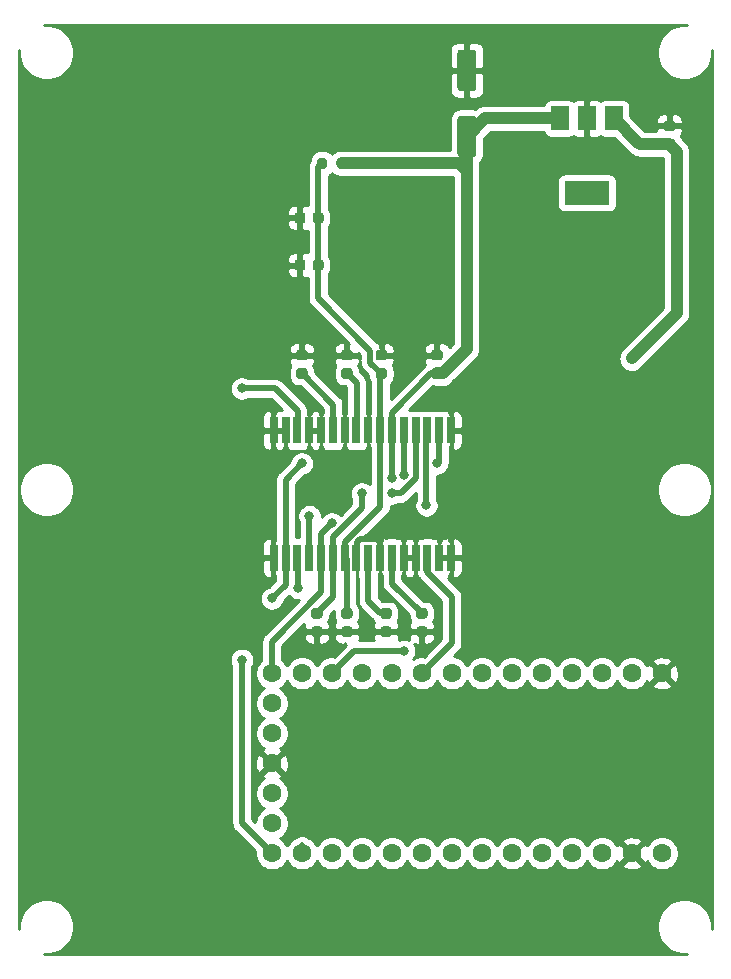
<source format=gbr>
%TF.GenerationSoftware,KiCad,Pcbnew,(5.1.9)-1*%
%TF.CreationDate,2021-08-06T16:10:44+09:00*%
%TF.ProjectId,IMU_USB_ver2,494d555f-5553-4425-9f76-6572322e6b69,rev?*%
%TF.SameCoordinates,Original*%
%TF.FileFunction,Copper,L1,Top*%
%TF.FilePolarity,Positive*%
%FSLAX46Y46*%
G04 Gerber Fmt 4.6, Leading zero omitted, Abs format (unit mm)*
G04 Created by KiCad (PCBNEW (5.1.9)-1) date 2021-08-06 16:10:44*
%MOMM*%
%LPD*%
G01*
G04 APERTURE LIST*
%TA.AperFunction,SMDPad,CuDef*%
%ADD10R,0.700000X2.200000*%
%TD*%
%TA.AperFunction,ComponentPad*%
%ADD11C,1.600000*%
%TD*%
%TA.AperFunction,SMDPad,CuDef*%
%ADD12R,3.800000X2.000000*%
%TD*%
%TA.AperFunction,SMDPad,CuDef*%
%ADD13R,1.500000X2.000000*%
%TD*%
%TA.AperFunction,ViaPad*%
%ADD14C,0.800000*%
%TD*%
%TA.AperFunction,Conductor*%
%ADD15C,0.500000*%
%TD*%
%TA.AperFunction,Conductor*%
%ADD16C,0.250000*%
%TD*%
%TA.AperFunction,Conductor*%
%ADD17C,1.000000*%
%TD*%
%TA.AperFunction,Conductor*%
%ADD18C,0.254000*%
%TD*%
%TA.AperFunction,Conductor*%
%ADD19C,0.100000*%
%TD*%
G04 APERTURE END LIST*
D10*
%TO.P,U3,32*%
%TO.N,GND*%
X132239000Y-94991000D03*
%TO.P,U3,1*%
X132239000Y-105791000D03*
%TO.P,U3,31*%
X133239000Y-94991000D03*
%TO.P,U3,2*%
%TO.N,MOSI_11*%
X133239000Y-105791000D03*
%TO.P,U3,30*%
%TO.N,EXTRESN_2*%
X134239000Y-94991000D03*
%TO.P,U3,3*%
%TO.N,CS1*%
X134239000Y-105791000D03*
%TO.P,U3,29*%
%TO.N,GND*%
X135239000Y-94991000D03*
%TO.P,U3,4*%
%TO.N,SCK_13*%
X135239000Y-105791000D03*
%TO.P,U3,28*%
%TO.N,GND*%
X136239000Y-94991000D03*
%TO.P,U3,5*%
%TO.N,MISO_12*%
X136239000Y-105791000D03*
%TO.P,U3,27*%
%TO.N,Net-(C13-Pad1)*%
X137239000Y-94991000D03*
%TO.P,U3,6*%
%TO.N,+3V3*%
X137239000Y-105791000D03*
%TO.P,U3,26*%
%TO.N,GND*%
X138239000Y-94991000D03*
%TO.P,U3,7*%
%TO.N,+3.3VA*%
X138239000Y-105791000D03*
%TO.P,U3,25*%
%TO.N,Net-(C12-Pad1)*%
X139239000Y-94991000D03*
%TO.P,U3,8*%
%TO.N,GND*%
X139239000Y-105791000D03*
%TO.P,U3,24*%
X140239000Y-94991000D03*
%TO.P,U3,9*%
%TO.N,Net-(C7-Pad1)*%
X140239000Y-105791000D03*
%TO.P,U3,23*%
%TO.N,+3.3VA*%
X141239000Y-94991000D03*
%TO.P,U3,10*%
%TO.N,GND*%
X141239000Y-105791000D03*
%TO.P,U3,22*%
%TO.N,+3V3*%
X142239000Y-94991000D03*
%TO.P,U3,11*%
%TO.N,Net-(C9-Pad1)*%
X142239000Y-105791000D03*
%TO.P,U3,21*%
%TO.N,MISO_12*%
X143239000Y-94991000D03*
%TO.P,U3,12*%
%TO.N,GND*%
X143239000Y-105791000D03*
%TO.P,U3,20*%
%TO.N,SCK_13*%
X144239000Y-94991000D03*
%TO.P,U3,13*%
%TO.N,GND*%
X144239000Y-105791000D03*
%TO.P,U3,19*%
%TO.N,CS2*%
X145239000Y-94991000D03*
%TO.P,U3,14*%
%TO.N,EXTRESN_1*%
X145239000Y-105791000D03*
%TO.P,U3,18*%
%TO.N,MOSI_11*%
X146239000Y-94991000D03*
%TO.P,U3,15*%
%TO.N,GND*%
X146239000Y-105791000D03*
%TO.P,U3,17*%
X147239000Y-94991000D03*
%TO.P,U3,16*%
X147239000Y-105791000D03*
%TD*%
%TO.P,L1,2*%
%TO.N,+3V3*%
%TA.AperFunction,SMDPad,CuDef*%
G36*
G01*
X137585000Y-72665000D02*
X137585000Y-72115000D01*
G75*
G02*
X137785000Y-71915000I200000J0D01*
G01*
X138185000Y-71915000D01*
G75*
G02*
X138385000Y-72115000I0J-200000D01*
G01*
X138385000Y-72665000D01*
G75*
G02*
X138185000Y-72865000I-200000J0D01*
G01*
X137785000Y-72865000D01*
G75*
G02*
X137585000Y-72665000I0J200000D01*
G01*
G37*
%TD.AperFunction*%
%TO.P,L1,1*%
%TO.N,+3.3VA*%
%TA.AperFunction,SMDPad,CuDef*%
G36*
G01*
X135935000Y-72665000D02*
X135935000Y-72115000D01*
G75*
G02*
X136135000Y-71915000I200000J0D01*
G01*
X136535000Y-71915000D01*
G75*
G02*
X136735000Y-72115000I0J-200000D01*
G01*
X136735000Y-72665000D01*
G75*
G02*
X136535000Y-72865000I-200000J0D01*
G01*
X136135000Y-72865000D01*
G75*
G02*
X135935000Y-72665000I0J200000D01*
G01*
G37*
%TD.AperFunction*%
%TD*%
%TO.P,C1,2*%
%TO.N,GND*%
%TA.AperFunction,SMDPad,CuDef*%
G36*
G01*
X165985000Y-69665000D02*
X165485000Y-69665000D01*
G75*
G02*
X165260000Y-69440000I0J225000D01*
G01*
X165260000Y-68990000D01*
G75*
G02*
X165485000Y-68765000I225000J0D01*
G01*
X165985000Y-68765000D01*
G75*
G02*
X166210000Y-68990000I0J-225000D01*
G01*
X166210000Y-69440000D01*
G75*
G02*
X165985000Y-69665000I-225000J0D01*
G01*
G37*
%TD.AperFunction*%
%TO.P,C1,1*%
%TO.N,+5V*%
%TA.AperFunction,SMDPad,CuDef*%
G36*
G01*
X165985000Y-71215000D02*
X165485000Y-71215000D01*
G75*
G02*
X165260000Y-70990000I0J225000D01*
G01*
X165260000Y-70540000D01*
G75*
G02*
X165485000Y-70315000I225000J0D01*
G01*
X165985000Y-70315000D01*
G75*
G02*
X166210000Y-70540000I0J-225000D01*
G01*
X166210000Y-70990000D01*
G75*
G02*
X165985000Y-71215000I-225000J0D01*
G01*
G37*
%TD.AperFunction*%
%TD*%
%TO.P,C2,1*%
%TO.N,+3V3*%
%TA.AperFunction,SMDPad,CuDef*%
G36*
G01*
X149140000Y-71860000D02*
X148040000Y-71860000D01*
G75*
G02*
X147790000Y-71610000I0J250000D01*
G01*
X147790000Y-68610000D01*
G75*
G02*
X148040000Y-68360000I250000J0D01*
G01*
X149140000Y-68360000D01*
G75*
G02*
X149390000Y-68610000I0J-250000D01*
G01*
X149390000Y-71610000D01*
G75*
G02*
X149140000Y-71860000I-250000J0D01*
G01*
G37*
%TD.AperFunction*%
%TO.P,C2,2*%
%TO.N,GND*%
%TA.AperFunction,SMDPad,CuDef*%
G36*
G01*
X149140000Y-66260000D02*
X148040000Y-66260000D01*
G75*
G02*
X147790000Y-66010000I0J250000D01*
G01*
X147790000Y-63010000D01*
G75*
G02*
X148040000Y-62760000I250000J0D01*
G01*
X149140000Y-62760000D01*
G75*
G02*
X149390000Y-63010000I0J-250000D01*
G01*
X149390000Y-66010000D01*
G75*
G02*
X149140000Y-66260000I-250000J0D01*
G01*
G37*
%TD.AperFunction*%
%TD*%
%TO.P,C4,1*%
%TO.N,+3V3*%
%TA.AperFunction,SMDPad,CuDef*%
G36*
G01*
X135640000Y-110040000D02*
X136140000Y-110040000D01*
G75*
G02*
X136365000Y-110265000I0J-225000D01*
G01*
X136365000Y-110715000D01*
G75*
G02*
X136140000Y-110940000I-225000J0D01*
G01*
X135640000Y-110940000D01*
G75*
G02*
X135415000Y-110715000I0J225000D01*
G01*
X135415000Y-110265000D01*
G75*
G02*
X135640000Y-110040000I225000J0D01*
G01*
G37*
%TD.AperFunction*%
%TO.P,C4,2*%
%TO.N,GND*%
%TA.AperFunction,SMDPad,CuDef*%
G36*
G01*
X135640000Y-111590000D02*
X136140000Y-111590000D01*
G75*
G02*
X136365000Y-111815000I0J-225000D01*
G01*
X136365000Y-112265000D01*
G75*
G02*
X136140000Y-112490000I-225000J0D01*
G01*
X135640000Y-112490000D01*
G75*
G02*
X135415000Y-112265000I0J225000D01*
G01*
X135415000Y-111815000D01*
G75*
G02*
X135640000Y-111590000I225000J0D01*
G01*
G37*
%TD.AperFunction*%
%TD*%
%TO.P,C5,2*%
%TO.N,GND*%
%TA.AperFunction,SMDPad,CuDef*%
G36*
G01*
X138180000Y-111590000D02*
X138680000Y-111590000D01*
G75*
G02*
X138905000Y-111815000I0J-225000D01*
G01*
X138905000Y-112265000D01*
G75*
G02*
X138680000Y-112490000I-225000J0D01*
G01*
X138180000Y-112490000D01*
G75*
G02*
X137955000Y-112265000I0J225000D01*
G01*
X137955000Y-111815000D01*
G75*
G02*
X138180000Y-111590000I225000J0D01*
G01*
G37*
%TD.AperFunction*%
%TO.P,C5,1*%
%TO.N,+3.3VA*%
%TA.AperFunction,SMDPad,CuDef*%
G36*
G01*
X138180000Y-110040000D02*
X138680000Y-110040000D01*
G75*
G02*
X138905000Y-110265000I0J-225000D01*
G01*
X138905000Y-110715000D01*
G75*
G02*
X138680000Y-110940000I-225000J0D01*
G01*
X138180000Y-110940000D01*
G75*
G02*
X137955000Y-110715000I0J225000D01*
G01*
X137955000Y-110265000D01*
G75*
G02*
X138180000Y-110040000I225000J0D01*
G01*
G37*
%TD.AperFunction*%
%TD*%
%TO.P,C6,1*%
%TO.N,+3.3VA*%
%TA.AperFunction,SMDPad,CuDef*%
G36*
G01*
X136450000Y-80750000D02*
X136450000Y-81250000D01*
G75*
G02*
X136225000Y-81475000I-225000J0D01*
G01*
X135775000Y-81475000D01*
G75*
G02*
X135550000Y-81250000I0J225000D01*
G01*
X135550000Y-80750000D01*
G75*
G02*
X135775000Y-80525000I225000J0D01*
G01*
X136225000Y-80525000D01*
G75*
G02*
X136450000Y-80750000I0J-225000D01*
G01*
G37*
%TD.AperFunction*%
%TO.P,C6,2*%
%TO.N,GND*%
%TA.AperFunction,SMDPad,CuDef*%
G36*
G01*
X134900000Y-80750000D02*
X134900000Y-81250000D01*
G75*
G02*
X134675000Y-81475000I-225000J0D01*
G01*
X134225000Y-81475000D01*
G75*
G02*
X134000000Y-81250000I0J225000D01*
G01*
X134000000Y-80750000D01*
G75*
G02*
X134225000Y-80525000I225000J0D01*
G01*
X134675000Y-80525000D01*
G75*
G02*
X134900000Y-80750000I0J-225000D01*
G01*
G37*
%TD.AperFunction*%
%TD*%
%TO.P,C7,1*%
%TO.N,Net-(C7-Pad1)*%
%TA.AperFunction,SMDPad,CuDef*%
G36*
G01*
X141495000Y-110040000D02*
X141995000Y-110040000D01*
G75*
G02*
X142220000Y-110265000I0J-225000D01*
G01*
X142220000Y-110715000D01*
G75*
G02*
X141995000Y-110940000I-225000J0D01*
G01*
X141495000Y-110940000D01*
G75*
G02*
X141270000Y-110715000I0J225000D01*
G01*
X141270000Y-110265000D01*
G75*
G02*
X141495000Y-110040000I225000J0D01*
G01*
G37*
%TD.AperFunction*%
%TO.P,C7,2*%
%TO.N,GND*%
%TA.AperFunction,SMDPad,CuDef*%
G36*
G01*
X141495000Y-111590000D02*
X141995000Y-111590000D01*
G75*
G02*
X142220000Y-111815000I0J-225000D01*
G01*
X142220000Y-112265000D01*
G75*
G02*
X141995000Y-112490000I-225000J0D01*
G01*
X141495000Y-112490000D01*
G75*
G02*
X141270000Y-112265000I0J225000D01*
G01*
X141270000Y-111815000D01*
G75*
G02*
X141495000Y-111590000I225000J0D01*
G01*
G37*
%TD.AperFunction*%
%TD*%
%TO.P,C8,2*%
%TO.N,GND*%
%TA.AperFunction,SMDPad,CuDef*%
G36*
G01*
X134900000Y-76750000D02*
X134900000Y-77250000D01*
G75*
G02*
X134675000Y-77475000I-225000J0D01*
G01*
X134225000Y-77475000D01*
G75*
G02*
X134000000Y-77250000I0J225000D01*
G01*
X134000000Y-76750000D01*
G75*
G02*
X134225000Y-76525000I225000J0D01*
G01*
X134675000Y-76525000D01*
G75*
G02*
X134900000Y-76750000I0J-225000D01*
G01*
G37*
%TD.AperFunction*%
%TO.P,C8,1*%
%TO.N,+3.3VA*%
%TA.AperFunction,SMDPad,CuDef*%
G36*
G01*
X136450000Y-76750000D02*
X136450000Y-77250000D01*
G75*
G02*
X136225000Y-77475000I-225000J0D01*
G01*
X135775000Y-77475000D01*
G75*
G02*
X135550000Y-77250000I0J225000D01*
G01*
X135550000Y-76750000D01*
G75*
G02*
X135775000Y-76525000I225000J0D01*
G01*
X136225000Y-76525000D01*
G75*
G02*
X136450000Y-76750000I0J-225000D01*
G01*
G37*
%TD.AperFunction*%
%TD*%
%TO.P,C9,2*%
%TO.N,GND*%
%TA.AperFunction,SMDPad,CuDef*%
G36*
G01*
X144530000Y-111590000D02*
X145030000Y-111590000D01*
G75*
G02*
X145255000Y-111815000I0J-225000D01*
G01*
X145255000Y-112265000D01*
G75*
G02*
X145030000Y-112490000I-225000J0D01*
G01*
X144530000Y-112490000D01*
G75*
G02*
X144305000Y-112265000I0J225000D01*
G01*
X144305000Y-111815000D01*
G75*
G02*
X144530000Y-111590000I225000J0D01*
G01*
G37*
%TD.AperFunction*%
%TO.P,C9,1*%
%TO.N,Net-(C9-Pad1)*%
%TA.AperFunction,SMDPad,CuDef*%
G36*
G01*
X144530000Y-110040000D02*
X145030000Y-110040000D01*
G75*
G02*
X145255000Y-110265000I0J-225000D01*
G01*
X145255000Y-110715000D01*
G75*
G02*
X145030000Y-110940000I-225000J0D01*
G01*
X144530000Y-110940000D01*
G75*
G02*
X144305000Y-110715000I0J225000D01*
G01*
X144305000Y-110265000D01*
G75*
G02*
X144530000Y-110040000I225000J0D01*
G01*
G37*
%TD.AperFunction*%
%TD*%
%TO.P,C10,2*%
%TO.N,GND*%
%TA.AperFunction,SMDPad,CuDef*%
G36*
G01*
X146300000Y-89070000D02*
X145800000Y-89070000D01*
G75*
G02*
X145575000Y-88845000I0J225000D01*
G01*
X145575000Y-88395000D01*
G75*
G02*
X145800000Y-88170000I225000J0D01*
G01*
X146300000Y-88170000D01*
G75*
G02*
X146525000Y-88395000I0J-225000D01*
G01*
X146525000Y-88845000D01*
G75*
G02*
X146300000Y-89070000I-225000J0D01*
G01*
G37*
%TD.AperFunction*%
%TO.P,C10,1*%
%TO.N,+3V3*%
%TA.AperFunction,SMDPad,CuDef*%
G36*
G01*
X146300000Y-90620000D02*
X145800000Y-90620000D01*
G75*
G02*
X145575000Y-90395000I0J225000D01*
G01*
X145575000Y-89945000D01*
G75*
G02*
X145800000Y-89720000I225000J0D01*
G01*
X146300000Y-89720000D01*
G75*
G02*
X146525000Y-89945000I0J-225000D01*
G01*
X146525000Y-90395000D01*
G75*
G02*
X146300000Y-90620000I-225000J0D01*
G01*
G37*
%TD.AperFunction*%
%TD*%
%TO.P,C11,1*%
%TO.N,+3.3VA*%
%TA.AperFunction,SMDPad,CuDef*%
G36*
G01*
X141601000Y-90620000D02*
X141101000Y-90620000D01*
G75*
G02*
X140876000Y-90395000I0J225000D01*
G01*
X140876000Y-89945000D01*
G75*
G02*
X141101000Y-89720000I225000J0D01*
G01*
X141601000Y-89720000D01*
G75*
G02*
X141826000Y-89945000I0J-225000D01*
G01*
X141826000Y-90395000D01*
G75*
G02*
X141601000Y-90620000I-225000J0D01*
G01*
G37*
%TD.AperFunction*%
%TO.P,C11,2*%
%TO.N,GND*%
%TA.AperFunction,SMDPad,CuDef*%
G36*
G01*
X141601000Y-89070000D02*
X141101000Y-89070000D01*
G75*
G02*
X140876000Y-88845000I0J225000D01*
G01*
X140876000Y-88395000D01*
G75*
G02*
X141101000Y-88170000I225000J0D01*
G01*
X141601000Y-88170000D01*
G75*
G02*
X141826000Y-88395000I0J-225000D01*
G01*
X141826000Y-88845000D01*
G75*
G02*
X141601000Y-89070000I-225000J0D01*
G01*
G37*
%TD.AperFunction*%
%TD*%
%TO.P,C12,2*%
%TO.N,GND*%
%TA.AperFunction,SMDPad,CuDef*%
G36*
G01*
X138680000Y-89070000D02*
X138180000Y-89070000D01*
G75*
G02*
X137955000Y-88845000I0J225000D01*
G01*
X137955000Y-88395000D01*
G75*
G02*
X138180000Y-88170000I225000J0D01*
G01*
X138680000Y-88170000D01*
G75*
G02*
X138905000Y-88395000I0J-225000D01*
G01*
X138905000Y-88845000D01*
G75*
G02*
X138680000Y-89070000I-225000J0D01*
G01*
G37*
%TD.AperFunction*%
%TO.P,C12,1*%
%TO.N,Net-(C12-Pad1)*%
%TA.AperFunction,SMDPad,CuDef*%
G36*
G01*
X138680000Y-90620000D02*
X138180000Y-90620000D01*
G75*
G02*
X137955000Y-90395000I0J225000D01*
G01*
X137955000Y-89945000D01*
G75*
G02*
X138180000Y-89720000I225000J0D01*
G01*
X138680000Y-89720000D01*
G75*
G02*
X138905000Y-89945000I0J-225000D01*
G01*
X138905000Y-90395000D01*
G75*
G02*
X138680000Y-90620000I-225000J0D01*
G01*
G37*
%TD.AperFunction*%
%TD*%
%TO.P,C13,1*%
%TO.N,Net-(C13-Pad1)*%
%TA.AperFunction,SMDPad,CuDef*%
G36*
G01*
X134870000Y-90620000D02*
X134370000Y-90620000D01*
G75*
G02*
X134145000Y-90395000I0J225000D01*
G01*
X134145000Y-89945000D01*
G75*
G02*
X134370000Y-89720000I225000J0D01*
G01*
X134870000Y-89720000D01*
G75*
G02*
X135095000Y-89945000I0J-225000D01*
G01*
X135095000Y-90395000D01*
G75*
G02*
X134870000Y-90620000I-225000J0D01*
G01*
G37*
%TD.AperFunction*%
%TO.P,C13,2*%
%TO.N,GND*%
%TA.AperFunction,SMDPad,CuDef*%
G36*
G01*
X134870000Y-89070000D02*
X134370000Y-89070000D01*
G75*
G02*
X134145000Y-88845000I0J225000D01*
G01*
X134145000Y-88395000D01*
G75*
G02*
X134370000Y-88170000I225000J0D01*
G01*
X134870000Y-88170000D01*
G75*
G02*
X135095000Y-88395000I0J-225000D01*
G01*
X135095000Y-88845000D01*
G75*
G02*
X134870000Y-89070000I-225000J0D01*
G01*
G37*
%TD.AperFunction*%
%TD*%
D11*
%TO.P,U1,17*%
%TO.N,GND*%
X132080000Y-123190000D03*
%TO.P,U1,18*%
%TO.N,Net-(U1-Pad18)*%
X132080000Y-125730000D03*
%TO.P,U1,19*%
%TO.N,Net-(U1-Pad19)*%
X132080000Y-128270000D03*
%TO.P,U1,20*%
%TO.N,SCK_13*%
X132080000Y-130810000D03*
%TO.P,U1,16*%
%TO.N,Net-(U1-Pad16)*%
X132080000Y-120650000D03*
%TO.P,U1,15*%
%TO.N,Net-(U1-Pad15)*%
X132080000Y-118110000D03*
%TO.P,U1,14*%
%TO.N,MISO_12*%
X132080000Y-115570000D03*
%TO.P,U1,21*%
%TO.N,Net-(U1-Pad21)*%
X134620000Y-130810000D03*
%TO.P,U1,22*%
%TO.N,Net-(U1-Pad22)*%
X137160000Y-130810000D03*
%TO.P,U1,23*%
%TO.N,Net-(U1-Pad23)*%
X139700000Y-130810000D03*
%TO.P,U1,24*%
%TO.N,Net-(U1-Pad24)*%
X142240000Y-130810000D03*
%TO.P,U1,25*%
%TO.N,Net-(U1-Pad25)*%
X144780000Y-130810000D03*
%TO.P,U1,26*%
%TO.N,Net-(U1-Pad26)*%
X147320000Y-130810000D03*
%TO.P,U1,27*%
%TO.N,Net-(U1-Pad27)*%
X149860000Y-130810000D03*
%TO.P,U1,28*%
%TO.N,Net-(U1-Pad28)*%
X152400000Y-130810000D03*
%TO.P,U1,29*%
%TO.N,Net-(U1-Pad29)*%
X154940000Y-130810000D03*
%TO.P,U1,30*%
%TO.N,Net-(U1-Pad30)*%
X157480000Y-130810000D03*
%TO.P,U1,31*%
%TO.N,Net-(U1-Pad31)*%
X160020000Y-130810000D03*
%TO.P,U1,32*%
%TO.N,GND*%
X162560000Y-130810000D03*
%TO.P,U1,33*%
%TO.N,+5V*%
X165100000Y-130810000D03*
%TO.P,U1,13*%
%TO.N,MOSI_11*%
X134620000Y-115570000D03*
%TO.P,U1,12*%
%TO.N,CS2*%
X137160000Y-115570000D03*
%TO.P,U1,11*%
%TO.N,CS1*%
X139700000Y-115570000D03*
%TO.P,U1,10*%
%TO.N,EXTRESN_2*%
X142240000Y-115570000D03*
%TO.P,U1,9*%
%TO.N,EXTRESN_1*%
X144780000Y-115570000D03*
%TO.P,U1,8*%
%TO.N,Net-(U1-Pad8)*%
X147320000Y-115570000D03*
%TO.P,U1,7*%
%TO.N,Net-(U1-Pad7)*%
X149860000Y-115570000D03*
%TO.P,U1,6*%
%TO.N,Net-(U1-Pad6)*%
X152400000Y-115570000D03*
%TO.P,U1,5*%
%TO.N,Net-(U1-Pad5)*%
X154940000Y-115570000D03*
%TO.P,U1,4*%
%TO.N,Net-(U1-Pad4)*%
X157480000Y-115570000D03*
%TO.P,U1,3*%
%TO.N,Net-(U1-Pad3)*%
X160020000Y-115570000D03*
%TO.P,U1,2*%
%TO.N,Net-(U1-Pad2)*%
X162560000Y-115570000D03*
%TO.P,U1,1*%
%TO.N,GND*%
X165100000Y-115570000D03*
%TD*%
D12*
%TO.P,U2,4*%
%TO.N,N/C*%
X158750000Y-74880000D03*
D13*
%TO.P,U2,2*%
%TO.N,GND*%
X158750000Y-68580000D03*
%TO.P,U2,3*%
%TO.N,+3V3*%
X156450000Y-68580000D03*
%TO.P,U2,1*%
%TO.N,+5V*%
X161050000Y-68580000D03*
%TD*%
D14*
%TO.N,GND*%
X163000000Y-74000000D03*
X163000000Y-76000000D03*
X163000000Y-78000000D03*
X163000000Y-80000000D03*
X161000000Y-80000000D03*
X161000000Y-78000000D03*
X159000000Y-78000000D03*
X157000000Y-78000000D03*
X157000000Y-80000000D03*
X159000000Y-80000000D03*
X155000000Y-80000000D03*
X155000000Y-78000000D03*
X153000000Y-78000000D03*
X153000000Y-80000000D03*
X153000000Y-76000000D03*
X153000000Y-74000000D03*
X153000000Y-72000000D03*
X155000000Y-72000000D03*
X155000000Y-74000000D03*
X155000000Y-76000000D03*
X157000000Y-72000000D03*
X159000000Y-72000000D03*
X161000000Y-72000000D03*
X147000000Y-82000000D03*
X138000000Y-82000000D03*
X147000000Y-74000000D03*
X138000000Y-74000000D03*
X153000000Y-85000000D03*
X153000000Y-90000000D03*
X153000000Y-95000000D03*
X153000000Y-105000000D03*
X153000000Y-110000000D03*
X158000000Y-110000000D03*
X158000000Y-105000000D03*
X158000000Y-100000000D03*
X158000000Y-95000000D03*
X158000000Y-90000000D03*
X158000000Y-85000000D03*
X148000000Y-100000000D03*
X146000000Y-103000000D03*
X148000000Y-103000000D03*
X135000000Y-100000000D03*
X137000000Y-100000000D03*
X139000000Y-99000000D03*
X163000000Y-110000000D03*
X168000000Y-72000000D03*
X168000000Y-67000000D03*
X163000000Y-67000000D03*
X163000000Y-62000000D03*
X158000000Y-62000000D03*
X153000000Y-62000000D03*
X143000000Y-62000000D03*
X143000000Y-67000000D03*
X138000000Y-67000000D03*
X138000000Y-62000000D03*
X133000000Y-62000000D03*
X128000000Y-62000000D03*
X123000000Y-62000000D03*
X123000000Y-67000000D03*
X128000000Y-67000000D03*
X118000000Y-67000000D03*
X113000000Y-67000000D03*
X118000000Y-62000000D03*
X118000000Y-72000000D03*
X113000000Y-72000000D03*
X123000000Y-72000000D03*
X128000000Y-72000000D03*
X128000000Y-77000000D03*
X123000000Y-77000000D03*
X118000000Y-77000000D03*
X113000000Y-77000000D03*
X113000000Y-82000000D03*
X113000000Y-87000000D03*
X113000000Y-92000000D03*
X118000000Y-92000000D03*
X118000000Y-97000000D03*
X118000000Y-102000000D03*
X118000000Y-107000000D03*
X113000000Y-107000000D03*
X118000000Y-82000000D03*
X118000000Y-87000000D03*
X128000000Y-82000000D03*
X128000000Y-87000000D03*
X118000000Y-112000000D03*
X113000000Y-112000000D03*
X113000000Y-117000000D03*
X113000000Y-122000000D03*
X118000000Y-122000000D03*
X123000000Y-117000000D03*
X128000000Y-122000000D03*
X128000000Y-127000000D03*
X123000000Y-127000000D03*
X118000000Y-127000000D03*
X113000000Y-127000000D03*
X113000000Y-132000000D03*
X118000000Y-132000000D03*
X123000000Y-132000000D03*
X128000000Y-132000000D03*
X130000000Y-97000000D03*
X130000000Y-95000000D03*
X130000000Y-93000000D03*
X132000000Y-93000000D03*
X132000000Y-97000000D03*
X132000000Y-99000000D03*
X128000000Y-134000000D03*
X133000000Y-134000000D03*
X138000000Y-134000000D03*
X143000000Y-134000000D03*
X153000000Y-134000000D03*
X158000000Y-134000000D03*
X132000000Y-101000000D03*
X132000000Y-103000000D03*
X130000000Y-103000000D03*
X130000000Y-105000000D03*
X149000000Y-113000000D03*
X149000000Y-111000000D03*
X149000000Y-109000000D03*
X149000000Y-107000000D03*
X146431000Y-99949000D03*
%TO.N,+5V*%
X162560000Y-88900000D03*
%TO.N,+3V3*%
X142250000Y-99050000D03*
X139700000Y-100330000D03*
%TO.N,SCK_13*%
X142240000Y-100330000D03*
X129540000Y-114420427D03*
X135250000Y-102240000D03*
%TO.N,MISO_12*%
X143250000Y-98800000D03*
X137160000Y-102870000D03*
%TO.N,MOSI_11*%
X132080000Y-109220000D03*
X134620000Y-97790000D03*
X146050000Y-97790000D03*
%TO.N,CS2*%
X143256000Y-113665000D03*
X145161000Y-101346000D03*
%TO.N,CS1*%
X134250000Y-108320000D03*
%TO.N,EXTRESN_2*%
X129540000Y-91440000D03*
%TD*%
D15*
%TO.N,GND*%
X147250000Y-94930000D02*
X147250000Y-95180000D01*
X141250000Y-104469998D02*
X141250000Y-105730000D01*
X140960001Y-104179999D02*
X141250000Y-104469998D01*
X139539999Y-104179999D02*
X140960001Y-104179999D01*
X139250000Y-104469998D02*
X139539999Y-104179999D01*
X139250000Y-105730000D02*
X139250000Y-104469998D01*
D16*
X139250000Y-105730000D02*
X139250000Y-109659000D01*
D17*
%TO.N,+5V*%
X162560000Y-88900000D02*
X162560000Y-88900000D01*
X163108000Y-70638000D02*
X161050000Y-68580000D01*
X166370000Y-71400000D02*
X165735000Y-70765000D01*
X166370000Y-85090000D02*
X166370000Y-71400000D01*
X162560000Y-88900000D02*
X166370000Y-85090000D01*
X163235000Y-70765000D02*
X163108000Y-70638000D01*
X165735000Y-70765000D02*
X163235000Y-70765000D01*
%TO.N,+3V3*%
X150120000Y-68580000D02*
X148590000Y-70110000D01*
X156450000Y-68580000D02*
X150120000Y-68580000D01*
X146525000Y-90170000D02*
X148590000Y-88105000D01*
X146050000Y-90170000D02*
X146525000Y-90170000D01*
D15*
X145575000Y-90170000D02*
X142250000Y-93495000D01*
X142250000Y-93495000D02*
X142250000Y-94930000D01*
X146050000Y-90170000D02*
X145575000Y-90170000D01*
X142250000Y-94930000D02*
X142250000Y-97780000D01*
X137250000Y-109130000D02*
X137250000Y-105730000D01*
X135890000Y-110490000D02*
X137250000Y-109130000D01*
X137250000Y-105730000D02*
X137250000Y-104050000D01*
X137250000Y-104050000D02*
X138430000Y-102870000D01*
X138430000Y-102870000D02*
X139700000Y-101600000D01*
X142250000Y-97780000D02*
X142250000Y-99050000D01*
X142250000Y-99050000D02*
X142250000Y-99050000D01*
X139700000Y-101600000D02*
X139700000Y-100330000D01*
X139700000Y-100330000D02*
X139700000Y-100330000D01*
D17*
X146310000Y-72390000D02*
X147066000Y-72390000D01*
X147066000Y-72390000D02*
X148082000Y-72390000D01*
X148590000Y-71882000D02*
X148082000Y-72390000D01*
X148590000Y-70110000D02*
X148590000Y-71882000D01*
X147955000Y-72390000D02*
X148590000Y-73025000D01*
X148590000Y-73025000D02*
X148590000Y-71882000D01*
X147066000Y-72390000D02*
X147955000Y-72390000D01*
X148590000Y-88105000D02*
X148590000Y-73025000D01*
X146310000Y-72390000D02*
X137985000Y-72390000D01*
D15*
%TO.N,+3.3VA*%
X138250000Y-104469998D02*
X138250000Y-105730000D01*
X141250000Y-101469998D02*
X138250000Y-104469998D01*
X141250000Y-94930000D02*
X141250000Y-101469998D01*
X138430000Y-105910000D02*
X138250000Y-105730000D01*
X138430000Y-110490000D02*
X138430000Y-105910000D01*
X136000000Y-77000000D02*
X136000000Y-81000000D01*
X136000000Y-81000000D02*
X136000000Y-83809610D01*
X141250000Y-90271000D02*
X141351000Y-90170000D01*
X141250000Y-94930000D02*
X141250000Y-90271000D01*
X140425990Y-88235600D02*
X136000000Y-83809610D01*
X140425990Y-89244990D02*
X140425990Y-88235600D01*
X141351000Y-90170000D02*
X140425990Y-89244990D01*
X136000000Y-72725000D02*
X136335000Y-72390000D01*
X136000000Y-77000000D02*
X136000000Y-72725000D01*
%TO.N,Net-(C7-Pad1)*%
X140250000Y-109470000D02*
X140250000Y-105730000D01*
X141270000Y-110490000D02*
X140250000Y-109470000D01*
X141745000Y-110490000D02*
X141270000Y-110490000D01*
%TO.N,Net-(C9-Pad1)*%
X142250000Y-107960000D02*
X142250000Y-105730000D01*
X144780000Y-110490000D02*
X142250000Y-107960000D01*
%TO.N,Net-(C12-Pad1)*%
X139250000Y-90990000D02*
X139250000Y-94930000D01*
X138430000Y-90170000D02*
X139250000Y-90990000D01*
%TO.N,Net-(C13-Pad1)*%
X137250000Y-92800000D02*
X137250000Y-94930000D01*
X134620000Y-90170000D02*
X137250000Y-92800000D01*
%TO.N,SCK_13*%
X135250000Y-105730000D02*
X135250000Y-102240000D01*
X144250000Y-99058002D02*
X144250000Y-94930000D01*
X142978002Y-100330000D02*
X144250000Y-99058002D01*
X142240000Y-100330000D02*
X142978002Y-100330000D01*
X129540000Y-114420427D02*
X129540000Y-114420427D01*
X129540000Y-128270000D02*
X132080000Y-130810000D01*
X129540000Y-114420427D02*
X129540000Y-128270000D01*
X135250000Y-102240000D02*
X135250000Y-102240000D01*
%TO.N,MISO_12*%
X136250000Y-105730000D02*
X136250000Y-108700390D01*
X143250000Y-94930000D02*
X143250000Y-98800000D01*
X143250000Y-98800000D02*
X143250000Y-98800000D01*
X136250000Y-105730000D02*
X136250000Y-103780000D01*
X136250000Y-103780000D02*
X137160000Y-102870000D01*
X137160000Y-102870000D02*
X137160000Y-102870000D01*
X132080000Y-112870390D02*
X132080000Y-115570000D01*
X136250000Y-108700390D02*
X132080000Y-112870390D01*
%TO.N,Net-(U1-Pad21)*%
X134620000Y-130120002D02*
X134620000Y-130810000D01*
%TO.N,MOSI_11*%
X133250000Y-105730000D02*
X133250000Y-108050000D01*
X133250000Y-108050000D02*
X132080000Y-109220000D01*
X132080000Y-109220000D02*
X132080000Y-109220000D01*
X133250000Y-105730000D02*
X133250000Y-99160000D01*
X133250000Y-99160000D02*
X134620000Y-97790000D01*
X134620000Y-97790000D02*
X134620000Y-97790000D01*
X146250000Y-97590000D02*
X146050000Y-97790000D01*
X146250000Y-94930000D02*
X146250000Y-97590000D01*
%TO.N,CS2*%
X137160000Y-115570000D02*
X139065000Y-113665000D01*
X139065000Y-113665000D02*
X143256000Y-113665000D01*
X143256000Y-113665000D02*
X143256000Y-113665000D01*
X145149999Y-101334999D02*
X145149999Y-95030001D01*
X145149999Y-95030001D02*
X145250000Y-94930000D01*
X145161000Y-101346000D02*
X145149999Y-101334999D01*
%TO.N,CS1*%
X134250000Y-105730000D02*
X134250000Y-108320000D01*
X134250000Y-108320000D02*
X134250000Y-108320000D01*
%TO.N,EXTRESN_2*%
X134250000Y-93330000D02*
X134250000Y-94930000D01*
X132360000Y-91440000D02*
X134250000Y-93330000D01*
X129540000Y-91440000D02*
X132360000Y-91440000D01*
%TO.N,EXTRESN_1*%
X145250000Y-106990002D02*
X147320000Y-109060002D01*
X145250000Y-105730000D02*
X145250000Y-106990002D01*
X147320000Y-113030000D02*
X144780000Y-115570000D01*
X147320000Y-109060002D02*
X147320000Y-113030000D01*
%TD*%
D18*
%TO.N,GND*%
X167184137Y-60681220D02*
X166771620Y-60681220D01*
X166323637Y-60770329D01*
X165901646Y-60945123D01*
X165521864Y-61198886D01*
X165198886Y-61521864D01*
X164945123Y-61901646D01*
X164770329Y-62323637D01*
X164681220Y-62771620D01*
X164681220Y-63228380D01*
X164770329Y-63676363D01*
X164945123Y-64098354D01*
X165198886Y-64478136D01*
X165521864Y-64801114D01*
X165901646Y-65054877D01*
X166323637Y-65229671D01*
X166771620Y-65318780D01*
X167228380Y-65318780D01*
X167676363Y-65229671D01*
X168098354Y-65054877D01*
X168478136Y-64801114D01*
X168801114Y-64478136D01*
X169054877Y-64098354D01*
X169229671Y-63676363D01*
X169318780Y-63228380D01*
X169318780Y-62812445D01*
X169340000Y-63014344D01*
X169340001Y-136967711D01*
X169318780Y-137184137D01*
X169318780Y-136771620D01*
X169229671Y-136323637D01*
X169054877Y-135901646D01*
X168801114Y-135521864D01*
X168478136Y-135198886D01*
X168098354Y-134945123D01*
X167676363Y-134770329D01*
X167228380Y-134681220D01*
X166771620Y-134681220D01*
X166323637Y-134770329D01*
X165901646Y-134945123D01*
X165521864Y-135198886D01*
X165198886Y-135521864D01*
X164945123Y-135901646D01*
X164770329Y-136323637D01*
X164681220Y-136771620D01*
X164681220Y-137228380D01*
X164770329Y-137676363D01*
X164945123Y-138098354D01*
X165198886Y-138478136D01*
X165521864Y-138801114D01*
X165901646Y-139054877D01*
X166323637Y-139229671D01*
X166771620Y-139318780D01*
X167187560Y-139318780D01*
X166985664Y-139340000D01*
X113032279Y-139340000D01*
X112815863Y-139318780D01*
X113228380Y-139318780D01*
X113676363Y-139229671D01*
X114098354Y-139054877D01*
X114478136Y-138801114D01*
X114801114Y-138478136D01*
X115054877Y-138098354D01*
X115229671Y-137676363D01*
X115318780Y-137228380D01*
X115318780Y-136771620D01*
X115229671Y-136323637D01*
X115054877Y-135901646D01*
X114801114Y-135521864D01*
X114478136Y-135198886D01*
X114098354Y-134945123D01*
X113676363Y-134770329D01*
X113228380Y-134681220D01*
X112771620Y-134681220D01*
X112323637Y-134770329D01*
X111901646Y-134945123D01*
X111521864Y-135198886D01*
X111198886Y-135521864D01*
X110945123Y-135901646D01*
X110770329Y-136323637D01*
X110681220Y-136771620D01*
X110681220Y-137187560D01*
X110660000Y-136985664D01*
X110660000Y-114318488D01*
X128505000Y-114318488D01*
X128505000Y-114522366D01*
X128544774Y-114722325D01*
X128622795Y-114910683D01*
X128655000Y-114958881D01*
X128655001Y-128226521D01*
X128650719Y-128270000D01*
X128667805Y-128443490D01*
X128718412Y-128610313D01*
X128800590Y-128764059D01*
X128883468Y-128865046D01*
X128883471Y-128865049D01*
X128911184Y-128898817D01*
X128944951Y-128926529D01*
X130651983Y-130633561D01*
X130645000Y-130668665D01*
X130645000Y-130951335D01*
X130700147Y-131228574D01*
X130808320Y-131489727D01*
X130965363Y-131724759D01*
X131165241Y-131924637D01*
X131400273Y-132081680D01*
X131661426Y-132189853D01*
X131938665Y-132245000D01*
X132221335Y-132245000D01*
X132498574Y-132189853D01*
X132759727Y-132081680D01*
X132994759Y-131924637D01*
X133194637Y-131724759D01*
X133350000Y-131492241D01*
X133505363Y-131724759D01*
X133705241Y-131924637D01*
X133940273Y-132081680D01*
X134201426Y-132189853D01*
X134478665Y-132245000D01*
X134761335Y-132245000D01*
X135038574Y-132189853D01*
X135299727Y-132081680D01*
X135534759Y-131924637D01*
X135734637Y-131724759D01*
X135890000Y-131492241D01*
X136045363Y-131724759D01*
X136245241Y-131924637D01*
X136480273Y-132081680D01*
X136741426Y-132189853D01*
X137018665Y-132245000D01*
X137301335Y-132245000D01*
X137578574Y-132189853D01*
X137839727Y-132081680D01*
X138074759Y-131924637D01*
X138274637Y-131724759D01*
X138430000Y-131492241D01*
X138585363Y-131724759D01*
X138785241Y-131924637D01*
X139020273Y-132081680D01*
X139281426Y-132189853D01*
X139558665Y-132245000D01*
X139841335Y-132245000D01*
X140118574Y-132189853D01*
X140379727Y-132081680D01*
X140614759Y-131924637D01*
X140814637Y-131724759D01*
X140970000Y-131492241D01*
X141125363Y-131724759D01*
X141325241Y-131924637D01*
X141560273Y-132081680D01*
X141821426Y-132189853D01*
X142098665Y-132245000D01*
X142381335Y-132245000D01*
X142658574Y-132189853D01*
X142919727Y-132081680D01*
X143154759Y-131924637D01*
X143354637Y-131724759D01*
X143510000Y-131492241D01*
X143665363Y-131724759D01*
X143865241Y-131924637D01*
X144100273Y-132081680D01*
X144361426Y-132189853D01*
X144638665Y-132245000D01*
X144921335Y-132245000D01*
X145198574Y-132189853D01*
X145459727Y-132081680D01*
X145694759Y-131924637D01*
X145894637Y-131724759D01*
X146050000Y-131492241D01*
X146205363Y-131724759D01*
X146405241Y-131924637D01*
X146640273Y-132081680D01*
X146901426Y-132189853D01*
X147178665Y-132245000D01*
X147461335Y-132245000D01*
X147738574Y-132189853D01*
X147999727Y-132081680D01*
X148234759Y-131924637D01*
X148434637Y-131724759D01*
X148590000Y-131492241D01*
X148745363Y-131724759D01*
X148945241Y-131924637D01*
X149180273Y-132081680D01*
X149441426Y-132189853D01*
X149718665Y-132245000D01*
X150001335Y-132245000D01*
X150278574Y-132189853D01*
X150539727Y-132081680D01*
X150774759Y-131924637D01*
X150974637Y-131724759D01*
X151130000Y-131492241D01*
X151285363Y-131724759D01*
X151485241Y-131924637D01*
X151720273Y-132081680D01*
X151981426Y-132189853D01*
X152258665Y-132245000D01*
X152541335Y-132245000D01*
X152818574Y-132189853D01*
X153079727Y-132081680D01*
X153314759Y-131924637D01*
X153514637Y-131724759D01*
X153670000Y-131492241D01*
X153825363Y-131724759D01*
X154025241Y-131924637D01*
X154260273Y-132081680D01*
X154521426Y-132189853D01*
X154798665Y-132245000D01*
X155081335Y-132245000D01*
X155358574Y-132189853D01*
X155619727Y-132081680D01*
X155854759Y-131924637D01*
X156054637Y-131724759D01*
X156210000Y-131492241D01*
X156365363Y-131724759D01*
X156565241Y-131924637D01*
X156800273Y-132081680D01*
X157061426Y-132189853D01*
X157338665Y-132245000D01*
X157621335Y-132245000D01*
X157898574Y-132189853D01*
X158159727Y-132081680D01*
X158394759Y-131924637D01*
X158594637Y-131724759D01*
X158750000Y-131492241D01*
X158905363Y-131724759D01*
X159105241Y-131924637D01*
X159340273Y-132081680D01*
X159601426Y-132189853D01*
X159878665Y-132245000D01*
X160161335Y-132245000D01*
X160438574Y-132189853D01*
X160699727Y-132081680D01*
X160934759Y-131924637D01*
X161056694Y-131802702D01*
X161746903Y-131802702D01*
X161818486Y-132046671D01*
X162073996Y-132167571D01*
X162348184Y-132236300D01*
X162630512Y-132250217D01*
X162910130Y-132208787D01*
X163176292Y-132113603D01*
X163301514Y-132046671D01*
X163373097Y-131802702D01*
X162560000Y-130989605D01*
X161746903Y-131802702D01*
X161056694Y-131802702D01*
X161134637Y-131724759D01*
X161290915Y-131490872D01*
X161323329Y-131551514D01*
X161567298Y-131623097D01*
X162380395Y-130810000D01*
X162739605Y-130810000D01*
X163552702Y-131623097D01*
X163796671Y-131551514D01*
X163827194Y-131487008D01*
X163828320Y-131489727D01*
X163985363Y-131724759D01*
X164185241Y-131924637D01*
X164420273Y-132081680D01*
X164681426Y-132189853D01*
X164958665Y-132245000D01*
X165241335Y-132245000D01*
X165518574Y-132189853D01*
X165779727Y-132081680D01*
X166014759Y-131924637D01*
X166214637Y-131724759D01*
X166371680Y-131489727D01*
X166479853Y-131228574D01*
X166535000Y-130951335D01*
X166535000Y-130668665D01*
X166479853Y-130391426D01*
X166371680Y-130130273D01*
X166214637Y-129895241D01*
X166014759Y-129695363D01*
X165779727Y-129538320D01*
X165518574Y-129430147D01*
X165241335Y-129375000D01*
X164958665Y-129375000D01*
X164681426Y-129430147D01*
X164420273Y-129538320D01*
X164185241Y-129695363D01*
X163985363Y-129895241D01*
X163829085Y-130129128D01*
X163796671Y-130068486D01*
X163552702Y-129996903D01*
X162739605Y-130810000D01*
X162380395Y-130810000D01*
X161567298Y-129996903D01*
X161323329Y-130068486D01*
X161292806Y-130132992D01*
X161291680Y-130130273D01*
X161134637Y-129895241D01*
X161056694Y-129817298D01*
X161746903Y-129817298D01*
X162560000Y-130630395D01*
X163373097Y-129817298D01*
X163301514Y-129573329D01*
X163046004Y-129452429D01*
X162771816Y-129383700D01*
X162489488Y-129369783D01*
X162209870Y-129411213D01*
X161943708Y-129506397D01*
X161818486Y-129573329D01*
X161746903Y-129817298D01*
X161056694Y-129817298D01*
X160934759Y-129695363D01*
X160699727Y-129538320D01*
X160438574Y-129430147D01*
X160161335Y-129375000D01*
X159878665Y-129375000D01*
X159601426Y-129430147D01*
X159340273Y-129538320D01*
X159105241Y-129695363D01*
X158905363Y-129895241D01*
X158750000Y-130127759D01*
X158594637Y-129895241D01*
X158394759Y-129695363D01*
X158159727Y-129538320D01*
X157898574Y-129430147D01*
X157621335Y-129375000D01*
X157338665Y-129375000D01*
X157061426Y-129430147D01*
X156800273Y-129538320D01*
X156565241Y-129695363D01*
X156365363Y-129895241D01*
X156210000Y-130127759D01*
X156054637Y-129895241D01*
X155854759Y-129695363D01*
X155619727Y-129538320D01*
X155358574Y-129430147D01*
X155081335Y-129375000D01*
X154798665Y-129375000D01*
X154521426Y-129430147D01*
X154260273Y-129538320D01*
X154025241Y-129695363D01*
X153825363Y-129895241D01*
X153670000Y-130127759D01*
X153514637Y-129895241D01*
X153314759Y-129695363D01*
X153079727Y-129538320D01*
X152818574Y-129430147D01*
X152541335Y-129375000D01*
X152258665Y-129375000D01*
X151981426Y-129430147D01*
X151720273Y-129538320D01*
X151485241Y-129695363D01*
X151285363Y-129895241D01*
X151130000Y-130127759D01*
X150974637Y-129895241D01*
X150774759Y-129695363D01*
X150539727Y-129538320D01*
X150278574Y-129430147D01*
X150001335Y-129375000D01*
X149718665Y-129375000D01*
X149441426Y-129430147D01*
X149180273Y-129538320D01*
X148945241Y-129695363D01*
X148745363Y-129895241D01*
X148590000Y-130127759D01*
X148434637Y-129895241D01*
X148234759Y-129695363D01*
X147999727Y-129538320D01*
X147738574Y-129430147D01*
X147461335Y-129375000D01*
X147178665Y-129375000D01*
X146901426Y-129430147D01*
X146640273Y-129538320D01*
X146405241Y-129695363D01*
X146205363Y-129895241D01*
X146050000Y-130127759D01*
X145894637Y-129895241D01*
X145694759Y-129695363D01*
X145459727Y-129538320D01*
X145198574Y-129430147D01*
X144921335Y-129375000D01*
X144638665Y-129375000D01*
X144361426Y-129430147D01*
X144100273Y-129538320D01*
X143865241Y-129695363D01*
X143665363Y-129895241D01*
X143510000Y-130127759D01*
X143354637Y-129895241D01*
X143154759Y-129695363D01*
X142919727Y-129538320D01*
X142658574Y-129430147D01*
X142381335Y-129375000D01*
X142098665Y-129375000D01*
X141821426Y-129430147D01*
X141560273Y-129538320D01*
X141325241Y-129695363D01*
X141125363Y-129895241D01*
X140970000Y-130127759D01*
X140814637Y-129895241D01*
X140614759Y-129695363D01*
X140379727Y-129538320D01*
X140118574Y-129430147D01*
X139841335Y-129375000D01*
X139558665Y-129375000D01*
X139281426Y-129430147D01*
X139020273Y-129538320D01*
X138785241Y-129695363D01*
X138585363Y-129895241D01*
X138430000Y-130127759D01*
X138274637Y-129895241D01*
X138074759Y-129695363D01*
X137839727Y-129538320D01*
X137578574Y-129430147D01*
X137301335Y-129375000D01*
X137018665Y-129375000D01*
X136741426Y-129430147D01*
X136480273Y-129538320D01*
X136245241Y-129695363D01*
X136045363Y-129895241D01*
X135890000Y-130127759D01*
X135734637Y-129895241D01*
X135534759Y-129695363D01*
X135299727Y-129538320D01*
X135281203Y-129530647D01*
X135248817Y-129491185D01*
X135114058Y-129380591D01*
X134960312Y-129298413D01*
X134793489Y-129247807D01*
X134620000Y-129230720D01*
X134446510Y-129247807D01*
X134279687Y-129298413D01*
X134125941Y-129380591D01*
X133991183Y-129491185D01*
X133958797Y-129530647D01*
X133940273Y-129538320D01*
X133705241Y-129695363D01*
X133505363Y-129895241D01*
X133350000Y-130127759D01*
X133194637Y-129895241D01*
X132994759Y-129695363D01*
X132762241Y-129540000D01*
X132994759Y-129384637D01*
X133194637Y-129184759D01*
X133351680Y-128949727D01*
X133459853Y-128688574D01*
X133515000Y-128411335D01*
X133515000Y-128128665D01*
X133459853Y-127851426D01*
X133351680Y-127590273D01*
X133194637Y-127355241D01*
X132994759Y-127155363D01*
X132762241Y-127000000D01*
X132994759Y-126844637D01*
X133194637Y-126644759D01*
X133351680Y-126409727D01*
X133459853Y-126148574D01*
X133515000Y-125871335D01*
X133515000Y-125588665D01*
X133459853Y-125311426D01*
X133351680Y-125050273D01*
X133194637Y-124815241D01*
X132994759Y-124615363D01*
X132760872Y-124459085D01*
X132821514Y-124426671D01*
X132893097Y-124182702D01*
X132080000Y-123369605D01*
X131266903Y-124182702D01*
X131338486Y-124426671D01*
X131402992Y-124457194D01*
X131400273Y-124458320D01*
X131165241Y-124615363D01*
X130965363Y-124815241D01*
X130808320Y-125050273D01*
X130700147Y-125311426D01*
X130645000Y-125588665D01*
X130645000Y-125871335D01*
X130700147Y-126148574D01*
X130808320Y-126409727D01*
X130965363Y-126644759D01*
X131165241Y-126844637D01*
X131397759Y-127000000D01*
X131165241Y-127155363D01*
X130965363Y-127355241D01*
X130808320Y-127590273D01*
X130700147Y-127851426D01*
X130645870Y-128124292D01*
X130425000Y-127903422D01*
X130425000Y-123260512D01*
X130639783Y-123260512D01*
X130681213Y-123540130D01*
X130776397Y-123806292D01*
X130843329Y-123931514D01*
X131087298Y-124003097D01*
X131900395Y-123190000D01*
X132259605Y-123190000D01*
X133072702Y-124003097D01*
X133316671Y-123931514D01*
X133437571Y-123676004D01*
X133506300Y-123401816D01*
X133520217Y-123119488D01*
X133478787Y-122839870D01*
X133383603Y-122573708D01*
X133316671Y-122448486D01*
X133072702Y-122376903D01*
X132259605Y-123190000D01*
X131900395Y-123190000D01*
X131087298Y-122376903D01*
X130843329Y-122448486D01*
X130722429Y-122703996D01*
X130653700Y-122978184D01*
X130639783Y-123260512D01*
X130425000Y-123260512D01*
X130425000Y-115428665D01*
X130645000Y-115428665D01*
X130645000Y-115711335D01*
X130700147Y-115988574D01*
X130808320Y-116249727D01*
X130965363Y-116484759D01*
X131165241Y-116684637D01*
X131397759Y-116840000D01*
X131165241Y-116995363D01*
X130965363Y-117195241D01*
X130808320Y-117430273D01*
X130700147Y-117691426D01*
X130645000Y-117968665D01*
X130645000Y-118251335D01*
X130700147Y-118528574D01*
X130808320Y-118789727D01*
X130965363Y-119024759D01*
X131165241Y-119224637D01*
X131397759Y-119380000D01*
X131165241Y-119535363D01*
X130965363Y-119735241D01*
X130808320Y-119970273D01*
X130700147Y-120231426D01*
X130645000Y-120508665D01*
X130645000Y-120791335D01*
X130700147Y-121068574D01*
X130808320Y-121329727D01*
X130965363Y-121564759D01*
X131165241Y-121764637D01*
X131399128Y-121920915D01*
X131338486Y-121953329D01*
X131266903Y-122197298D01*
X132080000Y-123010395D01*
X132893097Y-122197298D01*
X132821514Y-121953329D01*
X132757008Y-121922806D01*
X132759727Y-121921680D01*
X132994759Y-121764637D01*
X133194637Y-121564759D01*
X133351680Y-121329727D01*
X133459853Y-121068574D01*
X133515000Y-120791335D01*
X133515000Y-120508665D01*
X133459853Y-120231426D01*
X133351680Y-119970273D01*
X133194637Y-119735241D01*
X132994759Y-119535363D01*
X132762241Y-119380000D01*
X132994759Y-119224637D01*
X133194637Y-119024759D01*
X133351680Y-118789727D01*
X133459853Y-118528574D01*
X133515000Y-118251335D01*
X133515000Y-117968665D01*
X133459853Y-117691426D01*
X133351680Y-117430273D01*
X133194637Y-117195241D01*
X132994759Y-116995363D01*
X132762241Y-116840000D01*
X132994759Y-116684637D01*
X133194637Y-116484759D01*
X133350000Y-116252241D01*
X133505363Y-116484759D01*
X133705241Y-116684637D01*
X133940273Y-116841680D01*
X134201426Y-116949853D01*
X134478665Y-117005000D01*
X134761335Y-117005000D01*
X135038574Y-116949853D01*
X135299727Y-116841680D01*
X135534759Y-116684637D01*
X135734637Y-116484759D01*
X135890000Y-116252241D01*
X136045363Y-116484759D01*
X136245241Y-116684637D01*
X136480273Y-116841680D01*
X136741426Y-116949853D01*
X137018665Y-117005000D01*
X137301335Y-117005000D01*
X137578574Y-116949853D01*
X137839727Y-116841680D01*
X138074759Y-116684637D01*
X138274637Y-116484759D01*
X138430000Y-116252241D01*
X138585363Y-116484759D01*
X138785241Y-116684637D01*
X139020273Y-116841680D01*
X139281426Y-116949853D01*
X139558665Y-117005000D01*
X139841335Y-117005000D01*
X140118574Y-116949853D01*
X140379727Y-116841680D01*
X140614759Y-116684637D01*
X140814637Y-116484759D01*
X140970000Y-116252241D01*
X141125363Y-116484759D01*
X141325241Y-116684637D01*
X141560273Y-116841680D01*
X141821426Y-116949853D01*
X142098665Y-117005000D01*
X142381335Y-117005000D01*
X142658574Y-116949853D01*
X142919727Y-116841680D01*
X143154759Y-116684637D01*
X143354637Y-116484759D01*
X143510000Y-116252241D01*
X143665363Y-116484759D01*
X143865241Y-116684637D01*
X144100273Y-116841680D01*
X144361426Y-116949853D01*
X144638665Y-117005000D01*
X144921335Y-117005000D01*
X145198574Y-116949853D01*
X145459727Y-116841680D01*
X145694759Y-116684637D01*
X145894637Y-116484759D01*
X146050000Y-116252241D01*
X146205363Y-116484759D01*
X146405241Y-116684637D01*
X146640273Y-116841680D01*
X146901426Y-116949853D01*
X147178665Y-117005000D01*
X147461335Y-117005000D01*
X147738574Y-116949853D01*
X147999727Y-116841680D01*
X148234759Y-116684637D01*
X148434637Y-116484759D01*
X148590000Y-116252241D01*
X148745363Y-116484759D01*
X148945241Y-116684637D01*
X149180273Y-116841680D01*
X149441426Y-116949853D01*
X149718665Y-117005000D01*
X150001335Y-117005000D01*
X150278574Y-116949853D01*
X150539727Y-116841680D01*
X150774759Y-116684637D01*
X150974637Y-116484759D01*
X151130000Y-116252241D01*
X151285363Y-116484759D01*
X151485241Y-116684637D01*
X151720273Y-116841680D01*
X151981426Y-116949853D01*
X152258665Y-117005000D01*
X152541335Y-117005000D01*
X152818574Y-116949853D01*
X153079727Y-116841680D01*
X153314759Y-116684637D01*
X153514637Y-116484759D01*
X153670000Y-116252241D01*
X153825363Y-116484759D01*
X154025241Y-116684637D01*
X154260273Y-116841680D01*
X154521426Y-116949853D01*
X154798665Y-117005000D01*
X155081335Y-117005000D01*
X155358574Y-116949853D01*
X155619727Y-116841680D01*
X155854759Y-116684637D01*
X156054637Y-116484759D01*
X156210000Y-116252241D01*
X156365363Y-116484759D01*
X156565241Y-116684637D01*
X156800273Y-116841680D01*
X157061426Y-116949853D01*
X157338665Y-117005000D01*
X157621335Y-117005000D01*
X157898574Y-116949853D01*
X158159727Y-116841680D01*
X158394759Y-116684637D01*
X158594637Y-116484759D01*
X158750000Y-116252241D01*
X158905363Y-116484759D01*
X159105241Y-116684637D01*
X159340273Y-116841680D01*
X159601426Y-116949853D01*
X159878665Y-117005000D01*
X160161335Y-117005000D01*
X160438574Y-116949853D01*
X160699727Y-116841680D01*
X160934759Y-116684637D01*
X161134637Y-116484759D01*
X161290000Y-116252241D01*
X161445363Y-116484759D01*
X161645241Y-116684637D01*
X161880273Y-116841680D01*
X162141426Y-116949853D01*
X162418665Y-117005000D01*
X162701335Y-117005000D01*
X162978574Y-116949853D01*
X163239727Y-116841680D01*
X163474759Y-116684637D01*
X163596694Y-116562702D01*
X164286903Y-116562702D01*
X164358486Y-116806671D01*
X164613996Y-116927571D01*
X164888184Y-116996300D01*
X165170512Y-117010217D01*
X165450130Y-116968787D01*
X165716292Y-116873603D01*
X165841514Y-116806671D01*
X165913097Y-116562702D01*
X165100000Y-115749605D01*
X164286903Y-116562702D01*
X163596694Y-116562702D01*
X163674637Y-116484759D01*
X163830915Y-116250872D01*
X163863329Y-116311514D01*
X164107298Y-116383097D01*
X164920395Y-115570000D01*
X165279605Y-115570000D01*
X166092702Y-116383097D01*
X166336671Y-116311514D01*
X166457571Y-116056004D01*
X166526300Y-115781816D01*
X166540217Y-115499488D01*
X166498787Y-115219870D01*
X166403603Y-114953708D01*
X166336671Y-114828486D01*
X166092702Y-114756903D01*
X165279605Y-115570000D01*
X164920395Y-115570000D01*
X164107298Y-114756903D01*
X163863329Y-114828486D01*
X163832806Y-114892992D01*
X163831680Y-114890273D01*
X163674637Y-114655241D01*
X163596694Y-114577298D01*
X164286903Y-114577298D01*
X165100000Y-115390395D01*
X165913097Y-114577298D01*
X165841514Y-114333329D01*
X165586004Y-114212429D01*
X165311816Y-114143700D01*
X165029488Y-114129783D01*
X164749870Y-114171213D01*
X164483708Y-114266397D01*
X164358486Y-114333329D01*
X164286903Y-114577298D01*
X163596694Y-114577298D01*
X163474759Y-114455363D01*
X163239727Y-114298320D01*
X162978574Y-114190147D01*
X162701335Y-114135000D01*
X162418665Y-114135000D01*
X162141426Y-114190147D01*
X161880273Y-114298320D01*
X161645241Y-114455363D01*
X161445363Y-114655241D01*
X161290000Y-114887759D01*
X161134637Y-114655241D01*
X160934759Y-114455363D01*
X160699727Y-114298320D01*
X160438574Y-114190147D01*
X160161335Y-114135000D01*
X159878665Y-114135000D01*
X159601426Y-114190147D01*
X159340273Y-114298320D01*
X159105241Y-114455363D01*
X158905363Y-114655241D01*
X158750000Y-114887759D01*
X158594637Y-114655241D01*
X158394759Y-114455363D01*
X158159727Y-114298320D01*
X157898574Y-114190147D01*
X157621335Y-114135000D01*
X157338665Y-114135000D01*
X157061426Y-114190147D01*
X156800273Y-114298320D01*
X156565241Y-114455363D01*
X156365363Y-114655241D01*
X156210000Y-114887759D01*
X156054637Y-114655241D01*
X155854759Y-114455363D01*
X155619727Y-114298320D01*
X155358574Y-114190147D01*
X155081335Y-114135000D01*
X154798665Y-114135000D01*
X154521426Y-114190147D01*
X154260273Y-114298320D01*
X154025241Y-114455363D01*
X153825363Y-114655241D01*
X153670000Y-114887759D01*
X153514637Y-114655241D01*
X153314759Y-114455363D01*
X153079727Y-114298320D01*
X152818574Y-114190147D01*
X152541335Y-114135000D01*
X152258665Y-114135000D01*
X151981426Y-114190147D01*
X151720273Y-114298320D01*
X151485241Y-114455363D01*
X151285363Y-114655241D01*
X151130000Y-114887759D01*
X150974637Y-114655241D01*
X150774759Y-114455363D01*
X150539727Y-114298320D01*
X150278574Y-114190147D01*
X150001335Y-114135000D01*
X149718665Y-114135000D01*
X149441426Y-114190147D01*
X149180273Y-114298320D01*
X148945241Y-114455363D01*
X148745363Y-114655241D01*
X148590000Y-114887759D01*
X148434637Y-114655241D01*
X148234759Y-114455363D01*
X147999727Y-114298320D01*
X147738574Y-114190147D01*
X147465709Y-114135870D01*
X147915049Y-113686530D01*
X147948817Y-113658817D01*
X147983555Y-113616490D01*
X148050081Y-113535427D01*
X148059411Y-113524059D01*
X148141589Y-113370313D01*
X148192195Y-113203490D01*
X148205000Y-113073477D01*
X148205000Y-113073467D01*
X148209281Y-113030001D01*
X148205000Y-112986535D01*
X148205000Y-109103468D01*
X148209281Y-109060001D01*
X148205000Y-109016535D01*
X148205000Y-109016525D01*
X148192195Y-108886512D01*
X148141589Y-108719689D01*
X148059411Y-108565943D01*
X148027369Y-108526900D01*
X147976532Y-108464955D01*
X147976530Y-108464953D01*
X147948817Y-108431185D01*
X147915050Y-108403473D01*
X146995413Y-107483837D01*
X147112000Y-107367250D01*
X147112000Y-107254678D01*
X147119537Y-107245494D01*
X147178502Y-107135180D01*
X147214812Y-107015482D01*
X147227072Y-106891000D01*
X147224000Y-106076750D01*
X147112000Y-105964750D01*
X147112000Y-105918000D01*
X147366000Y-105918000D01*
X147366000Y-107367250D01*
X147524750Y-107526000D01*
X147589000Y-107529072D01*
X147713482Y-107516812D01*
X147833180Y-107480502D01*
X147943494Y-107421537D01*
X148040185Y-107342185D01*
X148119537Y-107245494D01*
X148178502Y-107135180D01*
X148214812Y-107015482D01*
X148227072Y-106891000D01*
X148224000Y-106076750D01*
X148065250Y-105918000D01*
X147366000Y-105918000D01*
X147112000Y-105918000D01*
X146366000Y-105918000D01*
X146366000Y-105938000D01*
X146227072Y-105938000D01*
X146227072Y-104691000D01*
X146250928Y-104691000D01*
X146254000Y-105505250D01*
X146366000Y-105617250D01*
X146366000Y-105664000D01*
X147112000Y-105664000D01*
X147112000Y-105617250D01*
X147224000Y-105505250D01*
X147227072Y-104691000D01*
X147214812Y-104566518D01*
X147178502Y-104446820D01*
X147119537Y-104336506D01*
X147112000Y-104327322D01*
X147112000Y-104214750D01*
X147366000Y-104214750D01*
X147366000Y-105664000D01*
X148065250Y-105664000D01*
X148224000Y-105505250D01*
X148227072Y-104691000D01*
X148214812Y-104566518D01*
X148178502Y-104446820D01*
X148119537Y-104336506D01*
X148040185Y-104239815D01*
X147943494Y-104160463D01*
X147833180Y-104101498D01*
X147713482Y-104065188D01*
X147589000Y-104052928D01*
X147524750Y-104056000D01*
X147366000Y-104214750D01*
X147112000Y-104214750D01*
X146953250Y-104056000D01*
X146889000Y-104052928D01*
X146764518Y-104065188D01*
X146739000Y-104072929D01*
X146713482Y-104065188D01*
X146589000Y-104052928D01*
X146524750Y-104056000D01*
X146366000Y-104214750D01*
X146366000Y-104327322D01*
X146358463Y-104336506D01*
X146299498Y-104446820D01*
X146263188Y-104566518D01*
X146250928Y-104691000D01*
X146227072Y-104691000D01*
X146214812Y-104566518D01*
X146178502Y-104446820D01*
X146119537Y-104336506D01*
X146112000Y-104327322D01*
X146112000Y-104214750D01*
X145953250Y-104056000D01*
X145889000Y-104052928D01*
X145764518Y-104065188D01*
X145739000Y-104072929D01*
X145713482Y-104065188D01*
X145589000Y-104052928D01*
X144889000Y-104052928D01*
X144764518Y-104065188D01*
X144739000Y-104072929D01*
X144713482Y-104065188D01*
X144589000Y-104052928D01*
X144524750Y-104056000D01*
X144366000Y-104214750D01*
X144366000Y-104327322D01*
X144358463Y-104336506D01*
X144299498Y-104446820D01*
X144263188Y-104566518D01*
X144250928Y-104691000D01*
X144250928Y-106891000D01*
X144263188Y-107015482D01*
X144299498Y-107135180D01*
X144358463Y-107245494D01*
X144366000Y-107254678D01*
X144366000Y-107367250D01*
X144524750Y-107526000D01*
X144545836Y-107527008D01*
X144593468Y-107585048D01*
X144593471Y-107585051D01*
X144621184Y-107618819D01*
X144654951Y-107646531D01*
X146435000Y-109426581D01*
X146435001Y-112663420D01*
X144956439Y-114141983D01*
X144921335Y-114135000D01*
X144638665Y-114135000D01*
X144361426Y-114190147D01*
X144100273Y-114298320D01*
X144058437Y-114326274D01*
X144059937Y-114324774D01*
X144173205Y-114155256D01*
X144251226Y-113966898D01*
X144291000Y-113766939D01*
X144291000Y-113563061D01*
X144251226Y-113363102D01*
X144173205Y-113174744D01*
X144121959Y-113098048D01*
X144180518Y-113115812D01*
X144305000Y-113128072D01*
X144494250Y-113125000D01*
X144653000Y-112966250D01*
X144653000Y-112167000D01*
X144907000Y-112167000D01*
X144907000Y-112966250D01*
X145065750Y-113125000D01*
X145255000Y-113128072D01*
X145379482Y-113115812D01*
X145499180Y-113079502D01*
X145609494Y-113020537D01*
X145706185Y-112941185D01*
X145785537Y-112844494D01*
X145844502Y-112734180D01*
X145880812Y-112614482D01*
X145893072Y-112490000D01*
X145890000Y-112325750D01*
X145731250Y-112167000D01*
X144907000Y-112167000D01*
X144653000Y-112167000D01*
X143828750Y-112167000D01*
X143670000Y-112325750D01*
X143666928Y-112490000D01*
X143679188Y-112614482D01*
X143715498Y-112734180D01*
X143716098Y-112735303D01*
X143557898Y-112669774D01*
X143357939Y-112630000D01*
X143154061Y-112630000D01*
X142954102Y-112669774D01*
X142811067Y-112729022D01*
X142845812Y-112614482D01*
X142858072Y-112490000D01*
X142855000Y-112325750D01*
X142696250Y-112167000D01*
X141872000Y-112167000D01*
X141872000Y-112187000D01*
X141618000Y-112187000D01*
X141618000Y-112167000D01*
X140793750Y-112167000D01*
X140635000Y-112325750D01*
X140631928Y-112490000D01*
X140644188Y-112614482D01*
X140680498Y-112734180D01*
X140704990Y-112780000D01*
X139470010Y-112780000D01*
X139494502Y-112734180D01*
X139530812Y-112614482D01*
X139543072Y-112490000D01*
X139540000Y-112325750D01*
X139381250Y-112167000D01*
X138557000Y-112167000D01*
X138557000Y-112187000D01*
X138303000Y-112187000D01*
X138303000Y-112167000D01*
X137478750Y-112167000D01*
X137320000Y-112325750D01*
X137316928Y-112490000D01*
X137329188Y-112614482D01*
X137365498Y-112734180D01*
X137424463Y-112844494D01*
X137503815Y-112941185D01*
X137600506Y-113020537D01*
X137710820Y-113079502D01*
X137830518Y-113115812D01*
X137955000Y-113128072D01*
X138144250Y-113125000D01*
X138302998Y-112966252D01*
X138302998Y-113125000D01*
X138353421Y-113125000D01*
X137336439Y-114141983D01*
X137301335Y-114135000D01*
X137018665Y-114135000D01*
X136741426Y-114190147D01*
X136480273Y-114298320D01*
X136245241Y-114455363D01*
X136045363Y-114655241D01*
X135890000Y-114887759D01*
X135734637Y-114655241D01*
X135534759Y-114455363D01*
X135299727Y-114298320D01*
X135038574Y-114190147D01*
X134761335Y-114135000D01*
X134478665Y-114135000D01*
X134201426Y-114190147D01*
X133940273Y-114298320D01*
X133705241Y-114455363D01*
X133505363Y-114655241D01*
X133350000Y-114887759D01*
X133194637Y-114655241D01*
X132994759Y-114455363D01*
X132965000Y-114435479D01*
X132965000Y-113236968D01*
X133711968Y-112490000D01*
X134776928Y-112490000D01*
X134789188Y-112614482D01*
X134825498Y-112734180D01*
X134884463Y-112844494D01*
X134963815Y-112941185D01*
X135060506Y-113020537D01*
X135170820Y-113079502D01*
X135290518Y-113115812D01*
X135415000Y-113128072D01*
X135604250Y-113125000D01*
X135763000Y-112966250D01*
X135763000Y-112167000D01*
X136017000Y-112167000D01*
X136017000Y-112966250D01*
X136175750Y-113125000D01*
X136365000Y-113128072D01*
X136489482Y-113115812D01*
X136609180Y-113079502D01*
X136719494Y-113020537D01*
X136816185Y-112941185D01*
X136895537Y-112844494D01*
X136954502Y-112734180D01*
X136990812Y-112614482D01*
X137003072Y-112490000D01*
X137000000Y-112325750D01*
X136841250Y-112167000D01*
X136017000Y-112167000D01*
X135763000Y-112167000D01*
X134938750Y-112167000D01*
X134780000Y-112325750D01*
X134776928Y-112490000D01*
X133711968Y-112490000D01*
X134812152Y-111389817D01*
X134789188Y-111465518D01*
X134776928Y-111590000D01*
X134780000Y-111754250D01*
X134938750Y-111913000D01*
X135763000Y-111913000D01*
X135763000Y-111893000D01*
X136017000Y-111893000D01*
X136017000Y-111913000D01*
X136841250Y-111913000D01*
X137000000Y-111754250D01*
X137003072Y-111590000D01*
X136990812Y-111465518D01*
X136954502Y-111345820D01*
X136895537Y-111235506D01*
X136859300Y-111191351D01*
X136937375Y-111045283D01*
X136986488Y-110883377D01*
X137003072Y-110715000D01*
X137003072Y-110628506D01*
X137316928Y-110314651D01*
X137316928Y-110715000D01*
X137333512Y-110883377D01*
X137382625Y-111045283D01*
X137460700Y-111191351D01*
X137424463Y-111235506D01*
X137365498Y-111345820D01*
X137329188Y-111465518D01*
X137316928Y-111590000D01*
X137320000Y-111754250D01*
X137478750Y-111913000D01*
X138303000Y-111913000D01*
X138303000Y-111893000D01*
X138557000Y-111893000D01*
X138557000Y-111913000D01*
X139381250Y-111913000D01*
X139540000Y-111754250D01*
X139543072Y-111590000D01*
X139530812Y-111465518D01*
X139494502Y-111345820D01*
X139435537Y-111235506D01*
X139399300Y-111191351D01*
X139477375Y-111045283D01*
X139526488Y-110883377D01*
X139543072Y-110715000D01*
X139543072Y-110265000D01*
X139526488Y-110096623D01*
X139477375Y-109934717D01*
X139397618Y-109785503D01*
X139315000Y-109684833D01*
X139315000Y-107526000D01*
X139365001Y-107526000D01*
X139365000Y-109426531D01*
X139360719Y-109470000D01*
X139365000Y-109513469D01*
X139365000Y-109513476D01*
X139369613Y-109560313D01*
X139377805Y-109643490D01*
X139385365Y-109668411D01*
X139428411Y-109810312D01*
X139510589Y-109964058D01*
X139621183Y-110098817D01*
X139654956Y-110126534D01*
X140613470Y-111085049D01*
X140641183Y-111118817D01*
X140674951Y-111146530D01*
X140674953Y-111146532D01*
X140757133Y-111213975D01*
X140739463Y-111235506D01*
X140680498Y-111345820D01*
X140644188Y-111465518D01*
X140631928Y-111590000D01*
X140635000Y-111754250D01*
X140793750Y-111913000D01*
X141618000Y-111913000D01*
X141618000Y-111893000D01*
X141872000Y-111893000D01*
X141872000Y-111913000D01*
X142696250Y-111913000D01*
X142855000Y-111754250D01*
X142858072Y-111590000D01*
X142845812Y-111465518D01*
X142809502Y-111345820D01*
X142750537Y-111235506D01*
X142714300Y-111191351D01*
X142792375Y-111045283D01*
X142841488Y-110883377D01*
X142858072Y-110715000D01*
X142858072Y-110265000D01*
X142841488Y-110096623D01*
X142792375Y-109934717D01*
X142712618Y-109785503D01*
X142605284Y-109654716D01*
X142474497Y-109547382D01*
X142325283Y-109467625D01*
X142163377Y-109418512D01*
X141995000Y-109401928D01*
X141495000Y-109401928D01*
X141439020Y-109407442D01*
X141135000Y-109103422D01*
X141135000Y-107216565D01*
X141178502Y-107135180D01*
X141214812Y-107015482D01*
X141227072Y-106891000D01*
X141227072Y-104691000D01*
X141250928Y-104691000D01*
X141250928Y-106891000D01*
X141263188Y-107015482D01*
X141299498Y-107135180D01*
X141358463Y-107245494D01*
X141365000Y-107253460D01*
X141365000Y-107916531D01*
X141360719Y-107960000D01*
X141365000Y-108003469D01*
X141365000Y-108003476D01*
X141377805Y-108133489D01*
X141428411Y-108300312D01*
X141510589Y-108454058D01*
X141621183Y-108588817D01*
X141654956Y-108616534D01*
X143666928Y-110628507D01*
X143666928Y-110715000D01*
X143683512Y-110883377D01*
X143732625Y-111045283D01*
X143810700Y-111191351D01*
X143774463Y-111235506D01*
X143715498Y-111345820D01*
X143679188Y-111465518D01*
X143666928Y-111590000D01*
X143670000Y-111754250D01*
X143828750Y-111913000D01*
X144653000Y-111913000D01*
X144653000Y-111893000D01*
X144907000Y-111893000D01*
X144907000Y-111913000D01*
X145731250Y-111913000D01*
X145890000Y-111754250D01*
X145893072Y-111590000D01*
X145880812Y-111465518D01*
X145844502Y-111345820D01*
X145785537Y-111235506D01*
X145749300Y-111191351D01*
X145827375Y-111045283D01*
X145876488Y-110883377D01*
X145893072Y-110715000D01*
X145893072Y-110265000D01*
X145876488Y-110096623D01*
X145827375Y-109934717D01*
X145747618Y-109785503D01*
X145640284Y-109654716D01*
X145509497Y-109547382D01*
X145360283Y-109467625D01*
X145198377Y-109418512D01*
X145030000Y-109401928D01*
X144943507Y-109401928D01*
X143135000Y-107593422D01*
X143135000Y-107216565D01*
X143178502Y-107135180D01*
X143214812Y-107015482D01*
X143227072Y-106891000D01*
X143250928Y-106891000D01*
X143263188Y-107015482D01*
X143299498Y-107135180D01*
X143358463Y-107245494D01*
X143366000Y-107254678D01*
X143366000Y-107367250D01*
X143524750Y-107526000D01*
X143589000Y-107529072D01*
X143713482Y-107516812D01*
X143739000Y-107509071D01*
X143764518Y-107516812D01*
X143889000Y-107529072D01*
X143953250Y-107526000D01*
X144112000Y-107367250D01*
X144112000Y-107254678D01*
X144119537Y-107245494D01*
X144178502Y-107135180D01*
X144214812Y-107015482D01*
X144227072Y-106891000D01*
X144224000Y-106076750D01*
X144112000Y-105964750D01*
X144112000Y-105918000D01*
X143366000Y-105918000D01*
X143366000Y-105964750D01*
X143254000Y-106076750D01*
X143250928Y-106891000D01*
X143227072Y-106891000D01*
X143227072Y-104691000D01*
X143250928Y-104691000D01*
X143254000Y-105505250D01*
X143366000Y-105617250D01*
X143366000Y-105664000D01*
X144112000Y-105664000D01*
X144112000Y-105617250D01*
X144224000Y-105505250D01*
X144227072Y-104691000D01*
X144214812Y-104566518D01*
X144178502Y-104446820D01*
X144119537Y-104336506D01*
X144112000Y-104327322D01*
X144112000Y-104214750D01*
X143953250Y-104056000D01*
X143889000Y-104052928D01*
X143764518Y-104065188D01*
X143739000Y-104072929D01*
X143713482Y-104065188D01*
X143589000Y-104052928D01*
X143524750Y-104056000D01*
X143366000Y-104214750D01*
X143366000Y-104327322D01*
X143358463Y-104336506D01*
X143299498Y-104446820D01*
X143263188Y-104566518D01*
X143250928Y-104691000D01*
X143227072Y-104691000D01*
X143214812Y-104566518D01*
X143178502Y-104446820D01*
X143119537Y-104336506D01*
X143112000Y-104327322D01*
X143112000Y-104214750D01*
X142953250Y-104056000D01*
X142889000Y-104052928D01*
X142764518Y-104065188D01*
X142739000Y-104072929D01*
X142713482Y-104065188D01*
X142589000Y-104052928D01*
X141889000Y-104052928D01*
X141764518Y-104065188D01*
X141739000Y-104072929D01*
X141713482Y-104065188D01*
X141589000Y-104052928D01*
X141524750Y-104056000D01*
X141366000Y-104214750D01*
X141366000Y-104327322D01*
X141358463Y-104336506D01*
X141299498Y-104446820D01*
X141263188Y-104566518D01*
X141250928Y-104691000D01*
X141227072Y-104691000D01*
X141214812Y-104566518D01*
X141178502Y-104446820D01*
X141119537Y-104336506D01*
X141112000Y-104327322D01*
X141112000Y-104214750D01*
X140953250Y-104056000D01*
X140889000Y-104052928D01*
X140764518Y-104065188D01*
X140739000Y-104072929D01*
X140713482Y-104065188D01*
X140589000Y-104052928D01*
X139918648Y-104052928D01*
X141845049Y-102126528D01*
X141878817Y-102098815D01*
X141914877Y-102054877D01*
X141989411Y-101964057D01*
X142071589Y-101810312D01*
X142122195Y-101643488D01*
X142126478Y-101600001D01*
X142135000Y-101513475D01*
X142135000Y-101513467D01*
X142139281Y-101469998D01*
X142135000Y-101426529D01*
X142135000Y-101364391D01*
X142138061Y-101365000D01*
X142341939Y-101365000D01*
X142541898Y-101325226D01*
X142730256Y-101247205D01*
X142778454Y-101215000D01*
X142934533Y-101215000D01*
X142978002Y-101219281D01*
X143021471Y-101215000D01*
X143021479Y-101215000D01*
X143151492Y-101202195D01*
X143318315Y-101151589D01*
X143472061Y-101069411D01*
X143606819Y-100958817D01*
X143634536Y-100925044D01*
X144264999Y-100294581D01*
X144264999Y-100824010D01*
X144243795Y-100855744D01*
X144165774Y-101044102D01*
X144126000Y-101244061D01*
X144126000Y-101447939D01*
X144165774Y-101647898D01*
X144243795Y-101836256D01*
X144357063Y-102005774D01*
X144501226Y-102149937D01*
X144670744Y-102263205D01*
X144859102Y-102341226D01*
X145059061Y-102381000D01*
X145262939Y-102381000D01*
X145462898Y-102341226D01*
X145651256Y-102263205D01*
X145820774Y-102149937D01*
X145964937Y-102005774D01*
X146078205Y-101836256D01*
X146156226Y-101647898D01*
X146196000Y-101447939D01*
X146196000Y-101244061D01*
X146156226Y-101044102D01*
X146078205Y-100855744D01*
X146034999Y-100791081D01*
X146034999Y-99771620D01*
X164681220Y-99771620D01*
X164681220Y-100228380D01*
X164770329Y-100676363D01*
X164945123Y-101098354D01*
X165198886Y-101478136D01*
X165521864Y-101801114D01*
X165901646Y-102054877D01*
X166323637Y-102229671D01*
X166771620Y-102318780D01*
X167228380Y-102318780D01*
X167676363Y-102229671D01*
X168098354Y-102054877D01*
X168478136Y-101801114D01*
X168801114Y-101478136D01*
X169054877Y-101098354D01*
X169229671Y-100676363D01*
X169318780Y-100228380D01*
X169318780Y-99771620D01*
X169229671Y-99323637D01*
X169054877Y-98901646D01*
X168801114Y-98521864D01*
X168478136Y-98198886D01*
X168098354Y-97945123D01*
X167676363Y-97770329D01*
X167228380Y-97681220D01*
X166771620Y-97681220D01*
X166323637Y-97770329D01*
X165901646Y-97945123D01*
X165521864Y-98198886D01*
X165198886Y-98521864D01*
X164945123Y-98901646D01*
X164770329Y-99323637D01*
X164681220Y-99771620D01*
X146034999Y-99771620D01*
X146034999Y-98825000D01*
X146151939Y-98825000D01*
X146351898Y-98785226D01*
X146540256Y-98707205D01*
X146709774Y-98593937D01*
X146853937Y-98449774D01*
X146967205Y-98280256D01*
X147045226Y-98091898D01*
X147085000Y-97891939D01*
X147085000Y-97886104D01*
X147122195Y-97763490D01*
X147135000Y-97633477D01*
X147135000Y-97633469D01*
X147139281Y-97590000D01*
X147135000Y-97546531D01*
X147135000Y-96416565D01*
X147178502Y-96335180D01*
X147214812Y-96215482D01*
X147227072Y-96091000D01*
X147227072Y-95118000D01*
X147366000Y-95118000D01*
X147366000Y-96567250D01*
X147524750Y-96726000D01*
X147589000Y-96729072D01*
X147713482Y-96716812D01*
X147833180Y-96680502D01*
X147943494Y-96621537D01*
X148040185Y-96542185D01*
X148119537Y-96445494D01*
X148178502Y-96335180D01*
X148214812Y-96215482D01*
X148227072Y-96091000D01*
X148224000Y-95276750D01*
X148065250Y-95118000D01*
X147366000Y-95118000D01*
X147227072Y-95118000D01*
X147227072Y-93891000D01*
X147214812Y-93766518D01*
X147178502Y-93646820D01*
X147119537Y-93536506D01*
X147112000Y-93527322D01*
X147112000Y-93414750D01*
X147366000Y-93414750D01*
X147366000Y-94864000D01*
X148065250Y-94864000D01*
X148224000Y-94705250D01*
X148227072Y-93891000D01*
X148214812Y-93766518D01*
X148178502Y-93646820D01*
X148119537Y-93536506D01*
X148040185Y-93439815D01*
X147943494Y-93360463D01*
X147833180Y-93301498D01*
X147713482Y-93265188D01*
X147589000Y-93252928D01*
X147524750Y-93256000D01*
X147366000Y-93414750D01*
X147112000Y-93414750D01*
X146953250Y-93256000D01*
X146889000Y-93252928D01*
X146764518Y-93265188D01*
X146739000Y-93272929D01*
X146713482Y-93265188D01*
X146589000Y-93252928D01*
X145889000Y-93252928D01*
X145764518Y-93265188D01*
X145739000Y-93272929D01*
X145713482Y-93265188D01*
X145589000Y-93252928D01*
X144889000Y-93252928D01*
X144764518Y-93265188D01*
X144739000Y-93272929D01*
X144713482Y-93265188D01*
X144589000Y-93252928D01*
X143889000Y-93252928D01*
X143764518Y-93265188D01*
X143739000Y-93272929D01*
X143727222Y-93269356D01*
X145735815Y-91260764D01*
X145827501Y-91288577D01*
X145994248Y-91305000D01*
X146469249Y-91305000D01*
X146525000Y-91310491D01*
X146580751Y-91305000D01*
X146580752Y-91305000D01*
X146747499Y-91288577D01*
X146961447Y-91223676D01*
X147158623Y-91118284D01*
X147331449Y-90976449D01*
X147366996Y-90933135D01*
X149353141Y-88946991D01*
X149396449Y-88911449D01*
X149538284Y-88738623D01*
X149643676Y-88541447D01*
X149708577Y-88327499D01*
X149725000Y-88160752D01*
X149725000Y-88160751D01*
X149730491Y-88105001D01*
X149725000Y-88049249D01*
X149725000Y-73880000D01*
X156211928Y-73880000D01*
X156211928Y-75880000D01*
X156224188Y-76004482D01*
X156260498Y-76124180D01*
X156319463Y-76234494D01*
X156398815Y-76331185D01*
X156495506Y-76410537D01*
X156605820Y-76469502D01*
X156725518Y-76505812D01*
X156850000Y-76518072D01*
X160650000Y-76518072D01*
X160774482Y-76505812D01*
X160894180Y-76469502D01*
X161004494Y-76410537D01*
X161101185Y-76331185D01*
X161180537Y-76234494D01*
X161239502Y-76124180D01*
X161275812Y-76004482D01*
X161288072Y-75880000D01*
X161288072Y-73880000D01*
X161275812Y-73755518D01*
X161239502Y-73635820D01*
X161180537Y-73525506D01*
X161101185Y-73428815D01*
X161004494Y-73349463D01*
X160894180Y-73290498D01*
X160774482Y-73254188D01*
X160650000Y-73241928D01*
X156850000Y-73241928D01*
X156725518Y-73254188D01*
X156605820Y-73290498D01*
X156495506Y-73349463D01*
X156398815Y-73428815D01*
X156319463Y-73525506D01*
X156260498Y-73635820D01*
X156224188Y-73755518D01*
X156211928Y-73880000D01*
X149725000Y-73880000D01*
X149725000Y-73080751D01*
X149730491Y-73025000D01*
X149725000Y-72969248D01*
X149725000Y-72273220D01*
X149767962Y-72237962D01*
X149878405Y-72103386D01*
X149960472Y-71949850D01*
X150011008Y-71783254D01*
X150028072Y-71610000D01*
X150028072Y-70277059D01*
X150590132Y-69715000D01*
X155077379Y-69715000D01*
X155110498Y-69824180D01*
X155169463Y-69934494D01*
X155248815Y-70031185D01*
X155345506Y-70110537D01*
X155455820Y-70169502D01*
X155575518Y-70205812D01*
X155700000Y-70218072D01*
X157200000Y-70218072D01*
X157324482Y-70205812D01*
X157444180Y-70169502D01*
X157554494Y-70110537D01*
X157600000Y-70073191D01*
X157645506Y-70110537D01*
X157755820Y-70169502D01*
X157875518Y-70205812D01*
X158000000Y-70218072D01*
X158464250Y-70215000D01*
X158623000Y-70056250D01*
X158623000Y-68707000D01*
X158603000Y-68707000D01*
X158603000Y-68453000D01*
X158623000Y-68453000D01*
X158623000Y-67103750D01*
X158877000Y-67103750D01*
X158877000Y-68453000D01*
X158897000Y-68453000D01*
X158897000Y-68707000D01*
X158877000Y-68707000D01*
X158877000Y-70056250D01*
X159035750Y-70215000D01*
X159500000Y-70218072D01*
X159624482Y-70205812D01*
X159744180Y-70169502D01*
X159854494Y-70110537D01*
X159900000Y-70073191D01*
X159945506Y-70110537D01*
X160055820Y-70169502D01*
X160175518Y-70205812D01*
X160300000Y-70218072D01*
X161082940Y-70218072D01*
X162344856Y-71479989D01*
X162344867Y-71479998D01*
X162393004Y-71528135D01*
X162428551Y-71571449D01*
X162601377Y-71713284D01*
X162798553Y-71818676D01*
X163007306Y-71882001D01*
X163012501Y-71883577D01*
X163234999Y-71905491D01*
X163290751Y-71900000D01*
X165235001Y-71900000D01*
X165235000Y-84619867D01*
X161796865Y-88058004D01*
X161753551Y-88093551D01*
X161611716Y-88266377D01*
X161506324Y-88463553D01*
X161441423Y-88677501D01*
X161419509Y-88900000D01*
X161441423Y-89122499D01*
X161506324Y-89336447D01*
X161611716Y-89533623D01*
X161753551Y-89706449D01*
X161926377Y-89848284D01*
X162123553Y-89953676D01*
X162337501Y-90018577D01*
X162504248Y-90035000D01*
X162504249Y-90035000D01*
X162560000Y-90040491D01*
X162615751Y-90035000D01*
X162615752Y-90035000D01*
X162782499Y-90018577D01*
X162996447Y-89953676D01*
X163193623Y-89848284D01*
X163366449Y-89706449D01*
X163401996Y-89663135D01*
X167133146Y-85931987D01*
X167176449Y-85896449D01*
X167318284Y-85723623D01*
X167423676Y-85526447D01*
X167488577Y-85312499D01*
X167505000Y-85145752D01*
X167505000Y-85145751D01*
X167510491Y-85090000D01*
X167505000Y-85034248D01*
X167505000Y-71455752D01*
X167510491Y-71400000D01*
X167493608Y-71228577D01*
X167488577Y-71177501D01*
X167423676Y-70963553D01*
X167318284Y-70766377D01*
X167176449Y-70593551D01*
X167133140Y-70558008D01*
X166779535Y-70204403D01*
X166704300Y-70063649D01*
X166740537Y-70019494D01*
X166799502Y-69909180D01*
X166835812Y-69789482D01*
X166848072Y-69665000D01*
X166845000Y-69500750D01*
X166686250Y-69342000D01*
X165862000Y-69342000D01*
X165862000Y-69362000D01*
X165608000Y-69362000D01*
X165608000Y-69342000D01*
X164783750Y-69342000D01*
X164625000Y-69500750D01*
X164622583Y-69630000D01*
X163705133Y-69630000D01*
X162840133Y-68765000D01*
X164621928Y-68765000D01*
X164625000Y-68929250D01*
X164783750Y-69088000D01*
X165608000Y-69088000D01*
X165608000Y-68288750D01*
X165862000Y-68288750D01*
X165862000Y-69088000D01*
X166686250Y-69088000D01*
X166845000Y-68929250D01*
X166848072Y-68765000D01*
X166835812Y-68640518D01*
X166799502Y-68520820D01*
X166740537Y-68410506D01*
X166661185Y-68313815D01*
X166564494Y-68234463D01*
X166454180Y-68175498D01*
X166334482Y-68139188D01*
X166210000Y-68126928D01*
X166020750Y-68130000D01*
X165862000Y-68288750D01*
X165608000Y-68288750D01*
X165449250Y-68130000D01*
X165260000Y-68126928D01*
X165135518Y-68139188D01*
X165015820Y-68175498D01*
X164905506Y-68234463D01*
X164808815Y-68313815D01*
X164729463Y-68410506D01*
X164670498Y-68520820D01*
X164634188Y-68640518D01*
X164621928Y-68765000D01*
X162840133Y-68765000D01*
X162438072Y-68362940D01*
X162438072Y-67580000D01*
X162425812Y-67455518D01*
X162389502Y-67335820D01*
X162330537Y-67225506D01*
X162251185Y-67128815D01*
X162154494Y-67049463D01*
X162044180Y-66990498D01*
X161924482Y-66954188D01*
X161800000Y-66941928D01*
X160300000Y-66941928D01*
X160175518Y-66954188D01*
X160055820Y-66990498D01*
X159945506Y-67049463D01*
X159900000Y-67086809D01*
X159854494Y-67049463D01*
X159744180Y-66990498D01*
X159624482Y-66954188D01*
X159500000Y-66941928D01*
X159035750Y-66945000D01*
X158877000Y-67103750D01*
X158623000Y-67103750D01*
X158464250Y-66945000D01*
X158000000Y-66941928D01*
X157875518Y-66954188D01*
X157755820Y-66990498D01*
X157645506Y-67049463D01*
X157600000Y-67086809D01*
X157554494Y-67049463D01*
X157444180Y-66990498D01*
X157324482Y-66954188D01*
X157200000Y-66941928D01*
X155700000Y-66941928D01*
X155575518Y-66954188D01*
X155455820Y-66990498D01*
X155345506Y-67049463D01*
X155248815Y-67128815D01*
X155169463Y-67225506D01*
X155110498Y-67335820D01*
X155077379Y-67445000D01*
X150175752Y-67445000D01*
X150120000Y-67439509D01*
X150064248Y-67445000D01*
X149897501Y-67461423D01*
X149683553Y-67526324D01*
X149486377Y-67631716D01*
X149344217Y-67748384D01*
X149313254Y-67738992D01*
X149140000Y-67721928D01*
X148040000Y-67721928D01*
X147866746Y-67738992D01*
X147700150Y-67789528D01*
X147546614Y-67871595D01*
X147412038Y-67982038D01*
X147301595Y-68116614D01*
X147219528Y-68270150D01*
X147168992Y-68436746D01*
X147151928Y-68610000D01*
X147151928Y-71255000D01*
X137929248Y-71255000D01*
X137762501Y-71271423D01*
X137724812Y-71282856D01*
X137621500Y-71293031D01*
X137464284Y-71340722D01*
X137319392Y-71418169D01*
X137192394Y-71522394D01*
X137160000Y-71561866D01*
X137127606Y-71522394D01*
X137000608Y-71418169D01*
X136855716Y-71340722D01*
X136698500Y-71293031D01*
X136535000Y-71276928D01*
X136135000Y-71276928D01*
X135971500Y-71293031D01*
X135814284Y-71340722D01*
X135669392Y-71418169D01*
X135542394Y-71522394D01*
X135438169Y-71649392D01*
X135360722Y-71794284D01*
X135313031Y-71951500D01*
X135296928Y-72115000D01*
X135296928Y-72186663D01*
X135260590Y-72230941D01*
X135178412Y-72384687D01*
X135127805Y-72551510D01*
X135110719Y-72725000D01*
X135115001Y-72768479D01*
X135115000Y-75926646D01*
X135024482Y-75899188D01*
X134900000Y-75886928D01*
X134735750Y-75890000D01*
X134577000Y-76048750D01*
X134577000Y-76873000D01*
X134597000Y-76873000D01*
X134597000Y-77127000D01*
X134577000Y-77127000D01*
X134577000Y-77951250D01*
X134735750Y-78110000D01*
X134900000Y-78113072D01*
X135024482Y-78100812D01*
X135115000Y-78073354D01*
X135115001Y-79926647D01*
X135024482Y-79899188D01*
X134900000Y-79886928D01*
X134735750Y-79890000D01*
X134577000Y-80048750D01*
X134577000Y-80873000D01*
X134597000Y-80873000D01*
X134597000Y-81127000D01*
X134577000Y-81127000D01*
X134577000Y-81951250D01*
X134735750Y-82110000D01*
X134900000Y-82113072D01*
X135024482Y-82100812D01*
X135115000Y-82073354D01*
X135115001Y-83766131D01*
X135110719Y-83809610D01*
X135127805Y-83983100D01*
X135178412Y-84149923D01*
X135260590Y-84303669D01*
X135343468Y-84404656D01*
X135343471Y-84404659D01*
X135371184Y-84438427D01*
X135404951Y-84466140D01*
X138594781Y-87655969D01*
X138557000Y-87693750D01*
X138557000Y-88493000D01*
X139381250Y-88493000D01*
X139406531Y-88467719D01*
X139540991Y-88602180D01*
X139540990Y-88958698D01*
X139540000Y-88905750D01*
X139381250Y-88747000D01*
X138557000Y-88747000D01*
X138557000Y-88767000D01*
X138303000Y-88767000D01*
X138303000Y-88747000D01*
X137478750Y-88747000D01*
X137320000Y-88905750D01*
X137316928Y-89070000D01*
X137329188Y-89194482D01*
X137365498Y-89314180D01*
X137424463Y-89424494D01*
X137460700Y-89468649D01*
X137382625Y-89614717D01*
X137333512Y-89776623D01*
X137316928Y-89945000D01*
X137316928Y-90395000D01*
X137333512Y-90563377D01*
X137382625Y-90725283D01*
X137462382Y-90874497D01*
X137569716Y-91005284D01*
X137700503Y-91112618D01*
X137849717Y-91192375D01*
X138011623Y-91241488D01*
X138180000Y-91258072D01*
X138266493Y-91258072D01*
X138365000Y-91356579D01*
X138365001Y-93528540D01*
X138358463Y-93536506D01*
X138299498Y-93646820D01*
X138263188Y-93766518D01*
X138250928Y-93891000D01*
X138250928Y-96091000D01*
X138263188Y-96215482D01*
X138299498Y-96335180D01*
X138358463Y-96445494D01*
X138366000Y-96454678D01*
X138366000Y-96567250D01*
X138524750Y-96726000D01*
X138589000Y-96729072D01*
X138713482Y-96716812D01*
X138739000Y-96709071D01*
X138764518Y-96716812D01*
X138889000Y-96729072D01*
X139589000Y-96729072D01*
X139713482Y-96716812D01*
X139739000Y-96709071D01*
X139764518Y-96716812D01*
X139889000Y-96729072D01*
X139953250Y-96726000D01*
X140112000Y-96567250D01*
X140112000Y-96454678D01*
X140119537Y-96445494D01*
X140178502Y-96335180D01*
X140214812Y-96215482D01*
X140227072Y-96091000D01*
X140227072Y-93891000D01*
X140214812Y-93766518D01*
X140178502Y-93646820D01*
X140135000Y-93565435D01*
X140135000Y-91033465D01*
X140139281Y-90989999D01*
X140135000Y-90946533D01*
X140135000Y-90946523D01*
X140122195Y-90816510D01*
X140071589Y-90649687D01*
X139989411Y-90495941D01*
X139914777Y-90405000D01*
X139906532Y-90394953D01*
X139906530Y-90394951D01*
X139878817Y-90361183D01*
X139845050Y-90333471D01*
X139543072Y-90031493D01*
X139543072Y-89945000D01*
X139526488Y-89776623D01*
X139477375Y-89614717D01*
X139399300Y-89468649D01*
X139435537Y-89424494D01*
X139494502Y-89314180D01*
X139530812Y-89194482D01*
X139540990Y-89091138D01*
X139540990Y-89201520D01*
X139536709Y-89244990D01*
X139540990Y-89288459D01*
X139540990Y-89288466D01*
X139551015Y-89390256D01*
X139553795Y-89418480D01*
X139557469Y-89430590D01*
X139604401Y-89585302D01*
X139686579Y-89739048D01*
X139797173Y-89873807D01*
X139830946Y-89901524D01*
X140237928Y-90308506D01*
X140237928Y-90395000D01*
X140254512Y-90563377D01*
X140303625Y-90725283D01*
X140365001Y-90840109D01*
X140365000Y-93528540D01*
X140358463Y-93536506D01*
X140299498Y-93646820D01*
X140263188Y-93766518D01*
X140250928Y-93891000D01*
X140250928Y-96091000D01*
X140263188Y-96215482D01*
X140299498Y-96335180D01*
X140358463Y-96445494D01*
X140365000Y-96453460D01*
X140365001Y-99531290D01*
X140359774Y-99526063D01*
X140190256Y-99412795D01*
X140001898Y-99334774D01*
X139801939Y-99295000D01*
X139598061Y-99295000D01*
X139398102Y-99334774D01*
X139209744Y-99412795D01*
X139040226Y-99526063D01*
X138896063Y-99670226D01*
X138782795Y-99839744D01*
X138704774Y-100028102D01*
X138665000Y-100228061D01*
X138665000Y-100431939D01*
X138704774Y-100631898D01*
X138782795Y-100820256D01*
X138815001Y-100868455D01*
X138815000Y-101233421D01*
X137901066Y-102147355D01*
X137819774Y-102066063D01*
X137650256Y-101952795D01*
X137461898Y-101874774D01*
X137261939Y-101835000D01*
X137058061Y-101835000D01*
X136858102Y-101874774D01*
X136669744Y-101952795D01*
X136500226Y-102066063D01*
X136356063Y-102210226D01*
X136285000Y-102316580D01*
X136285000Y-102138061D01*
X136245226Y-101938102D01*
X136167205Y-101749744D01*
X136053937Y-101580226D01*
X135909774Y-101436063D01*
X135740256Y-101322795D01*
X135551898Y-101244774D01*
X135351939Y-101205000D01*
X135148061Y-101205000D01*
X134948102Y-101244774D01*
X134759744Y-101322795D01*
X134590226Y-101436063D01*
X134446063Y-101580226D01*
X134332795Y-101749744D01*
X134254774Y-101938102D01*
X134215000Y-102138061D01*
X134215000Y-102341939D01*
X134254774Y-102541898D01*
X134332795Y-102730256D01*
X134365001Y-102778456D01*
X134365000Y-104052928D01*
X134135000Y-104052928D01*
X134135000Y-99526578D01*
X134865044Y-98796535D01*
X134921898Y-98785226D01*
X135110256Y-98707205D01*
X135279774Y-98593937D01*
X135423937Y-98449774D01*
X135537205Y-98280256D01*
X135615226Y-98091898D01*
X135655000Y-97891939D01*
X135655000Y-97688061D01*
X135615226Y-97488102D01*
X135537205Y-97299744D01*
X135423937Y-97130226D01*
X135279774Y-96986063D01*
X135110256Y-96872795D01*
X134921898Y-96794774D01*
X134721939Y-96755000D01*
X134518061Y-96755000D01*
X134318102Y-96794774D01*
X134129744Y-96872795D01*
X133960226Y-96986063D01*
X133816063Y-97130226D01*
X133702795Y-97299744D01*
X133624774Y-97488102D01*
X133613465Y-97544956D01*
X132654951Y-98503471D01*
X132621184Y-98531183D01*
X132593471Y-98564951D01*
X132593468Y-98564954D01*
X132510590Y-98665941D01*
X132428412Y-98819687D01*
X132377805Y-98986510D01*
X132360719Y-99160000D01*
X132365001Y-99203479D01*
X132365000Y-104328540D01*
X132358463Y-104336506D01*
X132299498Y-104446820D01*
X132263188Y-104566518D01*
X132250928Y-104691000D01*
X132250928Y-106891000D01*
X132263188Y-107015482D01*
X132299498Y-107135180D01*
X132358463Y-107245494D01*
X132365001Y-107253460D01*
X132365001Y-107683420D01*
X131834957Y-108213465D01*
X131778102Y-108224774D01*
X131589744Y-108302795D01*
X131420226Y-108416063D01*
X131276063Y-108560226D01*
X131162795Y-108729744D01*
X131084774Y-108918102D01*
X131045000Y-109118061D01*
X131045000Y-109321939D01*
X131084774Y-109521898D01*
X131162795Y-109710256D01*
X131276063Y-109879774D01*
X131420226Y-110023937D01*
X131589744Y-110137205D01*
X131778102Y-110215226D01*
X131978061Y-110255000D01*
X132181939Y-110255000D01*
X132381898Y-110215226D01*
X132570256Y-110137205D01*
X132739774Y-110023937D01*
X132883937Y-109879774D01*
X132997205Y-109710256D01*
X133075226Y-109521898D01*
X133086535Y-109465043D01*
X133508934Y-109042645D01*
X133590226Y-109123937D01*
X133759744Y-109237205D01*
X133948102Y-109315226D01*
X134148061Y-109355000D01*
X134343811Y-109355000D01*
X131484956Y-112213856D01*
X131451183Y-112241573D01*
X131340589Y-112376332D01*
X131258411Y-112530078D01*
X131207805Y-112696901D01*
X131195000Y-112826914D01*
X131195000Y-112826921D01*
X131190719Y-112870390D01*
X131195000Y-112913859D01*
X131195001Y-114435478D01*
X131165241Y-114455363D01*
X130965363Y-114655241D01*
X130808320Y-114890273D01*
X130700147Y-115151426D01*
X130645000Y-115428665D01*
X130425000Y-115428665D01*
X130425000Y-114958881D01*
X130457205Y-114910683D01*
X130535226Y-114722325D01*
X130575000Y-114522366D01*
X130575000Y-114318488D01*
X130535226Y-114118529D01*
X130457205Y-113930171D01*
X130343937Y-113760653D01*
X130199774Y-113616490D01*
X130030256Y-113503222D01*
X129841898Y-113425201D01*
X129641939Y-113385427D01*
X129438061Y-113385427D01*
X129238102Y-113425201D01*
X129049744Y-113503222D01*
X128880226Y-113616490D01*
X128736063Y-113760653D01*
X128622795Y-113930171D01*
X128544774Y-114118529D01*
X128505000Y-114318488D01*
X110660000Y-114318488D01*
X110660000Y-106891000D01*
X131250928Y-106891000D01*
X131263188Y-107015482D01*
X131299498Y-107135180D01*
X131358463Y-107245494D01*
X131437815Y-107342185D01*
X131534506Y-107421537D01*
X131644820Y-107480502D01*
X131764518Y-107516812D01*
X131889000Y-107529072D01*
X131953250Y-107526000D01*
X132112000Y-107367250D01*
X132112000Y-105918000D01*
X131412750Y-105918000D01*
X131254000Y-106076750D01*
X131250928Y-106891000D01*
X110660000Y-106891000D01*
X110660000Y-104691000D01*
X131250928Y-104691000D01*
X131254000Y-105505250D01*
X131412750Y-105664000D01*
X132112000Y-105664000D01*
X132112000Y-104214750D01*
X131953250Y-104056000D01*
X131889000Y-104052928D01*
X131764518Y-104065188D01*
X131644820Y-104101498D01*
X131534506Y-104160463D01*
X131437815Y-104239815D01*
X131358463Y-104336506D01*
X131299498Y-104446820D01*
X131263188Y-104566518D01*
X131250928Y-104691000D01*
X110660000Y-104691000D01*
X110660000Y-99771620D01*
X110681220Y-99771620D01*
X110681220Y-100228380D01*
X110770329Y-100676363D01*
X110945123Y-101098354D01*
X111198886Y-101478136D01*
X111521864Y-101801114D01*
X111901646Y-102054877D01*
X112323637Y-102229671D01*
X112771620Y-102318780D01*
X113228380Y-102318780D01*
X113676363Y-102229671D01*
X114098354Y-102054877D01*
X114478136Y-101801114D01*
X114801114Y-101478136D01*
X115054877Y-101098354D01*
X115229671Y-100676363D01*
X115318780Y-100228380D01*
X115318780Y-99771620D01*
X115229671Y-99323637D01*
X115054877Y-98901646D01*
X114801114Y-98521864D01*
X114478136Y-98198886D01*
X114098354Y-97945123D01*
X113676363Y-97770329D01*
X113228380Y-97681220D01*
X112771620Y-97681220D01*
X112323637Y-97770329D01*
X111901646Y-97945123D01*
X111521864Y-98198886D01*
X111198886Y-98521864D01*
X110945123Y-98901646D01*
X110770329Y-99323637D01*
X110681220Y-99771620D01*
X110660000Y-99771620D01*
X110660000Y-96091000D01*
X131250928Y-96091000D01*
X131263188Y-96215482D01*
X131299498Y-96335180D01*
X131358463Y-96445494D01*
X131437815Y-96542185D01*
X131534506Y-96621537D01*
X131644820Y-96680502D01*
X131764518Y-96716812D01*
X131889000Y-96729072D01*
X131953250Y-96726000D01*
X132112000Y-96567250D01*
X132112000Y-96091000D01*
X132250928Y-96091000D01*
X132263188Y-96215482D01*
X132299498Y-96335180D01*
X132358463Y-96445494D01*
X132366000Y-96454678D01*
X132366000Y-96567250D01*
X132524750Y-96726000D01*
X132589000Y-96729072D01*
X132713482Y-96716812D01*
X132739000Y-96709071D01*
X132764518Y-96716812D01*
X132889000Y-96729072D01*
X132953250Y-96726000D01*
X133112000Y-96567250D01*
X133112000Y-96454678D01*
X133119537Y-96445494D01*
X133178502Y-96335180D01*
X133214812Y-96215482D01*
X133227072Y-96091000D01*
X133224000Y-95276750D01*
X133112000Y-95164750D01*
X133112000Y-95118000D01*
X132366000Y-95118000D01*
X132366000Y-95164750D01*
X132254000Y-95276750D01*
X132250928Y-96091000D01*
X132112000Y-96091000D01*
X132112000Y-95118000D01*
X131412750Y-95118000D01*
X131254000Y-95276750D01*
X131250928Y-96091000D01*
X110660000Y-96091000D01*
X110660000Y-93891000D01*
X131250928Y-93891000D01*
X131254000Y-94705250D01*
X131412750Y-94864000D01*
X132112000Y-94864000D01*
X132112000Y-93414750D01*
X131953250Y-93256000D01*
X131889000Y-93252928D01*
X131764518Y-93265188D01*
X131644820Y-93301498D01*
X131534506Y-93360463D01*
X131437815Y-93439815D01*
X131358463Y-93536506D01*
X131299498Y-93646820D01*
X131263188Y-93766518D01*
X131250928Y-93891000D01*
X110660000Y-93891000D01*
X110660000Y-91338061D01*
X128505000Y-91338061D01*
X128505000Y-91541939D01*
X128544774Y-91741898D01*
X128622795Y-91930256D01*
X128736063Y-92099774D01*
X128880226Y-92243937D01*
X129049744Y-92357205D01*
X129238102Y-92435226D01*
X129438061Y-92475000D01*
X129641939Y-92475000D01*
X129841898Y-92435226D01*
X130030256Y-92357205D01*
X130078454Y-92325000D01*
X131993422Y-92325000D01*
X132922974Y-93254552D01*
X132889000Y-93252928D01*
X132764518Y-93265188D01*
X132739000Y-93272929D01*
X132713482Y-93265188D01*
X132589000Y-93252928D01*
X132524750Y-93256000D01*
X132366000Y-93414750D01*
X132366000Y-93527322D01*
X132358463Y-93536506D01*
X132299498Y-93646820D01*
X132263188Y-93766518D01*
X132250928Y-93891000D01*
X132254000Y-94705250D01*
X132366000Y-94817250D01*
X132366000Y-94864000D01*
X133112000Y-94864000D01*
X133112000Y-94844000D01*
X133250928Y-94844000D01*
X133250928Y-96091000D01*
X133263188Y-96215482D01*
X133299498Y-96335180D01*
X133358463Y-96445494D01*
X133366000Y-96454678D01*
X133366000Y-96567250D01*
X133524750Y-96726000D01*
X133589000Y-96729072D01*
X133713482Y-96716812D01*
X133739000Y-96709071D01*
X133764518Y-96716812D01*
X133889000Y-96729072D01*
X134589000Y-96729072D01*
X134713482Y-96716812D01*
X134739000Y-96709071D01*
X134764518Y-96716812D01*
X134889000Y-96729072D01*
X134953250Y-96726000D01*
X135112000Y-96567250D01*
X135112000Y-96454678D01*
X135119537Y-96445494D01*
X135178502Y-96335180D01*
X135214812Y-96215482D01*
X135227072Y-96091000D01*
X135250928Y-96091000D01*
X135263188Y-96215482D01*
X135299498Y-96335180D01*
X135358463Y-96445494D01*
X135366000Y-96454678D01*
X135366000Y-96567250D01*
X135524750Y-96726000D01*
X135589000Y-96729072D01*
X135713482Y-96716812D01*
X135739000Y-96709071D01*
X135764518Y-96716812D01*
X135889000Y-96729072D01*
X135953250Y-96726000D01*
X136112000Y-96567250D01*
X136112000Y-96454678D01*
X136119537Y-96445494D01*
X136178502Y-96335180D01*
X136214812Y-96215482D01*
X136227072Y-96091000D01*
X136224000Y-95276750D01*
X136112000Y-95164750D01*
X136112000Y-95118000D01*
X135366000Y-95118000D01*
X135366000Y-95164750D01*
X135254000Y-95276750D01*
X135250928Y-96091000D01*
X135227072Y-96091000D01*
X135227072Y-93891000D01*
X135250928Y-93891000D01*
X135254000Y-94705250D01*
X135366000Y-94817250D01*
X135366000Y-94864000D01*
X136112000Y-94864000D01*
X136112000Y-94817250D01*
X136224000Y-94705250D01*
X136227072Y-93891000D01*
X136214812Y-93766518D01*
X136178502Y-93646820D01*
X136119537Y-93536506D01*
X136112000Y-93527322D01*
X136112000Y-93414750D01*
X135953250Y-93256000D01*
X135889000Y-93252928D01*
X135764518Y-93265188D01*
X135739000Y-93272929D01*
X135713482Y-93265188D01*
X135589000Y-93252928D01*
X135524750Y-93256000D01*
X135366000Y-93414750D01*
X135366000Y-93527322D01*
X135358463Y-93536506D01*
X135299498Y-93646820D01*
X135263188Y-93766518D01*
X135250928Y-93891000D01*
X135227072Y-93891000D01*
X135214812Y-93766518D01*
X135178502Y-93646820D01*
X135135000Y-93565435D01*
X135135000Y-93373469D01*
X135139281Y-93330000D01*
X135135000Y-93286531D01*
X135135000Y-93286523D01*
X135122195Y-93156510D01*
X135117282Y-93140313D01*
X135071589Y-92989686D01*
X134989411Y-92835941D01*
X134906532Y-92734953D01*
X134906530Y-92734951D01*
X134878817Y-92701183D01*
X134845050Y-92673471D01*
X133016534Y-90844956D01*
X132988817Y-90811183D01*
X132854059Y-90700589D01*
X132700313Y-90618411D01*
X132533490Y-90567805D01*
X132403477Y-90555000D01*
X132403469Y-90555000D01*
X132360000Y-90550719D01*
X132316531Y-90555000D01*
X130078454Y-90555000D01*
X130030256Y-90522795D01*
X129841898Y-90444774D01*
X129641939Y-90405000D01*
X129438061Y-90405000D01*
X129238102Y-90444774D01*
X129049744Y-90522795D01*
X128880226Y-90636063D01*
X128736063Y-90780226D01*
X128622795Y-90949744D01*
X128544774Y-91138102D01*
X128505000Y-91338061D01*
X110660000Y-91338061D01*
X110660000Y-89070000D01*
X133506928Y-89070000D01*
X133519188Y-89194482D01*
X133555498Y-89314180D01*
X133614463Y-89424494D01*
X133650700Y-89468649D01*
X133572625Y-89614717D01*
X133523512Y-89776623D01*
X133506928Y-89945000D01*
X133506928Y-90395000D01*
X133523512Y-90563377D01*
X133572625Y-90725283D01*
X133652382Y-90874497D01*
X133759716Y-91005284D01*
X133890503Y-91112618D01*
X134039717Y-91192375D01*
X134201623Y-91241488D01*
X134370000Y-91258072D01*
X134456494Y-91258072D01*
X136365000Y-93166579D01*
X136365000Y-93528540D01*
X136358463Y-93536506D01*
X136299498Y-93646820D01*
X136263188Y-93766518D01*
X136250928Y-93891000D01*
X136250928Y-96091000D01*
X136263188Y-96215482D01*
X136299498Y-96335180D01*
X136358463Y-96445494D01*
X136366000Y-96454678D01*
X136366000Y-96567250D01*
X136524750Y-96726000D01*
X136589000Y-96729072D01*
X136713482Y-96716812D01*
X136739000Y-96709071D01*
X136764518Y-96716812D01*
X136889000Y-96729072D01*
X137589000Y-96729072D01*
X137713482Y-96716812D01*
X137739000Y-96709071D01*
X137764518Y-96716812D01*
X137889000Y-96729072D01*
X137953250Y-96726000D01*
X138112000Y-96567250D01*
X138112000Y-96454678D01*
X138119537Y-96445494D01*
X138178502Y-96335180D01*
X138214812Y-96215482D01*
X138227072Y-96091000D01*
X138227072Y-93891000D01*
X138214812Y-93766518D01*
X138178502Y-93646820D01*
X138135000Y-93565435D01*
X138135000Y-92843469D01*
X138139281Y-92800000D01*
X138135000Y-92756531D01*
X138135000Y-92756523D01*
X138122195Y-92626510D01*
X138111298Y-92590589D01*
X138071589Y-92459686D01*
X137989411Y-92305941D01*
X137906532Y-92204953D01*
X137906530Y-92204951D01*
X137878817Y-92171183D01*
X137845050Y-92143471D01*
X135733072Y-90031494D01*
X135733072Y-89945000D01*
X135716488Y-89776623D01*
X135667375Y-89614717D01*
X135589300Y-89468649D01*
X135625537Y-89424494D01*
X135684502Y-89314180D01*
X135720812Y-89194482D01*
X135733072Y-89070000D01*
X135730000Y-88905750D01*
X135571250Y-88747000D01*
X134747000Y-88747000D01*
X134747000Y-88767000D01*
X134493000Y-88767000D01*
X134493000Y-88747000D01*
X133668750Y-88747000D01*
X133510000Y-88905750D01*
X133506928Y-89070000D01*
X110660000Y-89070000D01*
X110660000Y-88170000D01*
X133506928Y-88170000D01*
X133510000Y-88334250D01*
X133668750Y-88493000D01*
X134493000Y-88493000D01*
X134493000Y-87693750D01*
X134747000Y-87693750D01*
X134747000Y-88493000D01*
X135571250Y-88493000D01*
X135730000Y-88334250D01*
X135733072Y-88170000D01*
X137316928Y-88170000D01*
X137320000Y-88334250D01*
X137478750Y-88493000D01*
X138303000Y-88493000D01*
X138303000Y-87693750D01*
X138144250Y-87535000D01*
X137955000Y-87531928D01*
X137830518Y-87544188D01*
X137710820Y-87580498D01*
X137600506Y-87639463D01*
X137503815Y-87718815D01*
X137424463Y-87815506D01*
X137365498Y-87925820D01*
X137329188Y-88045518D01*
X137316928Y-88170000D01*
X135733072Y-88170000D01*
X135720812Y-88045518D01*
X135684502Y-87925820D01*
X135625537Y-87815506D01*
X135546185Y-87718815D01*
X135449494Y-87639463D01*
X135339180Y-87580498D01*
X135219482Y-87544188D01*
X135095000Y-87531928D01*
X134905750Y-87535000D01*
X134747000Y-87693750D01*
X134493000Y-87693750D01*
X134334250Y-87535000D01*
X134145000Y-87531928D01*
X134020518Y-87544188D01*
X133900820Y-87580498D01*
X133790506Y-87639463D01*
X133693815Y-87718815D01*
X133614463Y-87815506D01*
X133555498Y-87925820D01*
X133519188Y-88045518D01*
X133506928Y-88170000D01*
X110660000Y-88170000D01*
X110660000Y-81475000D01*
X133361928Y-81475000D01*
X133374188Y-81599482D01*
X133410498Y-81719180D01*
X133469463Y-81829494D01*
X133548815Y-81926185D01*
X133645506Y-82005537D01*
X133755820Y-82064502D01*
X133875518Y-82100812D01*
X134000000Y-82113072D01*
X134164250Y-82110000D01*
X134323000Y-81951250D01*
X134323000Y-81127000D01*
X133523750Y-81127000D01*
X133365000Y-81285750D01*
X133361928Y-81475000D01*
X110660000Y-81475000D01*
X110660000Y-80525000D01*
X133361928Y-80525000D01*
X133365000Y-80714250D01*
X133523750Y-80873000D01*
X134323000Y-80873000D01*
X134323000Y-80048750D01*
X134164250Y-79890000D01*
X134000000Y-79886928D01*
X133875518Y-79899188D01*
X133755820Y-79935498D01*
X133645506Y-79994463D01*
X133548815Y-80073815D01*
X133469463Y-80170506D01*
X133410498Y-80280820D01*
X133374188Y-80400518D01*
X133361928Y-80525000D01*
X110660000Y-80525000D01*
X110660000Y-77475000D01*
X133361928Y-77475000D01*
X133374188Y-77599482D01*
X133410498Y-77719180D01*
X133469463Y-77829494D01*
X133548815Y-77926185D01*
X133645506Y-78005537D01*
X133755820Y-78064502D01*
X133875518Y-78100812D01*
X134000000Y-78113072D01*
X134164250Y-78110000D01*
X134323000Y-77951250D01*
X134323000Y-77127000D01*
X133523750Y-77127000D01*
X133365000Y-77285750D01*
X133361928Y-77475000D01*
X110660000Y-77475000D01*
X110660000Y-76525000D01*
X133361928Y-76525000D01*
X133365000Y-76714250D01*
X133523750Y-76873000D01*
X134323000Y-76873000D01*
X134323000Y-76048750D01*
X134164250Y-75890000D01*
X134000000Y-75886928D01*
X133875518Y-75899188D01*
X133755820Y-75935498D01*
X133645506Y-75994463D01*
X133548815Y-76073815D01*
X133469463Y-76170506D01*
X133410498Y-76280820D01*
X133374188Y-76400518D01*
X133361928Y-76525000D01*
X110660000Y-76525000D01*
X110660000Y-66260000D01*
X147151928Y-66260000D01*
X147164188Y-66384482D01*
X147200498Y-66504180D01*
X147259463Y-66614494D01*
X147338815Y-66711185D01*
X147435506Y-66790537D01*
X147545820Y-66849502D01*
X147665518Y-66885812D01*
X147790000Y-66898072D01*
X148304250Y-66895000D01*
X148463000Y-66736250D01*
X148463000Y-64637000D01*
X148717000Y-64637000D01*
X148717000Y-66736250D01*
X148875750Y-66895000D01*
X149390000Y-66898072D01*
X149514482Y-66885812D01*
X149634180Y-66849502D01*
X149744494Y-66790537D01*
X149841185Y-66711185D01*
X149920537Y-66614494D01*
X149979502Y-66504180D01*
X150015812Y-66384482D01*
X150028072Y-66260000D01*
X150025000Y-64795750D01*
X149866250Y-64637000D01*
X148717000Y-64637000D01*
X148463000Y-64637000D01*
X147313750Y-64637000D01*
X147155000Y-64795750D01*
X147151928Y-66260000D01*
X110660000Y-66260000D01*
X110660000Y-63032279D01*
X110681220Y-62815863D01*
X110681220Y-63228380D01*
X110770329Y-63676363D01*
X110945123Y-64098354D01*
X111198886Y-64478136D01*
X111521864Y-64801114D01*
X111901646Y-65054877D01*
X112323637Y-65229671D01*
X112771620Y-65318780D01*
X113228380Y-65318780D01*
X113676363Y-65229671D01*
X114098354Y-65054877D01*
X114478136Y-64801114D01*
X114801114Y-64478136D01*
X115054877Y-64098354D01*
X115229671Y-63676363D01*
X115318780Y-63228380D01*
X115318780Y-62771620D01*
X115316469Y-62760000D01*
X147151928Y-62760000D01*
X147155000Y-64224250D01*
X147313750Y-64383000D01*
X148463000Y-64383000D01*
X148463000Y-62283750D01*
X148717000Y-62283750D01*
X148717000Y-64383000D01*
X149866250Y-64383000D01*
X150025000Y-64224250D01*
X150028072Y-62760000D01*
X150015812Y-62635518D01*
X149979502Y-62515820D01*
X149920537Y-62405506D01*
X149841185Y-62308815D01*
X149744494Y-62229463D01*
X149634180Y-62170498D01*
X149514482Y-62134188D01*
X149390000Y-62121928D01*
X148875750Y-62125000D01*
X148717000Y-62283750D01*
X148463000Y-62283750D01*
X148304250Y-62125000D01*
X147790000Y-62121928D01*
X147665518Y-62134188D01*
X147545820Y-62170498D01*
X147435506Y-62229463D01*
X147338815Y-62308815D01*
X147259463Y-62405506D01*
X147200498Y-62515820D01*
X147164188Y-62635518D01*
X147151928Y-62760000D01*
X115316469Y-62760000D01*
X115229671Y-62323637D01*
X115054877Y-61901646D01*
X114801114Y-61521864D01*
X114478136Y-61198886D01*
X114098354Y-60945123D01*
X113676363Y-60770329D01*
X113228380Y-60681220D01*
X112812445Y-60681220D01*
X113014344Y-60660000D01*
X166967721Y-60660000D01*
X167184137Y-60681220D01*
%TA.AperFunction,Conductor*%
D19*
G36*
X167184137Y-60681220D02*
G01*
X166771620Y-60681220D01*
X166323637Y-60770329D01*
X165901646Y-60945123D01*
X165521864Y-61198886D01*
X165198886Y-61521864D01*
X164945123Y-61901646D01*
X164770329Y-62323637D01*
X164681220Y-62771620D01*
X164681220Y-63228380D01*
X164770329Y-63676363D01*
X164945123Y-64098354D01*
X165198886Y-64478136D01*
X165521864Y-64801114D01*
X165901646Y-65054877D01*
X166323637Y-65229671D01*
X166771620Y-65318780D01*
X167228380Y-65318780D01*
X167676363Y-65229671D01*
X168098354Y-65054877D01*
X168478136Y-64801114D01*
X168801114Y-64478136D01*
X169054877Y-64098354D01*
X169229671Y-63676363D01*
X169318780Y-63228380D01*
X169318780Y-62812445D01*
X169340000Y-63014344D01*
X169340001Y-136967711D01*
X169318780Y-137184137D01*
X169318780Y-136771620D01*
X169229671Y-136323637D01*
X169054877Y-135901646D01*
X168801114Y-135521864D01*
X168478136Y-135198886D01*
X168098354Y-134945123D01*
X167676363Y-134770329D01*
X167228380Y-134681220D01*
X166771620Y-134681220D01*
X166323637Y-134770329D01*
X165901646Y-134945123D01*
X165521864Y-135198886D01*
X165198886Y-135521864D01*
X164945123Y-135901646D01*
X164770329Y-136323637D01*
X164681220Y-136771620D01*
X164681220Y-137228380D01*
X164770329Y-137676363D01*
X164945123Y-138098354D01*
X165198886Y-138478136D01*
X165521864Y-138801114D01*
X165901646Y-139054877D01*
X166323637Y-139229671D01*
X166771620Y-139318780D01*
X167187560Y-139318780D01*
X166985664Y-139340000D01*
X113032279Y-139340000D01*
X112815863Y-139318780D01*
X113228380Y-139318780D01*
X113676363Y-139229671D01*
X114098354Y-139054877D01*
X114478136Y-138801114D01*
X114801114Y-138478136D01*
X115054877Y-138098354D01*
X115229671Y-137676363D01*
X115318780Y-137228380D01*
X115318780Y-136771620D01*
X115229671Y-136323637D01*
X115054877Y-135901646D01*
X114801114Y-135521864D01*
X114478136Y-135198886D01*
X114098354Y-134945123D01*
X113676363Y-134770329D01*
X113228380Y-134681220D01*
X112771620Y-134681220D01*
X112323637Y-134770329D01*
X111901646Y-134945123D01*
X111521864Y-135198886D01*
X111198886Y-135521864D01*
X110945123Y-135901646D01*
X110770329Y-136323637D01*
X110681220Y-136771620D01*
X110681220Y-137187560D01*
X110660000Y-136985664D01*
X110660000Y-114318488D01*
X128505000Y-114318488D01*
X128505000Y-114522366D01*
X128544774Y-114722325D01*
X128622795Y-114910683D01*
X128655000Y-114958881D01*
X128655001Y-128226521D01*
X128650719Y-128270000D01*
X128667805Y-128443490D01*
X128718412Y-128610313D01*
X128800590Y-128764059D01*
X128883468Y-128865046D01*
X128883471Y-128865049D01*
X128911184Y-128898817D01*
X128944951Y-128926529D01*
X130651983Y-130633561D01*
X130645000Y-130668665D01*
X130645000Y-130951335D01*
X130700147Y-131228574D01*
X130808320Y-131489727D01*
X130965363Y-131724759D01*
X131165241Y-131924637D01*
X131400273Y-132081680D01*
X131661426Y-132189853D01*
X131938665Y-132245000D01*
X132221335Y-132245000D01*
X132498574Y-132189853D01*
X132759727Y-132081680D01*
X132994759Y-131924637D01*
X133194637Y-131724759D01*
X133350000Y-131492241D01*
X133505363Y-131724759D01*
X133705241Y-131924637D01*
X133940273Y-132081680D01*
X134201426Y-132189853D01*
X134478665Y-132245000D01*
X134761335Y-132245000D01*
X135038574Y-132189853D01*
X135299727Y-132081680D01*
X135534759Y-131924637D01*
X135734637Y-131724759D01*
X135890000Y-131492241D01*
X136045363Y-131724759D01*
X136245241Y-131924637D01*
X136480273Y-132081680D01*
X136741426Y-132189853D01*
X137018665Y-132245000D01*
X137301335Y-132245000D01*
X137578574Y-132189853D01*
X137839727Y-132081680D01*
X138074759Y-131924637D01*
X138274637Y-131724759D01*
X138430000Y-131492241D01*
X138585363Y-131724759D01*
X138785241Y-131924637D01*
X139020273Y-132081680D01*
X139281426Y-132189853D01*
X139558665Y-132245000D01*
X139841335Y-132245000D01*
X140118574Y-132189853D01*
X140379727Y-132081680D01*
X140614759Y-131924637D01*
X140814637Y-131724759D01*
X140970000Y-131492241D01*
X141125363Y-131724759D01*
X141325241Y-131924637D01*
X141560273Y-132081680D01*
X141821426Y-132189853D01*
X142098665Y-132245000D01*
X142381335Y-132245000D01*
X142658574Y-132189853D01*
X142919727Y-132081680D01*
X143154759Y-131924637D01*
X143354637Y-131724759D01*
X143510000Y-131492241D01*
X143665363Y-131724759D01*
X143865241Y-131924637D01*
X144100273Y-132081680D01*
X144361426Y-132189853D01*
X144638665Y-132245000D01*
X144921335Y-132245000D01*
X145198574Y-132189853D01*
X145459727Y-132081680D01*
X145694759Y-131924637D01*
X145894637Y-131724759D01*
X146050000Y-131492241D01*
X146205363Y-131724759D01*
X146405241Y-131924637D01*
X146640273Y-132081680D01*
X146901426Y-132189853D01*
X147178665Y-132245000D01*
X147461335Y-132245000D01*
X147738574Y-132189853D01*
X147999727Y-132081680D01*
X148234759Y-131924637D01*
X148434637Y-131724759D01*
X148590000Y-131492241D01*
X148745363Y-131724759D01*
X148945241Y-131924637D01*
X149180273Y-132081680D01*
X149441426Y-132189853D01*
X149718665Y-132245000D01*
X150001335Y-132245000D01*
X150278574Y-132189853D01*
X150539727Y-132081680D01*
X150774759Y-131924637D01*
X150974637Y-131724759D01*
X151130000Y-131492241D01*
X151285363Y-131724759D01*
X151485241Y-131924637D01*
X151720273Y-132081680D01*
X151981426Y-132189853D01*
X152258665Y-132245000D01*
X152541335Y-132245000D01*
X152818574Y-132189853D01*
X153079727Y-132081680D01*
X153314759Y-131924637D01*
X153514637Y-131724759D01*
X153670000Y-131492241D01*
X153825363Y-131724759D01*
X154025241Y-131924637D01*
X154260273Y-132081680D01*
X154521426Y-132189853D01*
X154798665Y-132245000D01*
X155081335Y-132245000D01*
X155358574Y-132189853D01*
X155619727Y-132081680D01*
X155854759Y-131924637D01*
X156054637Y-131724759D01*
X156210000Y-131492241D01*
X156365363Y-131724759D01*
X156565241Y-131924637D01*
X156800273Y-132081680D01*
X157061426Y-132189853D01*
X157338665Y-132245000D01*
X157621335Y-132245000D01*
X157898574Y-132189853D01*
X158159727Y-132081680D01*
X158394759Y-131924637D01*
X158594637Y-131724759D01*
X158750000Y-131492241D01*
X158905363Y-131724759D01*
X159105241Y-131924637D01*
X159340273Y-132081680D01*
X159601426Y-132189853D01*
X159878665Y-132245000D01*
X160161335Y-132245000D01*
X160438574Y-132189853D01*
X160699727Y-132081680D01*
X160934759Y-131924637D01*
X161056694Y-131802702D01*
X161746903Y-131802702D01*
X161818486Y-132046671D01*
X162073996Y-132167571D01*
X162348184Y-132236300D01*
X162630512Y-132250217D01*
X162910130Y-132208787D01*
X163176292Y-132113603D01*
X163301514Y-132046671D01*
X163373097Y-131802702D01*
X162560000Y-130989605D01*
X161746903Y-131802702D01*
X161056694Y-131802702D01*
X161134637Y-131724759D01*
X161290915Y-131490872D01*
X161323329Y-131551514D01*
X161567298Y-131623097D01*
X162380395Y-130810000D01*
X162739605Y-130810000D01*
X163552702Y-131623097D01*
X163796671Y-131551514D01*
X163827194Y-131487008D01*
X163828320Y-131489727D01*
X163985363Y-131724759D01*
X164185241Y-131924637D01*
X164420273Y-132081680D01*
X164681426Y-132189853D01*
X164958665Y-132245000D01*
X165241335Y-132245000D01*
X165518574Y-132189853D01*
X165779727Y-132081680D01*
X166014759Y-131924637D01*
X166214637Y-131724759D01*
X166371680Y-131489727D01*
X166479853Y-131228574D01*
X166535000Y-130951335D01*
X166535000Y-130668665D01*
X166479853Y-130391426D01*
X166371680Y-130130273D01*
X166214637Y-129895241D01*
X166014759Y-129695363D01*
X165779727Y-129538320D01*
X165518574Y-129430147D01*
X165241335Y-129375000D01*
X164958665Y-129375000D01*
X164681426Y-129430147D01*
X164420273Y-129538320D01*
X164185241Y-129695363D01*
X163985363Y-129895241D01*
X163829085Y-130129128D01*
X163796671Y-130068486D01*
X163552702Y-129996903D01*
X162739605Y-130810000D01*
X162380395Y-130810000D01*
X161567298Y-129996903D01*
X161323329Y-130068486D01*
X161292806Y-130132992D01*
X161291680Y-130130273D01*
X161134637Y-129895241D01*
X161056694Y-129817298D01*
X161746903Y-129817298D01*
X162560000Y-130630395D01*
X163373097Y-129817298D01*
X163301514Y-129573329D01*
X163046004Y-129452429D01*
X162771816Y-129383700D01*
X162489488Y-129369783D01*
X162209870Y-129411213D01*
X161943708Y-129506397D01*
X161818486Y-129573329D01*
X161746903Y-129817298D01*
X161056694Y-129817298D01*
X160934759Y-129695363D01*
X160699727Y-129538320D01*
X160438574Y-129430147D01*
X160161335Y-129375000D01*
X159878665Y-129375000D01*
X159601426Y-129430147D01*
X159340273Y-129538320D01*
X159105241Y-129695363D01*
X158905363Y-129895241D01*
X158750000Y-130127759D01*
X158594637Y-129895241D01*
X158394759Y-129695363D01*
X158159727Y-129538320D01*
X157898574Y-129430147D01*
X157621335Y-129375000D01*
X157338665Y-129375000D01*
X157061426Y-129430147D01*
X156800273Y-129538320D01*
X156565241Y-129695363D01*
X156365363Y-129895241D01*
X156210000Y-130127759D01*
X156054637Y-129895241D01*
X155854759Y-129695363D01*
X155619727Y-129538320D01*
X155358574Y-129430147D01*
X155081335Y-129375000D01*
X154798665Y-129375000D01*
X154521426Y-129430147D01*
X154260273Y-129538320D01*
X154025241Y-129695363D01*
X153825363Y-129895241D01*
X153670000Y-130127759D01*
X153514637Y-129895241D01*
X153314759Y-129695363D01*
X153079727Y-129538320D01*
X152818574Y-129430147D01*
X152541335Y-129375000D01*
X152258665Y-129375000D01*
X151981426Y-129430147D01*
X151720273Y-129538320D01*
X151485241Y-129695363D01*
X151285363Y-129895241D01*
X151130000Y-130127759D01*
X150974637Y-129895241D01*
X150774759Y-129695363D01*
X150539727Y-129538320D01*
X150278574Y-129430147D01*
X150001335Y-129375000D01*
X149718665Y-129375000D01*
X149441426Y-129430147D01*
X149180273Y-129538320D01*
X148945241Y-129695363D01*
X148745363Y-129895241D01*
X148590000Y-130127759D01*
X148434637Y-129895241D01*
X148234759Y-129695363D01*
X147999727Y-129538320D01*
X147738574Y-129430147D01*
X147461335Y-129375000D01*
X147178665Y-129375000D01*
X146901426Y-129430147D01*
X146640273Y-129538320D01*
X146405241Y-129695363D01*
X146205363Y-129895241D01*
X146050000Y-130127759D01*
X145894637Y-129895241D01*
X145694759Y-129695363D01*
X145459727Y-129538320D01*
X145198574Y-129430147D01*
X144921335Y-129375000D01*
X144638665Y-129375000D01*
X144361426Y-129430147D01*
X144100273Y-129538320D01*
X143865241Y-129695363D01*
X143665363Y-129895241D01*
X143510000Y-130127759D01*
X143354637Y-129895241D01*
X143154759Y-129695363D01*
X142919727Y-129538320D01*
X142658574Y-129430147D01*
X142381335Y-129375000D01*
X142098665Y-129375000D01*
X141821426Y-129430147D01*
X141560273Y-129538320D01*
X141325241Y-129695363D01*
X141125363Y-129895241D01*
X140970000Y-130127759D01*
X140814637Y-129895241D01*
X140614759Y-129695363D01*
X140379727Y-129538320D01*
X140118574Y-129430147D01*
X139841335Y-129375000D01*
X139558665Y-129375000D01*
X139281426Y-129430147D01*
X139020273Y-129538320D01*
X138785241Y-129695363D01*
X138585363Y-129895241D01*
X138430000Y-130127759D01*
X138274637Y-129895241D01*
X138074759Y-129695363D01*
X137839727Y-129538320D01*
X137578574Y-129430147D01*
X137301335Y-129375000D01*
X137018665Y-129375000D01*
X136741426Y-129430147D01*
X136480273Y-129538320D01*
X136245241Y-129695363D01*
X136045363Y-129895241D01*
X135890000Y-130127759D01*
X135734637Y-129895241D01*
X135534759Y-129695363D01*
X135299727Y-129538320D01*
X135281203Y-129530647D01*
X135248817Y-129491185D01*
X135114058Y-129380591D01*
X134960312Y-129298413D01*
X134793489Y-129247807D01*
X134620000Y-129230720D01*
X134446510Y-129247807D01*
X134279687Y-129298413D01*
X134125941Y-129380591D01*
X133991183Y-129491185D01*
X133958797Y-129530647D01*
X133940273Y-129538320D01*
X133705241Y-129695363D01*
X133505363Y-129895241D01*
X133350000Y-130127759D01*
X133194637Y-129895241D01*
X132994759Y-129695363D01*
X132762241Y-129540000D01*
X132994759Y-129384637D01*
X133194637Y-129184759D01*
X133351680Y-128949727D01*
X133459853Y-128688574D01*
X133515000Y-128411335D01*
X133515000Y-128128665D01*
X133459853Y-127851426D01*
X133351680Y-127590273D01*
X133194637Y-127355241D01*
X132994759Y-127155363D01*
X132762241Y-127000000D01*
X132994759Y-126844637D01*
X133194637Y-126644759D01*
X133351680Y-126409727D01*
X133459853Y-126148574D01*
X133515000Y-125871335D01*
X133515000Y-125588665D01*
X133459853Y-125311426D01*
X133351680Y-125050273D01*
X133194637Y-124815241D01*
X132994759Y-124615363D01*
X132760872Y-124459085D01*
X132821514Y-124426671D01*
X132893097Y-124182702D01*
X132080000Y-123369605D01*
X131266903Y-124182702D01*
X131338486Y-124426671D01*
X131402992Y-124457194D01*
X131400273Y-124458320D01*
X131165241Y-124615363D01*
X130965363Y-124815241D01*
X130808320Y-125050273D01*
X130700147Y-125311426D01*
X130645000Y-125588665D01*
X130645000Y-125871335D01*
X130700147Y-126148574D01*
X130808320Y-126409727D01*
X130965363Y-126644759D01*
X131165241Y-126844637D01*
X131397759Y-127000000D01*
X131165241Y-127155363D01*
X130965363Y-127355241D01*
X130808320Y-127590273D01*
X130700147Y-127851426D01*
X130645870Y-128124292D01*
X130425000Y-127903422D01*
X130425000Y-123260512D01*
X130639783Y-123260512D01*
X130681213Y-123540130D01*
X130776397Y-123806292D01*
X130843329Y-123931514D01*
X131087298Y-124003097D01*
X131900395Y-123190000D01*
X132259605Y-123190000D01*
X133072702Y-124003097D01*
X133316671Y-123931514D01*
X133437571Y-123676004D01*
X133506300Y-123401816D01*
X133520217Y-123119488D01*
X133478787Y-122839870D01*
X133383603Y-122573708D01*
X133316671Y-122448486D01*
X133072702Y-122376903D01*
X132259605Y-123190000D01*
X131900395Y-123190000D01*
X131087298Y-122376903D01*
X130843329Y-122448486D01*
X130722429Y-122703996D01*
X130653700Y-122978184D01*
X130639783Y-123260512D01*
X130425000Y-123260512D01*
X130425000Y-115428665D01*
X130645000Y-115428665D01*
X130645000Y-115711335D01*
X130700147Y-115988574D01*
X130808320Y-116249727D01*
X130965363Y-116484759D01*
X131165241Y-116684637D01*
X131397759Y-116840000D01*
X131165241Y-116995363D01*
X130965363Y-117195241D01*
X130808320Y-117430273D01*
X130700147Y-117691426D01*
X130645000Y-117968665D01*
X130645000Y-118251335D01*
X130700147Y-118528574D01*
X130808320Y-118789727D01*
X130965363Y-119024759D01*
X131165241Y-119224637D01*
X131397759Y-119380000D01*
X131165241Y-119535363D01*
X130965363Y-119735241D01*
X130808320Y-119970273D01*
X130700147Y-120231426D01*
X130645000Y-120508665D01*
X130645000Y-120791335D01*
X130700147Y-121068574D01*
X130808320Y-121329727D01*
X130965363Y-121564759D01*
X131165241Y-121764637D01*
X131399128Y-121920915D01*
X131338486Y-121953329D01*
X131266903Y-122197298D01*
X132080000Y-123010395D01*
X132893097Y-122197298D01*
X132821514Y-121953329D01*
X132757008Y-121922806D01*
X132759727Y-121921680D01*
X132994759Y-121764637D01*
X133194637Y-121564759D01*
X133351680Y-121329727D01*
X133459853Y-121068574D01*
X133515000Y-120791335D01*
X133515000Y-120508665D01*
X133459853Y-120231426D01*
X133351680Y-119970273D01*
X133194637Y-119735241D01*
X132994759Y-119535363D01*
X132762241Y-119380000D01*
X132994759Y-119224637D01*
X133194637Y-119024759D01*
X133351680Y-118789727D01*
X133459853Y-118528574D01*
X133515000Y-118251335D01*
X133515000Y-117968665D01*
X133459853Y-117691426D01*
X133351680Y-117430273D01*
X133194637Y-117195241D01*
X132994759Y-116995363D01*
X132762241Y-116840000D01*
X132994759Y-116684637D01*
X133194637Y-116484759D01*
X133350000Y-116252241D01*
X133505363Y-116484759D01*
X133705241Y-116684637D01*
X133940273Y-116841680D01*
X134201426Y-116949853D01*
X134478665Y-117005000D01*
X134761335Y-117005000D01*
X135038574Y-116949853D01*
X135299727Y-116841680D01*
X135534759Y-116684637D01*
X135734637Y-116484759D01*
X135890000Y-116252241D01*
X136045363Y-116484759D01*
X136245241Y-116684637D01*
X136480273Y-116841680D01*
X136741426Y-116949853D01*
X137018665Y-117005000D01*
X137301335Y-117005000D01*
X137578574Y-116949853D01*
X137839727Y-116841680D01*
X138074759Y-116684637D01*
X138274637Y-116484759D01*
X138430000Y-116252241D01*
X138585363Y-116484759D01*
X138785241Y-116684637D01*
X139020273Y-116841680D01*
X139281426Y-116949853D01*
X139558665Y-117005000D01*
X139841335Y-117005000D01*
X140118574Y-116949853D01*
X140379727Y-116841680D01*
X140614759Y-116684637D01*
X140814637Y-116484759D01*
X140970000Y-116252241D01*
X141125363Y-116484759D01*
X141325241Y-116684637D01*
X141560273Y-116841680D01*
X141821426Y-116949853D01*
X142098665Y-117005000D01*
X142381335Y-117005000D01*
X142658574Y-116949853D01*
X142919727Y-116841680D01*
X143154759Y-116684637D01*
X143354637Y-116484759D01*
X143510000Y-116252241D01*
X143665363Y-116484759D01*
X143865241Y-116684637D01*
X144100273Y-116841680D01*
X144361426Y-116949853D01*
X144638665Y-117005000D01*
X144921335Y-117005000D01*
X145198574Y-116949853D01*
X145459727Y-116841680D01*
X145694759Y-116684637D01*
X145894637Y-116484759D01*
X146050000Y-116252241D01*
X146205363Y-116484759D01*
X146405241Y-116684637D01*
X146640273Y-116841680D01*
X146901426Y-116949853D01*
X147178665Y-117005000D01*
X147461335Y-117005000D01*
X147738574Y-116949853D01*
X147999727Y-116841680D01*
X148234759Y-116684637D01*
X148434637Y-116484759D01*
X148590000Y-116252241D01*
X148745363Y-116484759D01*
X148945241Y-116684637D01*
X149180273Y-116841680D01*
X149441426Y-116949853D01*
X149718665Y-117005000D01*
X150001335Y-117005000D01*
X150278574Y-116949853D01*
X150539727Y-116841680D01*
X150774759Y-116684637D01*
X150974637Y-116484759D01*
X151130000Y-116252241D01*
X151285363Y-116484759D01*
X151485241Y-116684637D01*
X151720273Y-116841680D01*
X151981426Y-116949853D01*
X152258665Y-117005000D01*
X152541335Y-117005000D01*
X152818574Y-116949853D01*
X153079727Y-116841680D01*
X153314759Y-116684637D01*
X153514637Y-116484759D01*
X153670000Y-116252241D01*
X153825363Y-116484759D01*
X154025241Y-116684637D01*
X154260273Y-116841680D01*
X154521426Y-116949853D01*
X154798665Y-117005000D01*
X155081335Y-117005000D01*
X155358574Y-116949853D01*
X155619727Y-116841680D01*
X155854759Y-116684637D01*
X156054637Y-116484759D01*
X156210000Y-116252241D01*
X156365363Y-116484759D01*
X156565241Y-116684637D01*
X156800273Y-116841680D01*
X157061426Y-116949853D01*
X157338665Y-117005000D01*
X157621335Y-117005000D01*
X157898574Y-116949853D01*
X158159727Y-116841680D01*
X158394759Y-116684637D01*
X158594637Y-116484759D01*
X158750000Y-116252241D01*
X158905363Y-116484759D01*
X159105241Y-116684637D01*
X159340273Y-116841680D01*
X159601426Y-116949853D01*
X159878665Y-117005000D01*
X160161335Y-117005000D01*
X160438574Y-116949853D01*
X160699727Y-116841680D01*
X160934759Y-116684637D01*
X161134637Y-116484759D01*
X161290000Y-116252241D01*
X161445363Y-116484759D01*
X161645241Y-116684637D01*
X161880273Y-116841680D01*
X162141426Y-116949853D01*
X162418665Y-117005000D01*
X162701335Y-117005000D01*
X162978574Y-116949853D01*
X163239727Y-116841680D01*
X163474759Y-116684637D01*
X163596694Y-116562702D01*
X164286903Y-116562702D01*
X164358486Y-116806671D01*
X164613996Y-116927571D01*
X164888184Y-116996300D01*
X165170512Y-117010217D01*
X165450130Y-116968787D01*
X165716292Y-116873603D01*
X165841514Y-116806671D01*
X165913097Y-116562702D01*
X165100000Y-115749605D01*
X164286903Y-116562702D01*
X163596694Y-116562702D01*
X163674637Y-116484759D01*
X163830915Y-116250872D01*
X163863329Y-116311514D01*
X164107298Y-116383097D01*
X164920395Y-115570000D01*
X165279605Y-115570000D01*
X166092702Y-116383097D01*
X166336671Y-116311514D01*
X166457571Y-116056004D01*
X166526300Y-115781816D01*
X166540217Y-115499488D01*
X166498787Y-115219870D01*
X166403603Y-114953708D01*
X166336671Y-114828486D01*
X166092702Y-114756903D01*
X165279605Y-115570000D01*
X164920395Y-115570000D01*
X164107298Y-114756903D01*
X163863329Y-114828486D01*
X163832806Y-114892992D01*
X163831680Y-114890273D01*
X163674637Y-114655241D01*
X163596694Y-114577298D01*
X164286903Y-114577298D01*
X165100000Y-115390395D01*
X165913097Y-114577298D01*
X165841514Y-114333329D01*
X165586004Y-114212429D01*
X165311816Y-114143700D01*
X165029488Y-114129783D01*
X164749870Y-114171213D01*
X164483708Y-114266397D01*
X164358486Y-114333329D01*
X164286903Y-114577298D01*
X163596694Y-114577298D01*
X163474759Y-114455363D01*
X163239727Y-114298320D01*
X162978574Y-114190147D01*
X162701335Y-114135000D01*
X162418665Y-114135000D01*
X162141426Y-114190147D01*
X161880273Y-114298320D01*
X161645241Y-114455363D01*
X161445363Y-114655241D01*
X161290000Y-114887759D01*
X161134637Y-114655241D01*
X160934759Y-114455363D01*
X160699727Y-114298320D01*
X160438574Y-114190147D01*
X160161335Y-114135000D01*
X159878665Y-114135000D01*
X159601426Y-114190147D01*
X159340273Y-114298320D01*
X159105241Y-114455363D01*
X158905363Y-114655241D01*
X158750000Y-114887759D01*
X158594637Y-114655241D01*
X158394759Y-114455363D01*
X158159727Y-114298320D01*
X157898574Y-114190147D01*
X157621335Y-114135000D01*
X157338665Y-114135000D01*
X157061426Y-114190147D01*
X156800273Y-114298320D01*
X156565241Y-114455363D01*
X156365363Y-114655241D01*
X156210000Y-114887759D01*
X156054637Y-114655241D01*
X155854759Y-114455363D01*
X155619727Y-114298320D01*
X155358574Y-114190147D01*
X155081335Y-114135000D01*
X154798665Y-114135000D01*
X154521426Y-114190147D01*
X154260273Y-114298320D01*
X154025241Y-114455363D01*
X153825363Y-114655241D01*
X153670000Y-114887759D01*
X153514637Y-114655241D01*
X153314759Y-114455363D01*
X153079727Y-114298320D01*
X152818574Y-114190147D01*
X152541335Y-114135000D01*
X152258665Y-114135000D01*
X151981426Y-114190147D01*
X151720273Y-114298320D01*
X151485241Y-114455363D01*
X151285363Y-114655241D01*
X151130000Y-114887759D01*
X150974637Y-114655241D01*
X150774759Y-114455363D01*
X150539727Y-114298320D01*
X150278574Y-114190147D01*
X150001335Y-114135000D01*
X149718665Y-114135000D01*
X149441426Y-114190147D01*
X149180273Y-114298320D01*
X148945241Y-114455363D01*
X148745363Y-114655241D01*
X148590000Y-114887759D01*
X148434637Y-114655241D01*
X148234759Y-114455363D01*
X147999727Y-114298320D01*
X147738574Y-114190147D01*
X147465709Y-114135870D01*
X147915049Y-113686530D01*
X147948817Y-113658817D01*
X147983555Y-113616490D01*
X148050081Y-113535427D01*
X148059411Y-113524059D01*
X148141589Y-113370313D01*
X148192195Y-113203490D01*
X148205000Y-113073477D01*
X148205000Y-113073467D01*
X148209281Y-113030001D01*
X148205000Y-112986535D01*
X148205000Y-109103468D01*
X148209281Y-109060001D01*
X148205000Y-109016535D01*
X148205000Y-109016525D01*
X148192195Y-108886512D01*
X148141589Y-108719689D01*
X148059411Y-108565943D01*
X148027369Y-108526900D01*
X147976532Y-108464955D01*
X147976530Y-108464953D01*
X147948817Y-108431185D01*
X147915050Y-108403473D01*
X146995413Y-107483837D01*
X147112000Y-107367250D01*
X147112000Y-107254678D01*
X147119537Y-107245494D01*
X147178502Y-107135180D01*
X147214812Y-107015482D01*
X147227072Y-106891000D01*
X147224000Y-106076750D01*
X147112000Y-105964750D01*
X147112000Y-105918000D01*
X147366000Y-105918000D01*
X147366000Y-107367250D01*
X147524750Y-107526000D01*
X147589000Y-107529072D01*
X147713482Y-107516812D01*
X147833180Y-107480502D01*
X147943494Y-107421537D01*
X148040185Y-107342185D01*
X148119537Y-107245494D01*
X148178502Y-107135180D01*
X148214812Y-107015482D01*
X148227072Y-106891000D01*
X148224000Y-106076750D01*
X148065250Y-105918000D01*
X147366000Y-105918000D01*
X147112000Y-105918000D01*
X146366000Y-105918000D01*
X146366000Y-105938000D01*
X146227072Y-105938000D01*
X146227072Y-104691000D01*
X146250928Y-104691000D01*
X146254000Y-105505250D01*
X146366000Y-105617250D01*
X146366000Y-105664000D01*
X147112000Y-105664000D01*
X147112000Y-105617250D01*
X147224000Y-105505250D01*
X147227072Y-104691000D01*
X147214812Y-104566518D01*
X147178502Y-104446820D01*
X147119537Y-104336506D01*
X147112000Y-104327322D01*
X147112000Y-104214750D01*
X147366000Y-104214750D01*
X147366000Y-105664000D01*
X148065250Y-105664000D01*
X148224000Y-105505250D01*
X148227072Y-104691000D01*
X148214812Y-104566518D01*
X148178502Y-104446820D01*
X148119537Y-104336506D01*
X148040185Y-104239815D01*
X147943494Y-104160463D01*
X147833180Y-104101498D01*
X147713482Y-104065188D01*
X147589000Y-104052928D01*
X147524750Y-104056000D01*
X147366000Y-104214750D01*
X147112000Y-104214750D01*
X146953250Y-104056000D01*
X146889000Y-104052928D01*
X146764518Y-104065188D01*
X146739000Y-104072929D01*
X146713482Y-104065188D01*
X146589000Y-104052928D01*
X146524750Y-104056000D01*
X146366000Y-104214750D01*
X146366000Y-104327322D01*
X146358463Y-104336506D01*
X146299498Y-104446820D01*
X146263188Y-104566518D01*
X146250928Y-104691000D01*
X146227072Y-104691000D01*
X146214812Y-104566518D01*
X146178502Y-104446820D01*
X146119537Y-104336506D01*
X146112000Y-104327322D01*
X146112000Y-104214750D01*
X145953250Y-104056000D01*
X145889000Y-104052928D01*
X145764518Y-104065188D01*
X145739000Y-104072929D01*
X145713482Y-104065188D01*
X145589000Y-104052928D01*
X144889000Y-104052928D01*
X144764518Y-104065188D01*
X144739000Y-104072929D01*
X144713482Y-104065188D01*
X144589000Y-104052928D01*
X144524750Y-104056000D01*
X144366000Y-104214750D01*
X144366000Y-104327322D01*
X144358463Y-104336506D01*
X144299498Y-104446820D01*
X144263188Y-104566518D01*
X144250928Y-104691000D01*
X144250928Y-106891000D01*
X144263188Y-107015482D01*
X144299498Y-107135180D01*
X144358463Y-107245494D01*
X144366000Y-107254678D01*
X144366000Y-107367250D01*
X144524750Y-107526000D01*
X144545836Y-107527008D01*
X144593468Y-107585048D01*
X144593471Y-107585051D01*
X144621184Y-107618819D01*
X144654951Y-107646531D01*
X146435000Y-109426581D01*
X146435001Y-112663420D01*
X144956439Y-114141983D01*
X144921335Y-114135000D01*
X144638665Y-114135000D01*
X144361426Y-114190147D01*
X144100273Y-114298320D01*
X144058437Y-114326274D01*
X144059937Y-114324774D01*
X144173205Y-114155256D01*
X144251226Y-113966898D01*
X144291000Y-113766939D01*
X144291000Y-113563061D01*
X144251226Y-113363102D01*
X144173205Y-113174744D01*
X144121959Y-113098048D01*
X144180518Y-113115812D01*
X144305000Y-113128072D01*
X144494250Y-113125000D01*
X144653000Y-112966250D01*
X144653000Y-112167000D01*
X144907000Y-112167000D01*
X144907000Y-112966250D01*
X145065750Y-113125000D01*
X145255000Y-113128072D01*
X145379482Y-113115812D01*
X145499180Y-113079502D01*
X145609494Y-113020537D01*
X145706185Y-112941185D01*
X145785537Y-112844494D01*
X145844502Y-112734180D01*
X145880812Y-112614482D01*
X145893072Y-112490000D01*
X145890000Y-112325750D01*
X145731250Y-112167000D01*
X144907000Y-112167000D01*
X144653000Y-112167000D01*
X143828750Y-112167000D01*
X143670000Y-112325750D01*
X143666928Y-112490000D01*
X143679188Y-112614482D01*
X143715498Y-112734180D01*
X143716098Y-112735303D01*
X143557898Y-112669774D01*
X143357939Y-112630000D01*
X143154061Y-112630000D01*
X142954102Y-112669774D01*
X142811067Y-112729022D01*
X142845812Y-112614482D01*
X142858072Y-112490000D01*
X142855000Y-112325750D01*
X142696250Y-112167000D01*
X141872000Y-112167000D01*
X141872000Y-112187000D01*
X141618000Y-112187000D01*
X141618000Y-112167000D01*
X140793750Y-112167000D01*
X140635000Y-112325750D01*
X140631928Y-112490000D01*
X140644188Y-112614482D01*
X140680498Y-112734180D01*
X140704990Y-112780000D01*
X139470010Y-112780000D01*
X139494502Y-112734180D01*
X139530812Y-112614482D01*
X139543072Y-112490000D01*
X139540000Y-112325750D01*
X139381250Y-112167000D01*
X138557000Y-112167000D01*
X138557000Y-112187000D01*
X138303000Y-112187000D01*
X138303000Y-112167000D01*
X137478750Y-112167000D01*
X137320000Y-112325750D01*
X137316928Y-112490000D01*
X137329188Y-112614482D01*
X137365498Y-112734180D01*
X137424463Y-112844494D01*
X137503815Y-112941185D01*
X137600506Y-113020537D01*
X137710820Y-113079502D01*
X137830518Y-113115812D01*
X137955000Y-113128072D01*
X138144250Y-113125000D01*
X138302998Y-112966252D01*
X138302998Y-113125000D01*
X138353421Y-113125000D01*
X137336439Y-114141983D01*
X137301335Y-114135000D01*
X137018665Y-114135000D01*
X136741426Y-114190147D01*
X136480273Y-114298320D01*
X136245241Y-114455363D01*
X136045363Y-114655241D01*
X135890000Y-114887759D01*
X135734637Y-114655241D01*
X135534759Y-114455363D01*
X135299727Y-114298320D01*
X135038574Y-114190147D01*
X134761335Y-114135000D01*
X134478665Y-114135000D01*
X134201426Y-114190147D01*
X133940273Y-114298320D01*
X133705241Y-114455363D01*
X133505363Y-114655241D01*
X133350000Y-114887759D01*
X133194637Y-114655241D01*
X132994759Y-114455363D01*
X132965000Y-114435479D01*
X132965000Y-113236968D01*
X133711968Y-112490000D01*
X134776928Y-112490000D01*
X134789188Y-112614482D01*
X134825498Y-112734180D01*
X134884463Y-112844494D01*
X134963815Y-112941185D01*
X135060506Y-113020537D01*
X135170820Y-113079502D01*
X135290518Y-113115812D01*
X135415000Y-113128072D01*
X135604250Y-113125000D01*
X135763000Y-112966250D01*
X135763000Y-112167000D01*
X136017000Y-112167000D01*
X136017000Y-112966250D01*
X136175750Y-113125000D01*
X136365000Y-113128072D01*
X136489482Y-113115812D01*
X136609180Y-113079502D01*
X136719494Y-113020537D01*
X136816185Y-112941185D01*
X136895537Y-112844494D01*
X136954502Y-112734180D01*
X136990812Y-112614482D01*
X137003072Y-112490000D01*
X137000000Y-112325750D01*
X136841250Y-112167000D01*
X136017000Y-112167000D01*
X135763000Y-112167000D01*
X134938750Y-112167000D01*
X134780000Y-112325750D01*
X134776928Y-112490000D01*
X133711968Y-112490000D01*
X134812152Y-111389817D01*
X134789188Y-111465518D01*
X134776928Y-111590000D01*
X134780000Y-111754250D01*
X134938750Y-111913000D01*
X135763000Y-111913000D01*
X135763000Y-111893000D01*
X136017000Y-111893000D01*
X136017000Y-111913000D01*
X136841250Y-111913000D01*
X137000000Y-111754250D01*
X137003072Y-111590000D01*
X136990812Y-111465518D01*
X136954502Y-111345820D01*
X136895537Y-111235506D01*
X136859300Y-111191351D01*
X136937375Y-111045283D01*
X136986488Y-110883377D01*
X137003072Y-110715000D01*
X137003072Y-110628506D01*
X137316928Y-110314651D01*
X137316928Y-110715000D01*
X137333512Y-110883377D01*
X137382625Y-111045283D01*
X137460700Y-111191351D01*
X137424463Y-111235506D01*
X137365498Y-111345820D01*
X137329188Y-111465518D01*
X137316928Y-111590000D01*
X137320000Y-111754250D01*
X137478750Y-111913000D01*
X138303000Y-111913000D01*
X138303000Y-111893000D01*
X138557000Y-111893000D01*
X138557000Y-111913000D01*
X139381250Y-111913000D01*
X139540000Y-111754250D01*
X139543072Y-111590000D01*
X139530812Y-111465518D01*
X139494502Y-111345820D01*
X139435537Y-111235506D01*
X139399300Y-111191351D01*
X139477375Y-111045283D01*
X139526488Y-110883377D01*
X139543072Y-110715000D01*
X139543072Y-110265000D01*
X139526488Y-110096623D01*
X139477375Y-109934717D01*
X139397618Y-109785503D01*
X139315000Y-109684833D01*
X139315000Y-107526000D01*
X139365001Y-107526000D01*
X139365000Y-109426531D01*
X139360719Y-109470000D01*
X139365000Y-109513469D01*
X139365000Y-109513476D01*
X139369613Y-109560313D01*
X139377805Y-109643490D01*
X139385365Y-109668411D01*
X139428411Y-109810312D01*
X139510589Y-109964058D01*
X139621183Y-110098817D01*
X139654956Y-110126534D01*
X140613470Y-111085049D01*
X140641183Y-111118817D01*
X140674951Y-111146530D01*
X140674953Y-111146532D01*
X140757133Y-111213975D01*
X140739463Y-111235506D01*
X140680498Y-111345820D01*
X140644188Y-111465518D01*
X140631928Y-111590000D01*
X140635000Y-111754250D01*
X140793750Y-111913000D01*
X141618000Y-111913000D01*
X141618000Y-111893000D01*
X141872000Y-111893000D01*
X141872000Y-111913000D01*
X142696250Y-111913000D01*
X142855000Y-111754250D01*
X142858072Y-111590000D01*
X142845812Y-111465518D01*
X142809502Y-111345820D01*
X142750537Y-111235506D01*
X142714300Y-111191351D01*
X142792375Y-111045283D01*
X142841488Y-110883377D01*
X142858072Y-110715000D01*
X142858072Y-110265000D01*
X142841488Y-110096623D01*
X142792375Y-109934717D01*
X142712618Y-109785503D01*
X142605284Y-109654716D01*
X142474497Y-109547382D01*
X142325283Y-109467625D01*
X142163377Y-109418512D01*
X141995000Y-109401928D01*
X141495000Y-109401928D01*
X141439020Y-109407442D01*
X141135000Y-109103422D01*
X141135000Y-107216565D01*
X141178502Y-107135180D01*
X141214812Y-107015482D01*
X141227072Y-106891000D01*
X141227072Y-104691000D01*
X141250928Y-104691000D01*
X141250928Y-106891000D01*
X141263188Y-107015482D01*
X141299498Y-107135180D01*
X141358463Y-107245494D01*
X141365000Y-107253460D01*
X141365000Y-107916531D01*
X141360719Y-107960000D01*
X141365000Y-108003469D01*
X141365000Y-108003476D01*
X141377805Y-108133489D01*
X141428411Y-108300312D01*
X141510589Y-108454058D01*
X141621183Y-108588817D01*
X141654956Y-108616534D01*
X143666928Y-110628507D01*
X143666928Y-110715000D01*
X143683512Y-110883377D01*
X143732625Y-111045283D01*
X143810700Y-111191351D01*
X143774463Y-111235506D01*
X143715498Y-111345820D01*
X143679188Y-111465518D01*
X143666928Y-111590000D01*
X143670000Y-111754250D01*
X143828750Y-111913000D01*
X144653000Y-111913000D01*
X144653000Y-111893000D01*
X144907000Y-111893000D01*
X144907000Y-111913000D01*
X145731250Y-111913000D01*
X145890000Y-111754250D01*
X145893072Y-111590000D01*
X145880812Y-111465518D01*
X145844502Y-111345820D01*
X145785537Y-111235506D01*
X145749300Y-111191351D01*
X145827375Y-111045283D01*
X145876488Y-110883377D01*
X145893072Y-110715000D01*
X145893072Y-110265000D01*
X145876488Y-110096623D01*
X145827375Y-109934717D01*
X145747618Y-109785503D01*
X145640284Y-109654716D01*
X145509497Y-109547382D01*
X145360283Y-109467625D01*
X145198377Y-109418512D01*
X145030000Y-109401928D01*
X144943507Y-109401928D01*
X143135000Y-107593422D01*
X143135000Y-107216565D01*
X143178502Y-107135180D01*
X143214812Y-107015482D01*
X143227072Y-106891000D01*
X143250928Y-106891000D01*
X143263188Y-107015482D01*
X143299498Y-107135180D01*
X143358463Y-107245494D01*
X143366000Y-107254678D01*
X143366000Y-107367250D01*
X143524750Y-107526000D01*
X143589000Y-107529072D01*
X143713482Y-107516812D01*
X143739000Y-107509071D01*
X143764518Y-107516812D01*
X143889000Y-107529072D01*
X143953250Y-107526000D01*
X144112000Y-107367250D01*
X144112000Y-107254678D01*
X144119537Y-107245494D01*
X144178502Y-107135180D01*
X144214812Y-107015482D01*
X144227072Y-106891000D01*
X144224000Y-106076750D01*
X144112000Y-105964750D01*
X144112000Y-105918000D01*
X143366000Y-105918000D01*
X143366000Y-105964750D01*
X143254000Y-106076750D01*
X143250928Y-106891000D01*
X143227072Y-106891000D01*
X143227072Y-104691000D01*
X143250928Y-104691000D01*
X143254000Y-105505250D01*
X143366000Y-105617250D01*
X143366000Y-105664000D01*
X144112000Y-105664000D01*
X144112000Y-105617250D01*
X144224000Y-105505250D01*
X144227072Y-104691000D01*
X144214812Y-104566518D01*
X144178502Y-104446820D01*
X144119537Y-104336506D01*
X144112000Y-104327322D01*
X144112000Y-104214750D01*
X143953250Y-104056000D01*
X143889000Y-104052928D01*
X143764518Y-104065188D01*
X143739000Y-104072929D01*
X143713482Y-104065188D01*
X143589000Y-104052928D01*
X143524750Y-104056000D01*
X143366000Y-104214750D01*
X143366000Y-104327322D01*
X143358463Y-104336506D01*
X143299498Y-104446820D01*
X143263188Y-104566518D01*
X143250928Y-104691000D01*
X143227072Y-104691000D01*
X143214812Y-104566518D01*
X143178502Y-104446820D01*
X143119537Y-104336506D01*
X143112000Y-104327322D01*
X143112000Y-104214750D01*
X142953250Y-104056000D01*
X142889000Y-104052928D01*
X142764518Y-104065188D01*
X142739000Y-104072929D01*
X142713482Y-104065188D01*
X142589000Y-104052928D01*
X141889000Y-104052928D01*
X141764518Y-104065188D01*
X141739000Y-104072929D01*
X141713482Y-104065188D01*
X141589000Y-104052928D01*
X141524750Y-104056000D01*
X141366000Y-104214750D01*
X141366000Y-104327322D01*
X141358463Y-104336506D01*
X141299498Y-104446820D01*
X141263188Y-104566518D01*
X141250928Y-104691000D01*
X141227072Y-104691000D01*
X141214812Y-104566518D01*
X141178502Y-104446820D01*
X141119537Y-104336506D01*
X141112000Y-104327322D01*
X141112000Y-104214750D01*
X140953250Y-104056000D01*
X140889000Y-104052928D01*
X140764518Y-104065188D01*
X140739000Y-104072929D01*
X140713482Y-104065188D01*
X140589000Y-104052928D01*
X139918648Y-104052928D01*
X141845049Y-102126528D01*
X141878817Y-102098815D01*
X141914877Y-102054877D01*
X141989411Y-101964057D01*
X142071589Y-101810312D01*
X142122195Y-101643488D01*
X142126478Y-101600001D01*
X142135000Y-101513475D01*
X142135000Y-101513467D01*
X142139281Y-101469998D01*
X142135000Y-101426529D01*
X142135000Y-101364391D01*
X142138061Y-101365000D01*
X142341939Y-101365000D01*
X142541898Y-101325226D01*
X142730256Y-101247205D01*
X142778454Y-101215000D01*
X142934533Y-101215000D01*
X142978002Y-101219281D01*
X143021471Y-101215000D01*
X143021479Y-101215000D01*
X143151492Y-101202195D01*
X143318315Y-101151589D01*
X143472061Y-101069411D01*
X143606819Y-100958817D01*
X143634536Y-100925044D01*
X144264999Y-100294581D01*
X144264999Y-100824010D01*
X144243795Y-100855744D01*
X144165774Y-101044102D01*
X144126000Y-101244061D01*
X144126000Y-101447939D01*
X144165774Y-101647898D01*
X144243795Y-101836256D01*
X144357063Y-102005774D01*
X144501226Y-102149937D01*
X144670744Y-102263205D01*
X144859102Y-102341226D01*
X145059061Y-102381000D01*
X145262939Y-102381000D01*
X145462898Y-102341226D01*
X145651256Y-102263205D01*
X145820774Y-102149937D01*
X145964937Y-102005774D01*
X146078205Y-101836256D01*
X146156226Y-101647898D01*
X146196000Y-101447939D01*
X146196000Y-101244061D01*
X146156226Y-101044102D01*
X146078205Y-100855744D01*
X146034999Y-100791081D01*
X146034999Y-99771620D01*
X164681220Y-99771620D01*
X164681220Y-100228380D01*
X164770329Y-100676363D01*
X164945123Y-101098354D01*
X165198886Y-101478136D01*
X165521864Y-101801114D01*
X165901646Y-102054877D01*
X166323637Y-102229671D01*
X166771620Y-102318780D01*
X167228380Y-102318780D01*
X167676363Y-102229671D01*
X168098354Y-102054877D01*
X168478136Y-101801114D01*
X168801114Y-101478136D01*
X169054877Y-101098354D01*
X169229671Y-100676363D01*
X169318780Y-100228380D01*
X169318780Y-99771620D01*
X169229671Y-99323637D01*
X169054877Y-98901646D01*
X168801114Y-98521864D01*
X168478136Y-98198886D01*
X168098354Y-97945123D01*
X167676363Y-97770329D01*
X167228380Y-97681220D01*
X166771620Y-97681220D01*
X166323637Y-97770329D01*
X165901646Y-97945123D01*
X165521864Y-98198886D01*
X165198886Y-98521864D01*
X164945123Y-98901646D01*
X164770329Y-99323637D01*
X164681220Y-99771620D01*
X146034999Y-99771620D01*
X146034999Y-98825000D01*
X146151939Y-98825000D01*
X146351898Y-98785226D01*
X146540256Y-98707205D01*
X146709774Y-98593937D01*
X146853937Y-98449774D01*
X146967205Y-98280256D01*
X147045226Y-98091898D01*
X147085000Y-97891939D01*
X147085000Y-97886104D01*
X147122195Y-97763490D01*
X147135000Y-97633477D01*
X147135000Y-97633469D01*
X147139281Y-97590000D01*
X147135000Y-97546531D01*
X147135000Y-96416565D01*
X147178502Y-96335180D01*
X147214812Y-96215482D01*
X147227072Y-96091000D01*
X147227072Y-95118000D01*
X147366000Y-95118000D01*
X147366000Y-96567250D01*
X147524750Y-96726000D01*
X147589000Y-96729072D01*
X147713482Y-96716812D01*
X147833180Y-96680502D01*
X147943494Y-96621537D01*
X148040185Y-96542185D01*
X148119537Y-96445494D01*
X148178502Y-96335180D01*
X148214812Y-96215482D01*
X148227072Y-96091000D01*
X148224000Y-95276750D01*
X148065250Y-95118000D01*
X147366000Y-95118000D01*
X147227072Y-95118000D01*
X147227072Y-93891000D01*
X147214812Y-93766518D01*
X147178502Y-93646820D01*
X147119537Y-93536506D01*
X147112000Y-93527322D01*
X147112000Y-93414750D01*
X147366000Y-93414750D01*
X147366000Y-94864000D01*
X148065250Y-94864000D01*
X148224000Y-94705250D01*
X148227072Y-93891000D01*
X148214812Y-93766518D01*
X148178502Y-93646820D01*
X148119537Y-93536506D01*
X148040185Y-93439815D01*
X147943494Y-93360463D01*
X147833180Y-93301498D01*
X147713482Y-93265188D01*
X147589000Y-93252928D01*
X147524750Y-93256000D01*
X147366000Y-93414750D01*
X147112000Y-93414750D01*
X146953250Y-93256000D01*
X146889000Y-93252928D01*
X146764518Y-93265188D01*
X146739000Y-93272929D01*
X146713482Y-93265188D01*
X146589000Y-93252928D01*
X145889000Y-93252928D01*
X145764518Y-93265188D01*
X145739000Y-93272929D01*
X145713482Y-93265188D01*
X145589000Y-93252928D01*
X144889000Y-93252928D01*
X144764518Y-93265188D01*
X144739000Y-93272929D01*
X144713482Y-93265188D01*
X144589000Y-93252928D01*
X143889000Y-93252928D01*
X143764518Y-93265188D01*
X143739000Y-93272929D01*
X143727222Y-93269356D01*
X145735815Y-91260764D01*
X145827501Y-91288577D01*
X145994248Y-91305000D01*
X146469249Y-91305000D01*
X146525000Y-91310491D01*
X146580751Y-91305000D01*
X146580752Y-91305000D01*
X146747499Y-91288577D01*
X146961447Y-91223676D01*
X147158623Y-91118284D01*
X147331449Y-90976449D01*
X147366996Y-90933135D01*
X149353141Y-88946991D01*
X149396449Y-88911449D01*
X149538284Y-88738623D01*
X149643676Y-88541447D01*
X149708577Y-88327499D01*
X149725000Y-88160752D01*
X149725000Y-88160751D01*
X149730491Y-88105001D01*
X149725000Y-88049249D01*
X149725000Y-73880000D01*
X156211928Y-73880000D01*
X156211928Y-75880000D01*
X156224188Y-76004482D01*
X156260498Y-76124180D01*
X156319463Y-76234494D01*
X156398815Y-76331185D01*
X156495506Y-76410537D01*
X156605820Y-76469502D01*
X156725518Y-76505812D01*
X156850000Y-76518072D01*
X160650000Y-76518072D01*
X160774482Y-76505812D01*
X160894180Y-76469502D01*
X161004494Y-76410537D01*
X161101185Y-76331185D01*
X161180537Y-76234494D01*
X161239502Y-76124180D01*
X161275812Y-76004482D01*
X161288072Y-75880000D01*
X161288072Y-73880000D01*
X161275812Y-73755518D01*
X161239502Y-73635820D01*
X161180537Y-73525506D01*
X161101185Y-73428815D01*
X161004494Y-73349463D01*
X160894180Y-73290498D01*
X160774482Y-73254188D01*
X160650000Y-73241928D01*
X156850000Y-73241928D01*
X156725518Y-73254188D01*
X156605820Y-73290498D01*
X156495506Y-73349463D01*
X156398815Y-73428815D01*
X156319463Y-73525506D01*
X156260498Y-73635820D01*
X156224188Y-73755518D01*
X156211928Y-73880000D01*
X149725000Y-73880000D01*
X149725000Y-73080751D01*
X149730491Y-73025000D01*
X149725000Y-72969248D01*
X149725000Y-72273220D01*
X149767962Y-72237962D01*
X149878405Y-72103386D01*
X149960472Y-71949850D01*
X150011008Y-71783254D01*
X150028072Y-71610000D01*
X150028072Y-70277059D01*
X150590132Y-69715000D01*
X155077379Y-69715000D01*
X155110498Y-69824180D01*
X155169463Y-69934494D01*
X155248815Y-70031185D01*
X155345506Y-70110537D01*
X155455820Y-70169502D01*
X155575518Y-70205812D01*
X155700000Y-70218072D01*
X157200000Y-70218072D01*
X157324482Y-70205812D01*
X157444180Y-70169502D01*
X157554494Y-70110537D01*
X157600000Y-70073191D01*
X157645506Y-70110537D01*
X157755820Y-70169502D01*
X157875518Y-70205812D01*
X158000000Y-70218072D01*
X158464250Y-70215000D01*
X158623000Y-70056250D01*
X158623000Y-68707000D01*
X158603000Y-68707000D01*
X158603000Y-68453000D01*
X158623000Y-68453000D01*
X158623000Y-67103750D01*
X158877000Y-67103750D01*
X158877000Y-68453000D01*
X158897000Y-68453000D01*
X158897000Y-68707000D01*
X158877000Y-68707000D01*
X158877000Y-70056250D01*
X159035750Y-70215000D01*
X159500000Y-70218072D01*
X159624482Y-70205812D01*
X159744180Y-70169502D01*
X159854494Y-70110537D01*
X159900000Y-70073191D01*
X159945506Y-70110537D01*
X160055820Y-70169502D01*
X160175518Y-70205812D01*
X160300000Y-70218072D01*
X161082940Y-70218072D01*
X162344856Y-71479989D01*
X162344867Y-71479998D01*
X162393004Y-71528135D01*
X162428551Y-71571449D01*
X162601377Y-71713284D01*
X162798553Y-71818676D01*
X163007306Y-71882001D01*
X163012501Y-71883577D01*
X163234999Y-71905491D01*
X163290751Y-71900000D01*
X165235001Y-71900000D01*
X165235000Y-84619867D01*
X161796865Y-88058004D01*
X161753551Y-88093551D01*
X161611716Y-88266377D01*
X161506324Y-88463553D01*
X161441423Y-88677501D01*
X161419509Y-88900000D01*
X161441423Y-89122499D01*
X161506324Y-89336447D01*
X161611716Y-89533623D01*
X161753551Y-89706449D01*
X161926377Y-89848284D01*
X162123553Y-89953676D01*
X162337501Y-90018577D01*
X162504248Y-90035000D01*
X162504249Y-90035000D01*
X162560000Y-90040491D01*
X162615751Y-90035000D01*
X162615752Y-90035000D01*
X162782499Y-90018577D01*
X162996447Y-89953676D01*
X163193623Y-89848284D01*
X163366449Y-89706449D01*
X163401996Y-89663135D01*
X167133146Y-85931987D01*
X167176449Y-85896449D01*
X167318284Y-85723623D01*
X167423676Y-85526447D01*
X167488577Y-85312499D01*
X167505000Y-85145752D01*
X167505000Y-85145751D01*
X167510491Y-85090000D01*
X167505000Y-85034248D01*
X167505000Y-71455752D01*
X167510491Y-71400000D01*
X167493608Y-71228577D01*
X167488577Y-71177501D01*
X167423676Y-70963553D01*
X167318284Y-70766377D01*
X167176449Y-70593551D01*
X167133140Y-70558008D01*
X166779535Y-70204403D01*
X166704300Y-70063649D01*
X166740537Y-70019494D01*
X166799502Y-69909180D01*
X166835812Y-69789482D01*
X166848072Y-69665000D01*
X166845000Y-69500750D01*
X166686250Y-69342000D01*
X165862000Y-69342000D01*
X165862000Y-69362000D01*
X165608000Y-69362000D01*
X165608000Y-69342000D01*
X164783750Y-69342000D01*
X164625000Y-69500750D01*
X164622583Y-69630000D01*
X163705133Y-69630000D01*
X162840133Y-68765000D01*
X164621928Y-68765000D01*
X164625000Y-68929250D01*
X164783750Y-69088000D01*
X165608000Y-69088000D01*
X165608000Y-68288750D01*
X165862000Y-68288750D01*
X165862000Y-69088000D01*
X166686250Y-69088000D01*
X166845000Y-68929250D01*
X166848072Y-68765000D01*
X166835812Y-68640518D01*
X166799502Y-68520820D01*
X166740537Y-68410506D01*
X166661185Y-68313815D01*
X166564494Y-68234463D01*
X166454180Y-68175498D01*
X166334482Y-68139188D01*
X166210000Y-68126928D01*
X166020750Y-68130000D01*
X165862000Y-68288750D01*
X165608000Y-68288750D01*
X165449250Y-68130000D01*
X165260000Y-68126928D01*
X165135518Y-68139188D01*
X165015820Y-68175498D01*
X164905506Y-68234463D01*
X164808815Y-68313815D01*
X164729463Y-68410506D01*
X164670498Y-68520820D01*
X164634188Y-68640518D01*
X164621928Y-68765000D01*
X162840133Y-68765000D01*
X162438072Y-68362940D01*
X162438072Y-67580000D01*
X162425812Y-67455518D01*
X162389502Y-67335820D01*
X162330537Y-67225506D01*
X162251185Y-67128815D01*
X162154494Y-67049463D01*
X162044180Y-66990498D01*
X161924482Y-66954188D01*
X161800000Y-66941928D01*
X160300000Y-66941928D01*
X160175518Y-66954188D01*
X160055820Y-66990498D01*
X159945506Y-67049463D01*
X159900000Y-67086809D01*
X159854494Y-67049463D01*
X159744180Y-66990498D01*
X159624482Y-66954188D01*
X159500000Y-66941928D01*
X159035750Y-66945000D01*
X158877000Y-67103750D01*
X158623000Y-67103750D01*
X158464250Y-66945000D01*
X158000000Y-66941928D01*
X157875518Y-66954188D01*
X157755820Y-66990498D01*
X157645506Y-67049463D01*
X157600000Y-67086809D01*
X157554494Y-67049463D01*
X157444180Y-66990498D01*
X157324482Y-66954188D01*
X157200000Y-66941928D01*
X155700000Y-66941928D01*
X155575518Y-66954188D01*
X155455820Y-66990498D01*
X155345506Y-67049463D01*
X155248815Y-67128815D01*
X155169463Y-67225506D01*
X155110498Y-67335820D01*
X155077379Y-67445000D01*
X150175752Y-67445000D01*
X150120000Y-67439509D01*
X150064248Y-67445000D01*
X149897501Y-67461423D01*
X149683553Y-67526324D01*
X149486377Y-67631716D01*
X149344217Y-67748384D01*
X149313254Y-67738992D01*
X149140000Y-67721928D01*
X148040000Y-67721928D01*
X147866746Y-67738992D01*
X147700150Y-67789528D01*
X147546614Y-67871595D01*
X147412038Y-67982038D01*
X147301595Y-68116614D01*
X147219528Y-68270150D01*
X147168992Y-68436746D01*
X147151928Y-68610000D01*
X147151928Y-71255000D01*
X137929248Y-71255000D01*
X137762501Y-71271423D01*
X137724812Y-71282856D01*
X137621500Y-71293031D01*
X137464284Y-71340722D01*
X137319392Y-71418169D01*
X137192394Y-71522394D01*
X137160000Y-71561866D01*
X137127606Y-71522394D01*
X137000608Y-71418169D01*
X136855716Y-71340722D01*
X136698500Y-71293031D01*
X136535000Y-71276928D01*
X136135000Y-71276928D01*
X135971500Y-71293031D01*
X135814284Y-71340722D01*
X135669392Y-71418169D01*
X135542394Y-71522394D01*
X135438169Y-71649392D01*
X135360722Y-71794284D01*
X135313031Y-71951500D01*
X135296928Y-72115000D01*
X135296928Y-72186663D01*
X135260590Y-72230941D01*
X135178412Y-72384687D01*
X135127805Y-72551510D01*
X135110719Y-72725000D01*
X135115001Y-72768479D01*
X135115000Y-75926646D01*
X135024482Y-75899188D01*
X134900000Y-75886928D01*
X134735750Y-75890000D01*
X134577000Y-76048750D01*
X134577000Y-76873000D01*
X134597000Y-76873000D01*
X134597000Y-77127000D01*
X134577000Y-77127000D01*
X134577000Y-77951250D01*
X134735750Y-78110000D01*
X134900000Y-78113072D01*
X135024482Y-78100812D01*
X135115000Y-78073354D01*
X135115001Y-79926647D01*
X135024482Y-79899188D01*
X134900000Y-79886928D01*
X134735750Y-79890000D01*
X134577000Y-80048750D01*
X134577000Y-80873000D01*
X134597000Y-80873000D01*
X134597000Y-81127000D01*
X134577000Y-81127000D01*
X134577000Y-81951250D01*
X134735750Y-82110000D01*
X134900000Y-82113072D01*
X135024482Y-82100812D01*
X135115000Y-82073354D01*
X135115001Y-83766131D01*
X135110719Y-83809610D01*
X135127805Y-83983100D01*
X135178412Y-84149923D01*
X135260590Y-84303669D01*
X135343468Y-84404656D01*
X135343471Y-84404659D01*
X135371184Y-84438427D01*
X135404951Y-84466140D01*
X138594781Y-87655969D01*
X138557000Y-87693750D01*
X138557000Y-88493000D01*
X139381250Y-88493000D01*
X139406531Y-88467719D01*
X139540991Y-88602180D01*
X139540990Y-88958698D01*
X139540000Y-88905750D01*
X139381250Y-88747000D01*
X138557000Y-88747000D01*
X138557000Y-88767000D01*
X138303000Y-88767000D01*
X138303000Y-88747000D01*
X137478750Y-88747000D01*
X137320000Y-88905750D01*
X137316928Y-89070000D01*
X137329188Y-89194482D01*
X137365498Y-89314180D01*
X137424463Y-89424494D01*
X137460700Y-89468649D01*
X137382625Y-89614717D01*
X137333512Y-89776623D01*
X137316928Y-89945000D01*
X137316928Y-90395000D01*
X137333512Y-90563377D01*
X137382625Y-90725283D01*
X137462382Y-90874497D01*
X137569716Y-91005284D01*
X137700503Y-91112618D01*
X137849717Y-91192375D01*
X138011623Y-91241488D01*
X138180000Y-91258072D01*
X138266493Y-91258072D01*
X138365000Y-91356579D01*
X138365001Y-93528540D01*
X138358463Y-93536506D01*
X138299498Y-93646820D01*
X138263188Y-93766518D01*
X138250928Y-93891000D01*
X138250928Y-96091000D01*
X138263188Y-96215482D01*
X138299498Y-96335180D01*
X138358463Y-96445494D01*
X138366000Y-96454678D01*
X138366000Y-96567250D01*
X138524750Y-96726000D01*
X138589000Y-96729072D01*
X138713482Y-96716812D01*
X138739000Y-96709071D01*
X138764518Y-96716812D01*
X138889000Y-96729072D01*
X139589000Y-96729072D01*
X139713482Y-96716812D01*
X139739000Y-96709071D01*
X139764518Y-96716812D01*
X139889000Y-96729072D01*
X139953250Y-96726000D01*
X140112000Y-96567250D01*
X140112000Y-96454678D01*
X140119537Y-96445494D01*
X140178502Y-96335180D01*
X140214812Y-96215482D01*
X140227072Y-96091000D01*
X140227072Y-93891000D01*
X140214812Y-93766518D01*
X140178502Y-93646820D01*
X140135000Y-93565435D01*
X140135000Y-91033465D01*
X140139281Y-90989999D01*
X140135000Y-90946533D01*
X140135000Y-90946523D01*
X140122195Y-90816510D01*
X140071589Y-90649687D01*
X139989411Y-90495941D01*
X139914777Y-90405000D01*
X139906532Y-90394953D01*
X139906530Y-90394951D01*
X139878817Y-90361183D01*
X139845050Y-90333471D01*
X139543072Y-90031493D01*
X139543072Y-89945000D01*
X139526488Y-89776623D01*
X139477375Y-89614717D01*
X139399300Y-89468649D01*
X139435537Y-89424494D01*
X139494502Y-89314180D01*
X139530812Y-89194482D01*
X139540990Y-89091138D01*
X139540990Y-89201520D01*
X139536709Y-89244990D01*
X139540990Y-89288459D01*
X139540990Y-89288466D01*
X139551015Y-89390256D01*
X139553795Y-89418480D01*
X139557469Y-89430590D01*
X139604401Y-89585302D01*
X139686579Y-89739048D01*
X139797173Y-89873807D01*
X139830946Y-89901524D01*
X140237928Y-90308506D01*
X140237928Y-90395000D01*
X140254512Y-90563377D01*
X140303625Y-90725283D01*
X140365001Y-90840109D01*
X140365000Y-93528540D01*
X140358463Y-93536506D01*
X140299498Y-93646820D01*
X140263188Y-93766518D01*
X140250928Y-93891000D01*
X140250928Y-96091000D01*
X140263188Y-96215482D01*
X140299498Y-96335180D01*
X140358463Y-96445494D01*
X140365000Y-96453460D01*
X140365001Y-99531290D01*
X140359774Y-99526063D01*
X140190256Y-99412795D01*
X140001898Y-99334774D01*
X139801939Y-99295000D01*
X139598061Y-99295000D01*
X139398102Y-99334774D01*
X139209744Y-99412795D01*
X139040226Y-99526063D01*
X138896063Y-99670226D01*
X138782795Y-99839744D01*
X138704774Y-100028102D01*
X138665000Y-100228061D01*
X138665000Y-100431939D01*
X138704774Y-100631898D01*
X138782795Y-100820256D01*
X138815001Y-100868455D01*
X138815000Y-101233421D01*
X137901066Y-102147355D01*
X137819774Y-102066063D01*
X137650256Y-101952795D01*
X137461898Y-101874774D01*
X137261939Y-101835000D01*
X137058061Y-101835000D01*
X136858102Y-101874774D01*
X136669744Y-101952795D01*
X136500226Y-102066063D01*
X136356063Y-102210226D01*
X136285000Y-102316580D01*
X136285000Y-102138061D01*
X136245226Y-101938102D01*
X136167205Y-101749744D01*
X136053937Y-101580226D01*
X135909774Y-101436063D01*
X135740256Y-101322795D01*
X135551898Y-101244774D01*
X135351939Y-101205000D01*
X135148061Y-101205000D01*
X134948102Y-101244774D01*
X134759744Y-101322795D01*
X134590226Y-101436063D01*
X134446063Y-101580226D01*
X134332795Y-101749744D01*
X134254774Y-101938102D01*
X134215000Y-102138061D01*
X134215000Y-102341939D01*
X134254774Y-102541898D01*
X134332795Y-102730256D01*
X134365001Y-102778456D01*
X134365000Y-104052928D01*
X134135000Y-104052928D01*
X134135000Y-99526578D01*
X134865044Y-98796535D01*
X134921898Y-98785226D01*
X135110256Y-98707205D01*
X135279774Y-98593937D01*
X135423937Y-98449774D01*
X135537205Y-98280256D01*
X135615226Y-98091898D01*
X135655000Y-97891939D01*
X135655000Y-97688061D01*
X135615226Y-97488102D01*
X135537205Y-97299744D01*
X135423937Y-97130226D01*
X135279774Y-96986063D01*
X135110256Y-96872795D01*
X134921898Y-96794774D01*
X134721939Y-96755000D01*
X134518061Y-96755000D01*
X134318102Y-96794774D01*
X134129744Y-96872795D01*
X133960226Y-96986063D01*
X133816063Y-97130226D01*
X133702795Y-97299744D01*
X133624774Y-97488102D01*
X133613465Y-97544956D01*
X132654951Y-98503471D01*
X132621184Y-98531183D01*
X132593471Y-98564951D01*
X132593468Y-98564954D01*
X132510590Y-98665941D01*
X132428412Y-98819687D01*
X132377805Y-98986510D01*
X132360719Y-99160000D01*
X132365001Y-99203479D01*
X132365000Y-104328540D01*
X132358463Y-104336506D01*
X132299498Y-104446820D01*
X132263188Y-104566518D01*
X132250928Y-104691000D01*
X132250928Y-106891000D01*
X132263188Y-107015482D01*
X132299498Y-107135180D01*
X132358463Y-107245494D01*
X132365001Y-107253460D01*
X132365001Y-107683420D01*
X131834957Y-108213465D01*
X131778102Y-108224774D01*
X131589744Y-108302795D01*
X131420226Y-108416063D01*
X131276063Y-108560226D01*
X131162795Y-108729744D01*
X131084774Y-108918102D01*
X131045000Y-109118061D01*
X131045000Y-109321939D01*
X131084774Y-109521898D01*
X131162795Y-109710256D01*
X131276063Y-109879774D01*
X131420226Y-110023937D01*
X131589744Y-110137205D01*
X131778102Y-110215226D01*
X131978061Y-110255000D01*
X132181939Y-110255000D01*
X132381898Y-110215226D01*
X132570256Y-110137205D01*
X132739774Y-110023937D01*
X132883937Y-109879774D01*
X132997205Y-109710256D01*
X133075226Y-109521898D01*
X133086535Y-109465043D01*
X133508934Y-109042645D01*
X133590226Y-109123937D01*
X133759744Y-109237205D01*
X133948102Y-109315226D01*
X134148061Y-109355000D01*
X134343811Y-109355000D01*
X131484956Y-112213856D01*
X131451183Y-112241573D01*
X131340589Y-112376332D01*
X131258411Y-112530078D01*
X131207805Y-112696901D01*
X131195000Y-112826914D01*
X131195000Y-112826921D01*
X131190719Y-112870390D01*
X131195000Y-112913859D01*
X131195001Y-114435478D01*
X131165241Y-114455363D01*
X130965363Y-114655241D01*
X130808320Y-114890273D01*
X130700147Y-115151426D01*
X130645000Y-115428665D01*
X130425000Y-115428665D01*
X130425000Y-114958881D01*
X130457205Y-114910683D01*
X130535226Y-114722325D01*
X130575000Y-114522366D01*
X130575000Y-114318488D01*
X130535226Y-114118529D01*
X130457205Y-113930171D01*
X130343937Y-113760653D01*
X130199774Y-113616490D01*
X130030256Y-113503222D01*
X129841898Y-113425201D01*
X129641939Y-113385427D01*
X129438061Y-113385427D01*
X129238102Y-113425201D01*
X129049744Y-113503222D01*
X128880226Y-113616490D01*
X128736063Y-113760653D01*
X128622795Y-113930171D01*
X128544774Y-114118529D01*
X128505000Y-114318488D01*
X110660000Y-114318488D01*
X110660000Y-106891000D01*
X131250928Y-106891000D01*
X131263188Y-107015482D01*
X131299498Y-107135180D01*
X131358463Y-107245494D01*
X131437815Y-107342185D01*
X131534506Y-107421537D01*
X131644820Y-107480502D01*
X131764518Y-107516812D01*
X131889000Y-107529072D01*
X131953250Y-107526000D01*
X132112000Y-107367250D01*
X132112000Y-105918000D01*
X131412750Y-105918000D01*
X131254000Y-106076750D01*
X131250928Y-106891000D01*
X110660000Y-106891000D01*
X110660000Y-104691000D01*
X131250928Y-104691000D01*
X131254000Y-105505250D01*
X131412750Y-105664000D01*
X132112000Y-105664000D01*
X132112000Y-104214750D01*
X131953250Y-104056000D01*
X131889000Y-104052928D01*
X131764518Y-104065188D01*
X131644820Y-104101498D01*
X131534506Y-104160463D01*
X131437815Y-104239815D01*
X131358463Y-104336506D01*
X131299498Y-104446820D01*
X131263188Y-104566518D01*
X131250928Y-104691000D01*
X110660000Y-104691000D01*
X110660000Y-99771620D01*
X110681220Y-99771620D01*
X110681220Y-100228380D01*
X110770329Y-100676363D01*
X110945123Y-101098354D01*
X111198886Y-101478136D01*
X111521864Y-101801114D01*
X111901646Y-102054877D01*
X112323637Y-102229671D01*
X112771620Y-102318780D01*
X113228380Y-102318780D01*
X113676363Y-102229671D01*
X114098354Y-102054877D01*
X114478136Y-101801114D01*
X114801114Y-101478136D01*
X115054877Y-101098354D01*
X115229671Y-100676363D01*
X115318780Y-100228380D01*
X115318780Y-99771620D01*
X115229671Y-99323637D01*
X115054877Y-98901646D01*
X114801114Y-98521864D01*
X114478136Y-98198886D01*
X114098354Y-97945123D01*
X113676363Y-97770329D01*
X113228380Y-97681220D01*
X112771620Y-97681220D01*
X112323637Y-97770329D01*
X111901646Y-97945123D01*
X111521864Y-98198886D01*
X111198886Y-98521864D01*
X110945123Y-98901646D01*
X110770329Y-99323637D01*
X110681220Y-99771620D01*
X110660000Y-99771620D01*
X110660000Y-96091000D01*
X131250928Y-96091000D01*
X131263188Y-96215482D01*
X131299498Y-96335180D01*
X131358463Y-96445494D01*
X131437815Y-96542185D01*
X131534506Y-96621537D01*
X131644820Y-96680502D01*
X131764518Y-96716812D01*
X131889000Y-96729072D01*
X131953250Y-96726000D01*
X132112000Y-96567250D01*
X132112000Y-96091000D01*
X132250928Y-96091000D01*
X132263188Y-96215482D01*
X132299498Y-96335180D01*
X132358463Y-96445494D01*
X132366000Y-96454678D01*
X132366000Y-96567250D01*
X132524750Y-96726000D01*
X132589000Y-96729072D01*
X132713482Y-96716812D01*
X132739000Y-96709071D01*
X132764518Y-96716812D01*
X132889000Y-96729072D01*
X132953250Y-96726000D01*
X133112000Y-96567250D01*
X133112000Y-96454678D01*
X133119537Y-96445494D01*
X133178502Y-96335180D01*
X133214812Y-96215482D01*
X133227072Y-96091000D01*
X133224000Y-95276750D01*
X133112000Y-95164750D01*
X133112000Y-95118000D01*
X132366000Y-95118000D01*
X132366000Y-95164750D01*
X132254000Y-95276750D01*
X132250928Y-96091000D01*
X132112000Y-96091000D01*
X132112000Y-95118000D01*
X131412750Y-95118000D01*
X131254000Y-95276750D01*
X131250928Y-96091000D01*
X110660000Y-96091000D01*
X110660000Y-93891000D01*
X131250928Y-93891000D01*
X131254000Y-94705250D01*
X131412750Y-94864000D01*
X132112000Y-94864000D01*
X132112000Y-93414750D01*
X131953250Y-93256000D01*
X131889000Y-93252928D01*
X131764518Y-93265188D01*
X131644820Y-93301498D01*
X131534506Y-93360463D01*
X131437815Y-93439815D01*
X131358463Y-93536506D01*
X131299498Y-93646820D01*
X131263188Y-93766518D01*
X131250928Y-93891000D01*
X110660000Y-93891000D01*
X110660000Y-91338061D01*
X128505000Y-91338061D01*
X128505000Y-91541939D01*
X128544774Y-91741898D01*
X128622795Y-91930256D01*
X128736063Y-92099774D01*
X128880226Y-92243937D01*
X129049744Y-92357205D01*
X129238102Y-92435226D01*
X129438061Y-92475000D01*
X129641939Y-92475000D01*
X129841898Y-92435226D01*
X130030256Y-92357205D01*
X130078454Y-92325000D01*
X131993422Y-92325000D01*
X132922974Y-93254552D01*
X132889000Y-93252928D01*
X132764518Y-93265188D01*
X132739000Y-93272929D01*
X132713482Y-93265188D01*
X132589000Y-93252928D01*
X132524750Y-93256000D01*
X132366000Y-93414750D01*
X132366000Y-93527322D01*
X132358463Y-93536506D01*
X132299498Y-93646820D01*
X132263188Y-93766518D01*
X132250928Y-93891000D01*
X132254000Y-94705250D01*
X132366000Y-94817250D01*
X132366000Y-94864000D01*
X133112000Y-94864000D01*
X133112000Y-94844000D01*
X133250928Y-94844000D01*
X133250928Y-96091000D01*
X133263188Y-96215482D01*
X133299498Y-96335180D01*
X133358463Y-96445494D01*
X133366000Y-96454678D01*
X133366000Y-96567250D01*
X133524750Y-96726000D01*
X133589000Y-96729072D01*
X133713482Y-96716812D01*
X133739000Y-96709071D01*
X133764518Y-96716812D01*
X133889000Y-96729072D01*
X134589000Y-96729072D01*
X134713482Y-96716812D01*
X134739000Y-96709071D01*
X134764518Y-96716812D01*
X134889000Y-96729072D01*
X134953250Y-96726000D01*
X135112000Y-96567250D01*
X135112000Y-96454678D01*
X135119537Y-96445494D01*
X135178502Y-96335180D01*
X135214812Y-96215482D01*
X135227072Y-96091000D01*
X135250928Y-96091000D01*
X135263188Y-96215482D01*
X135299498Y-96335180D01*
X135358463Y-96445494D01*
X135366000Y-96454678D01*
X135366000Y-96567250D01*
X135524750Y-96726000D01*
X135589000Y-96729072D01*
X135713482Y-96716812D01*
X135739000Y-96709071D01*
X135764518Y-96716812D01*
X135889000Y-96729072D01*
X135953250Y-96726000D01*
X136112000Y-96567250D01*
X136112000Y-96454678D01*
X136119537Y-96445494D01*
X136178502Y-96335180D01*
X136214812Y-96215482D01*
X136227072Y-96091000D01*
X136224000Y-95276750D01*
X136112000Y-95164750D01*
X136112000Y-95118000D01*
X135366000Y-95118000D01*
X135366000Y-95164750D01*
X135254000Y-95276750D01*
X135250928Y-96091000D01*
X135227072Y-96091000D01*
X135227072Y-93891000D01*
X135250928Y-93891000D01*
X135254000Y-94705250D01*
X135366000Y-94817250D01*
X135366000Y-94864000D01*
X136112000Y-94864000D01*
X136112000Y-94817250D01*
X136224000Y-94705250D01*
X136227072Y-93891000D01*
X136214812Y-93766518D01*
X136178502Y-93646820D01*
X136119537Y-93536506D01*
X136112000Y-93527322D01*
X136112000Y-93414750D01*
X135953250Y-93256000D01*
X135889000Y-93252928D01*
X135764518Y-93265188D01*
X135739000Y-93272929D01*
X135713482Y-93265188D01*
X135589000Y-93252928D01*
X135524750Y-93256000D01*
X135366000Y-93414750D01*
X135366000Y-93527322D01*
X135358463Y-93536506D01*
X135299498Y-93646820D01*
X135263188Y-93766518D01*
X135250928Y-93891000D01*
X135227072Y-93891000D01*
X135214812Y-93766518D01*
X135178502Y-93646820D01*
X135135000Y-93565435D01*
X135135000Y-93373469D01*
X135139281Y-93330000D01*
X135135000Y-93286531D01*
X135135000Y-93286523D01*
X135122195Y-93156510D01*
X135117282Y-93140313D01*
X135071589Y-92989686D01*
X134989411Y-92835941D01*
X134906532Y-92734953D01*
X134906530Y-92734951D01*
X134878817Y-92701183D01*
X134845050Y-92673471D01*
X133016534Y-90844956D01*
X132988817Y-90811183D01*
X132854059Y-90700589D01*
X132700313Y-90618411D01*
X132533490Y-90567805D01*
X132403477Y-90555000D01*
X132403469Y-90555000D01*
X132360000Y-90550719D01*
X132316531Y-90555000D01*
X130078454Y-90555000D01*
X130030256Y-90522795D01*
X129841898Y-90444774D01*
X129641939Y-90405000D01*
X129438061Y-90405000D01*
X129238102Y-90444774D01*
X129049744Y-90522795D01*
X128880226Y-90636063D01*
X128736063Y-90780226D01*
X128622795Y-90949744D01*
X128544774Y-91138102D01*
X128505000Y-91338061D01*
X110660000Y-91338061D01*
X110660000Y-89070000D01*
X133506928Y-89070000D01*
X133519188Y-89194482D01*
X133555498Y-89314180D01*
X133614463Y-89424494D01*
X133650700Y-89468649D01*
X133572625Y-89614717D01*
X133523512Y-89776623D01*
X133506928Y-89945000D01*
X133506928Y-90395000D01*
X133523512Y-90563377D01*
X133572625Y-90725283D01*
X133652382Y-90874497D01*
X133759716Y-91005284D01*
X133890503Y-91112618D01*
X134039717Y-91192375D01*
X134201623Y-91241488D01*
X134370000Y-91258072D01*
X134456494Y-91258072D01*
X136365000Y-93166579D01*
X136365000Y-93528540D01*
X136358463Y-93536506D01*
X136299498Y-93646820D01*
X136263188Y-93766518D01*
X136250928Y-93891000D01*
X136250928Y-96091000D01*
X136263188Y-96215482D01*
X136299498Y-96335180D01*
X136358463Y-96445494D01*
X136366000Y-96454678D01*
X136366000Y-96567250D01*
X136524750Y-96726000D01*
X136589000Y-96729072D01*
X136713482Y-96716812D01*
X136739000Y-96709071D01*
X136764518Y-96716812D01*
X136889000Y-96729072D01*
X137589000Y-96729072D01*
X137713482Y-96716812D01*
X137739000Y-96709071D01*
X137764518Y-96716812D01*
X137889000Y-96729072D01*
X137953250Y-96726000D01*
X138112000Y-96567250D01*
X138112000Y-96454678D01*
X138119537Y-96445494D01*
X138178502Y-96335180D01*
X138214812Y-96215482D01*
X138227072Y-96091000D01*
X138227072Y-93891000D01*
X138214812Y-93766518D01*
X138178502Y-93646820D01*
X138135000Y-93565435D01*
X138135000Y-92843469D01*
X138139281Y-92800000D01*
X138135000Y-92756531D01*
X138135000Y-92756523D01*
X138122195Y-92626510D01*
X138111298Y-92590589D01*
X138071589Y-92459686D01*
X137989411Y-92305941D01*
X137906532Y-92204953D01*
X137906530Y-92204951D01*
X137878817Y-92171183D01*
X137845050Y-92143471D01*
X135733072Y-90031494D01*
X135733072Y-89945000D01*
X135716488Y-89776623D01*
X135667375Y-89614717D01*
X135589300Y-89468649D01*
X135625537Y-89424494D01*
X135684502Y-89314180D01*
X135720812Y-89194482D01*
X135733072Y-89070000D01*
X135730000Y-88905750D01*
X135571250Y-88747000D01*
X134747000Y-88747000D01*
X134747000Y-88767000D01*
X134493000Y-88767000D01*
X134493000Y-88747000D01*
X133668750Y-88747000D01*
X133510000Y-88905750D01*
X133506928Y-89070000D01*
X110660000Y-89070000D01*
X110660000Y-88170000D01*
X133506928Y-88170000D01*
X133510000Y-88334250D01*
X133668750Y-88493000D01*
X134493000Y-88493000D01*
X134493000Y-87693750D01*
X134747000Y-87693750D01*
X134747000Y-88493000D01*
X135571250Y-88493000D01*
X135730000Y-88334250D01*
X135733072Y-88170000D01*
X137316928Y-88170000D01*
X137320000Y-88334250D01*
X137478750Y-88493000D01*
X138303000Y-88493000D01*
X138303000Y-87693750D01*
X138144250Y-87535000D01*
X137955000Y-87531928D01*
X137830518Y-87544188D01*
X137710820Y-87580498D01*
X137600506Y-87639463D01*
X137503815Y-87718815D01*
X137424463Y-87815506D01*
X137365498Y-87925820D01*
X137329188Y-88045518D01*
X137316928Y-88170000D01*
X135733072Y-88170000D01*
X135720812Y-88045518D01*
X135684502Y-87925820D01*
X135625537Y-87815506D01*
X135546185Y-87718815D01*
X135449494Y-87639463D01*
X135339180Y-87580498D01*
X135219482Y-87544188D01*
X135095000Y-87531928D01*
X134905750Y-87535000D01*
X134747000Y-87693750D01*
X134493000Y-87693750D01*
X134334250Y-87535000D01*
X134145000Y-87531928D01*
X134020518Y-87544188D01*
X133900820Y-87580498D01*
X133790506Y-87639463D01*
X133693815Y-87718815D01*
X133614463Y-87815506D01*
X133555498Y-87925820D01*
X133519188Y-88045518D01*
X133506928Y-88170000D01*
X110660000Y-88170000D01*
X110660000Y-81475000D01*
X133361928Y-81475000D01*
X133374188Y-81599482D01*
X133410498Y-81719180D01*
X133469463Y-81829494D01*
X133548815Y-81926185D01*
X133645506Y-82005537D01*
X133755820Y-82064502D01*
X133875518Y-82100812D01*
X134000000Y-82113072D01*
X134164250Y-82110000D01*
X134323000Y-81951250D01*
X134323000Y-81127000D01*
X133523750Y-81127000D01*
X133365000Y-81285750D01*
X133361928Y-81475000D01*
X110660000Y-81475000D01*
X110660000Y-80525000D01*
X133361928Y-80525000D01*
X133365000Y-80714250D01*
X133523750Y-80873000D01*
X134323000Y-80873000D01*
X134323000Y-80048750D01*
X134164250Y-79890000D01*
X134000000Y-79886928D01*
X133875518Y-79899188D01*
X133755820Y-79935498D01*
X133645506Y-79994463D01*
X133548815Y-80073815D01*
X133469463Y-80170506D01*
X133410498Y-80280820D01*
X133374188Y-80400518D01*
X133361928Y-80525000D01*
X110660000Y-80525000D01*
X110660000Y-77475000D01*
X133361928Y-77475000D01*
X133374188Y-77599482D01*
X133410498Y-77719180D01*
X133469463Y-77829494D01*
X133548815Y-77926185D01*
X133645506Y-78005537D01*
X133755820Y-78064502D01*
X133875518Y-78100812D01*
X134000000Y-78113072D01*
X134164250Y-78110000D01*
X134323000Y-77951250D01*
X134323000Y-77127000D01*
X133523750Y-77127000D01*
X133365000Y-77285750D01*
X133361928Y-77475000D01*
X110660000Y-77475000D01*
X110660000Y-76525000D01*
X133361928Y-76525000D01*
X133365000Y-76714250D01*
X133523750Y-76873000D01*
X134323000Y-76873000D01*
X134323000Y-76048750D01*
X134164250Y-75890000D01*
X134000000Y-75886928D01*
X133875518Y-75899188D01*
X133755820Y-75935498D01*
X133645506Y-75994463D01*
X133548815Y-76073815D01*
X133469463Y-76170506D01*
X133410498Y-76280820D01*
X133374188Y-76400518D01*
X133361928Y-76525000D01*
X110660000Y-76525000D01*
X110660000Y-66260000D01*
X147151928Y-66260000D01*
X147164188Y-66384482D01*
X147200498Y-66504180D01*
X147259463Y-66614494D01*
X147338815Y-66711185D01*
X147435506Y-66790537D01*
X147545820Y-66849502D01*
X147665518Y-66885812D01*
X147790000Y-66898072D01*
X148304250Y-66895000D01*
X148463000Y-66736250D01*
X148463000Y-64637000D01*
X148717000Y-64637000D01*
X148717000Y-66736250D01*
X148875750Y-66895000D01*
X149390000Y-66898072D01*
X149514482Y-66885812D01*
X149634180Y-66849502D01*
X149744494Y-66790537D01*
X149841185Y-66711185D01*
X149920537Y-66614494D01*
X149979502Y-66504180D01*
X150015812Y-66384482D01*
X150028072Y-66260000D01*
X150025000Y-64795750D01*
X149866250Y-64637000D01*
X148717000Y-64637000D01*
X148463000Y-64637000D01*
X147313750Y-64637000D01*
X147155000Y-64795750D01*
X147151928Y-66260000D01*
X110660000Y-66260000D01*
X110660000Y-63032279D01*
X110681220Y-62815863D01*
X110681220Y-63228380D01*
X110770329Y-63676363D01*
X110945123Y-64098354D01*
X111198886Y-64478136D01*
X111521864Y-64801114D01*
X111901646Y-65054877D01*
X112323637Y-65229671D01*
X112771620Y-65318780D01*
X113228380Y-65318780D01*
X113676363Y-65229671D01*
X114098354Y-65054877D01*
X114478136Y-64801114D01*
X114801114Y-64478136D01*
X115054877Y-64098354D01*
X115229671Y-63676363D01*
X115318780Y-63228380D01*
X115318780Y-62771620D01*
X115316469Y-62760000D01*
X147151928Y-62760000D01*
X147155000Y-64224250D01*
X147313750Y-64383000D01*
X148463000Y-64383000D01*
X148463000Y-62283750D01*
X148717000Y-62283750D01*
X148717000Y-64383000D01*
X149866250Y-64383000D01*
X150025000Y-64224250D01*
X150028072Y-62760000D01*
X150015812Y-62635518D01*
X149979502Y-62515820D01*
X149920537Y-62405506D01*
X149841185Y-62308815D01*
X149744494Y-62229463D01*
X149634180Y-62170498D01*
X149514482Y-62134188D01*
X149390000Y-62121928D01*
X148875750Y-62125000D01*
X148717000Y-62283750D01*
X148463000Y-62283750D01*
X148304250Y-62125000D01*
X147790000Y-62121928D01*
X147665518Y-62134188D01*
X147545820Y-62170498D01*
X147435506Y-62229463D01*
X147338815Y-62308815D01*
X147259463Y-62405506D01*
X147200498Y-62515820D01*
X147164188Y-62635518D01*
X147151928Y-62760000D01*
X115316469Y-62760000D01*
X115229671Y-62323637D01*
X115054877Y-61901646D01*
X114801114Y-61521864D01*
X114478136Y-61198886D01*
X114098354Y-60945123D01*
X113676363Y-60770329D01*
X113228380Y-60681220D01*
X112812445Y-60681220D01*
X113014344Y-60660000D01*
X166967721Y-60660000D01*
X167184137Y-60681220D01*
G37*
%TD.AperFunction*%
D18*
X137192394Y-73257606D02*
X137319392Y-73361831D01*
X137464284Y-73439278D01*
X137621500Y-73486969D01*
X137724812Y-73497144D01*
X137762501Y-73508577D01*
X137929248Y-73525000D01*
X147455001Y-73525000D01*
X147455000Y-87634868D01*
X147126034Y-87963835D01*
X147114502Y-87925820D01*
X147055537Y-87815506D01*
X146976185Y-87718815D01*
X146879494Y-87639463D01*
X146769180Y-87580498D01*
X146649482Y-87544188D01*
X146525000Y-87531928D01*
X146335750Y-87535000D01*
X146177000Y-87693750D01*
X146177000Y-88493000D01*
X146197000Y-88493000D01*
X146197000Y-88747000D01*
X146177000Y-88747000D01*
X146177000Y-88767000D01*
X145923000Y-88767000D01*
X145923000Y-88747000D01*
X145098750Y-88747000D01*
X144940000Y-88905750D01*
X144936928Y-89070000D01*
X144949188Y-89194482D01*
X144985498Y-89314180D01*
X145044463Y-89424494D01*
X145062133Y-89446025D01*
X144979953Y-89513468D01*
X144979951Y-89513470D01*
X144946183Y-89541183D01*
X144918470Y-89574951D01*
X142135000Y-92358422D01*
X142135000Y-91067889D01*
X142211284Y-91005284D01*
X142318618Y-90874497D01*
X142398375Y-90725283D01*
X142447488Y-90563377D01*
X142464072Y-90395000D01*
X142464072Y-89945000D01*
X142447488Y-89776623D01*
X142398375Y-89614717D01*
X142320300Y-89468649D01*
X142356537Y-89424494D01*
X142415502Y-89314180D01*
X142451812Y-89194482D01*
X142464072Y-89070000D01*
X142461000Y-88905750D01*
X142302250Y-88747000D01*
X141478000Y-88747000D01*
X141478000Y-88767000D01*
X141310990Y-88767000D01*
X141310990Y-88279066D01*
X141315271Y-88235599D01*
X141310990Y-88192133D01*
X141310990Y-88192123D01*
X141298185Y-88062110D01*
X141247579Y-87895287D01*
X141224000Y-87851173D01*
X141224000Y-87693750D01*
X141478000Y-87693750D01*
X141478000Y-88493000D01*
X142302250Y-88493000D01*
X142461000Y-88334250D01*
X142464072Y-88170000D01*
X144936928Y-88170000D01*
X144940000Y-88334250D01*
X145098750Y-88493000D01*
X145923000Y-88493000D01*
X145923000Y-87693750D01*
X145764250Y-87535000D01*
X145575000Y-87531928D01*
X145450518Y-87544188D01*
X145330820Y-87580498D01*
X145220506Y-87639463D01*
X145123815Y-87718815D01*
X145044463Y-87815506D01*
X144985498Y-87925820D01*
X144949188Y-88045518D01*
X144936928Y-88170000D01*
X142464072Y-88170000D01*
X142451812Y-88045518D01*
X142415502Y-87925820D01*
X142356537Y-87815506D01*
X142277185Y-87718815D01*
X142180494Y-87639463D01*
X142070180Y-87580498D01*
X141950482Y-87544188D01*
X141826000Y-87531928D01*
X141636750Y-87535000D01*
X141478000Y-87693750D01*
X141224000Y-87693750D01*
X141065250Y-87535000D01*
X140975512Y-87533543D01*
X136885000Y-83443032D01*
X136885000Y-81799705D01*
X136942618Y-81729497D01*
X137022375Y-81580283D01*
X137071488Y-81418377D01*
X137088072Y-81250000D01*
X137088072Y-80750000D01*
X137071488Y-80581623D01*
X137022375Y-80419717D01*
X136942618Y-80270503D01*
X136885000Y-80200295D01*
X136885000Y-77799705D01*
X136942618Y-77729497D01*
X137022375Y-77580283D01*
X137071488Y-77418377D01*
X137088072Y-77250000D01*
X137088072Y-76750000D01*
X137071488Y-76581623D01*
X137022375Y-76419717D01*
X136942618Y-76270503D01*
X136885000Y-76200295D01*
X136885000Y-73423625D01*
X137000608Y-73361831D01*
X137127606Y-73257606D01*
X137160000Y-73218134D01*
X137192394Y-73257606D01*
%TA.AperFunction,Conductor*%
D19*
G36*
X137192394Y-73257606D02*
G01*
X137319392Y-73361831D01*
X137464284Y-73439278D01*
X137621500Y-73486969D01*
X137724812Y-73497144D01*
X137762501Y-73508577D01*
X137929248Y-73525000D01*
X147455001Y-73525000D01*
X147455000Y-87634868D01*
X147126034Y-87963835D01*
X147114502Y-87925820D01*
X147055537Y-87815506D01*
X146976185Y-87718815D01*
X146879494Y-87639463D01*
X146769180Y-87580498D01*
X146649482Y-87544188D01*
X146525000Y-87531928D01*
X146335750Y-87535000D01*
X146177000Y-87693750D01*
X146177000Y-88493000D01*
X146197000Y-88493000D01*
X146197000Y-88747000D01*
X146177000Y-88747000D01*
X146177000Y-88767000D01*
X145923000Y-88767000D01*
X145923000Y-88747000D01*
X145098750Y-88747000D01*
X144940000Y-88905750D01*
X144936928Y-89070000D01*
X144949188Y-89194482D01*
X144985498Y-89314180D01*
X145044463Y-89424494D01*
X145062133Y-89446025D01*
X144979953Y-89513468D01*
X144979951Y-89513470D01*
X144946183Y-89541183D01*
X144918470Y-89574951D01*
X142135000Y-92358422D01*
X142135000Y-91067889D01*
X142211284Y-91005284D01*
X142318618Y-90874497D01*
X142398375Y-90725283D01*
X142447488Y-90563377D01*
X142464072Y-90395000D01*
X142464072Y-89945000D01*
X142447488Y-89776623D01*
X142398375Y-89614717D01*
X142320300Y-89468649D01*
X142356537Y-89424494D01*
X142415502Y-89314180D01*
X142451812Y-89194482D01*
X142464072Y-89070000D01*
X142461000Y-88905750D01*
X142302250Y-88747000D01*
X141478000Y-88747000D01*
X141478000Y-88767000D01*
X141310990Y-88767000D01*
X141310990Y-88279066D01*
X141315271Y-88235599D01*
X141310990Y-88192133D01*
X141310990Y-88192123D01*
X141298185Y-88062110D01*
X141247579Y-87895287D01*
X141224000Y-87851173D01*
X141224000Y-87693750D01*
X141478000Y-87693750D01*
X141478000Y-88493000D01*
X142302250Y-88493000D01*
X142461000Y-88334250D01*
X142464072Y-88170000D01*
X144936928Y-88170000D01*
X144940000Y-88334250D01*
X145098750Y-88493000D01*
X145923000Y-88493000D01*
X145923000Y-87693750D01*
X145764250Y-87535000D01*
X145575000Y-87531928D01*
X145450518Y-87544188D01*
X145330820Y-87580498D01*
X145220506Y-87639463D01*
X145123815Y-87718815D01*
X145044463Y-87815506D01*
X144985498Y-87925820D01*
X144949188Y-88045518D01*
X144936928Y-88170000D01*
X142464072Y-88170000D01*
X142451812Y-88045518D01*
X142415502Y-87925820D01*
X142356537Y-87815506D01*
X142277185Y-87718815D01*
X142180494Y-87639463D01*
X142070180Y-87580498D01*
X141950482Y-87544188D01*
X141826000Y-87531928D01*
X141636750Y-87535000D01*
X141478000Y-87693750D01*
X141224000Y-87693750D01*
X141065250Y-87535000D01*
X140975512Y-87533543D01*
X136885000Y-83443032D01*
X136885000Y-81799705D01*
X136942618Y-81729497D01*
X137022375Y-81580283D01*
X137071488Y-81418377D01*
X137088072Y-81250000D01*
X137088072Y-80750000D01*
X137071488Y-80581623D01*
X137022375Y-80419717D01*
X136942618Y-80270503D01*
X136885000Y-80200295D01*
X136885000Y-77799705D01*
X136942618Y-77729497D01*
X137022375Y-77580283D01*
X137071488Y-77418377D01*
X137088072Y-77250000D01*
X137088072Y-76750000D01*
X137071488Y-76581623D01*
X137022375Y-76419717D01*
X136942618Y-76270503D01*
X136885000Y-76200295D01*
X136885000Y-73423625D01*
X137000608Y-73361831D01*
X137127606Y-73257606D01*
X137160000Y-73218134D01*
X137192394Y-73257606D01*
G37*
%TD.AperFunction*%
%TD*%
D18*
%TO.N,GND*%
X161873000Y-76873000D02*
X156127000Y-76873000D01*
X156127000Y-73880000D01*
X156211928Y-73880000D01*
X156211928Y-75880000D01*
X156224188Y-76004482D01*
X156260498Y-76124180D01*
X156319463Y-76234494D01*
X156398815Y-76331185D01*
X156495506Y-76410537D01*
X156605820Y-76469502D01*
X156725518Y-76505812D01*
X156850000Y-76518072D01*
X160650000Y-76518072D01*
X160774482Y-76505812D01*
X160894180Y-76469502D01*
X161004494Y-76410537D01*
X161101185Y-76331185D01*
X161180537Y-76234494D01*
X161239502Y-76124180D01*
X161275812Y-76004482D01*
X161288072Y-75880000D01*
X161288072Y-73880000D01*
X161275812Y-73755518D01*
X161239502Y-73635820D01*
X161180537Y-73525506D01*
X161101185Y-73428815D01*
X161004494Y-73349463D01*
X160894180Y-73290498D01*
X160774482Y-73254188D01*
X160650000Y-73241928D01*
X156850000Y-73241928D01*
X156725518Y-73254188D01*
X156605820Y-73290498D01*
X156495506Y-73349463D01*
X156398815Y-73428815D01*
X156319463Y-73525506D01*
X156260498Y-73635820D01*
X156224188Y-73755518D01*
X156211928Y-73880000D01*
X156127000Y-73880000D01*
X156127000Y-73127000D01*
X161873000Y-73127000D01*
X161873000Y-76873000D01*
%TA.AperFunction,Conductor*%
D19*
G36*
X161873000Y-76873000D02*
G01*
X156127000Y-76873000D01*
X156127000Y-73880000D01*
X156211928Y-73880000D01*
X156211928Y-75880000D01*
X156224188Y-76004482D01*
X156260498Y-76124180D01*
X156319463Y-76234494D01*
X156398815Y-76331185D01*
X156495506Y-76410537D01*
X156605820Y-76469502D01*
X156725518Y-76505812D01*
X156850000Y-76518072D01*
X160650000Y-76518072D01*
X160774482Y-76505812D01*
X160894180Y-76469502D01*
X161004494Y-76410537D01*
X161101185Y-76331185D01*
X161180537Y-76234494D01*
X161239502Y-76124180D01*
X161275812Y-76004482D01*
X161288072Y-75880000D01*
X161288072Y-73880000D01*
X161275812Y-73755518D01*
X161239502Y-73635820D01*
X161180537Y-73525506D01*
X161101185Y-73428815D01*
X161004494Y-73349463D01*
X160894180Y-73290498D01*
X160774482Y-73254188D01*
X160650000Y-73241928D01*
X156850000Y-73241928D01*
X156725518Y-73254188D01*
X156605820Y-73290498D01*
X156495506Y-73349463D01*
X156398815Y-73428815D01*
X156319463Y-73525506D01*
X156260498Y-73635820D01*
X156224188Y-73755518D01*
X156211928Y-73880000D01*
X156127000Y-73880000D01*
X156127000Y-73127000D01*
X161873000Y-73127000D01*
X161873000Y-76873000D01*
G37*
%TD.AperFunction*%
%TD*%
M02*

</source>
